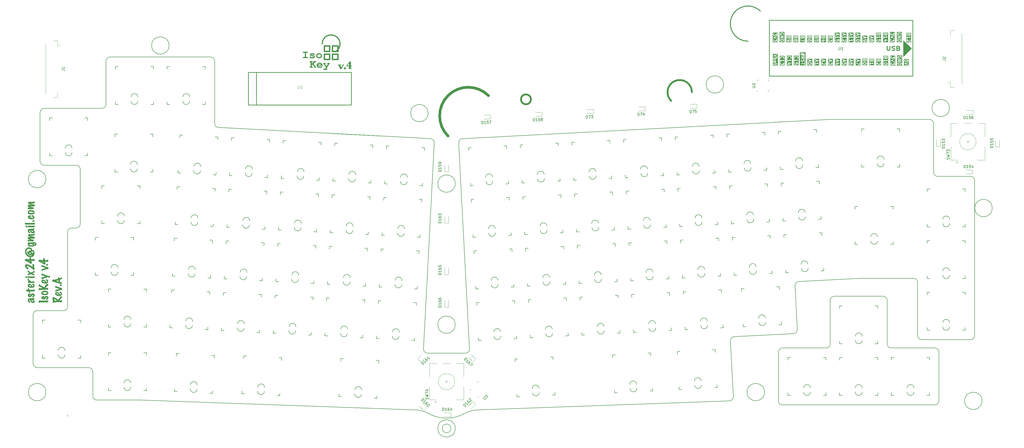
<source format=gbr>
%TF.GenerationSoftware,KiCad,Pcbnew,7.0.7*%
%TF.CreationDate,2023-12-22T23:49:32+01:00*%
%TF.ProjectId,isokey,69736f6b-6579-42e6-9b69-6361645f7063,A*%
%TF.SameCoordinates,Original*%
%TF.FileFunction,Legend,Top*%
%TF.FilePolarity,Positive*%
%FSLAX46Y46*%
G04 Gerber Fmt 4.6, Leading zero omitted, Abs format (unit mm)*
G04 Created by KiCad (PCBNEW 7.0.7) date 2023-12-22 23:49:32*
%MOMM*%
%LPD*%
G01*
G04 APERTURE LIST*
%ADD10C,0.200000*%
%ADD11C,0.500000*%
%ADD12C,0.300000*%
%ADD13C,0.650000*%
%ADD14C,1.000000*%
%ADD15C,0.450000*%
%ADD16C,0.150000*%
%ADD17C,0.250000*%
%ADD18C,0.100000*%
%ADD19C,0.120000*%
G04 APERTURE END LIST*
D10*
X332800791Y-167302591D02*
G75*
G03*
X331300791Y-168802574I9J-1500009D01*
G01*
X363500000Y-181809477D02*
X363500000Y-162154736D01*
X352300791Y-168802574D02*
X352300791Y-184852574D01*
X193200000Y-216000000D02*
G75*
G03*
X193200000Y-216000000I-3200000J0D01*
G01*
X37745566Y-192109641D02*
X37745566Y-174110641D01*
X183570997Y-210608166D02*
G75*
G03*
X196429003Y-210608166I6429003J11848187D01*
G01*
X106050295Y-105079146D02*
X176938303Y-108794229D01*
X104628799Y-80572887D02*
X104628799Y-103581201D01*
X383000000Y-183309500D02*
G75*
G03*
X384500000Y-181809477I0J1500000D01*
G01*
X310064852Y-103186431D02*
X331282051Y-102074485D01*
X294163185Y-205893160D02*
X201727906Y-209162980D01*
X198481750Y-186681973D02*
X194502056Y-110744879D01*
X332800791Y-167302574D02*
X350800791Y-167302574D01*
X369850791Y-207351591D02*
G75*
G03*
X371350791Y-205851574I9J1499991D01*
G01*
X48974266Y-172610666D02*
G75*
G03*
X50474266Y-171110641I34J1499966D01*
G01*
X390950000Y-134759979D02*
G75*
G03*
X390950000Y-134759979I-3200000J0D01*
G01*
X370851556Y-123080667D02*
X383000234Y-123082565D01*
X371350826Y-187852574D02*
G75*
G03*
X369850791Y-186352574I-1500026J-26D01*
G01*
X183016194Y-188260477D02*
X196983806Y-188260477D01*
X375200000Y-97866120D02*
G75*
G03*
X375200000Y-97866120I-3200000J0D01*
G01*
X331282051Y-102074485D02*
X367852025Y-102080198D01*
X387200000Y-205851574D02*
G75*
G03*
X387200000Y-205851574I-3200000J0D01*
G01*
X195921497Y-109168458D02*
G75*
G03*
X194502056Y-110744879I78503J-1497942D01*
G01*
X353800791Y-186352574D02*
X369850791Y-186352574D01*
X196983806Y-188260506D02*
G75*
G03*
X198481749Y-186681973I-6J1500006D01*
G01*
X195921496Y-109168431D02*
X313759781Y-102992788D01*
X64578799Y-96483441D02*
X64578799Y-80572887D01*
X50474266Y-171110641D02*
X50474266Y-143583441D01*
X342727925Y-160654736D02*
X319729836Y-161860015D01*
D11*
X148000000Y-78000000D02*
X150000000Y-78000000D01*
X150000000Y-80000000D01*
X148000000Y-80000000D01*
X148000000Y-78000000D01*
D12*
X305596193Y-62153805D02*
G75*
G03*
X301000000Y-73250000I-4596193J-4596195D01*
G01*
D10*
X294163184Y-205893120D02*
G75*
G03*
X295608100Y-204315593I-52984J1499020D01*
G01*
X352300826Y-168802574D02*
G75*
G03*
X350800791Y-167302574I-1500026J-26D01*
G01*
X50474266Y-211007942D02*
X50474266Y-211582441D01*
X66078799Y-79072899D02*
G75*
G03*
X64578799Y-80572887I1J-1500001D01*
G01*
X106050295Y-105079146D02*
X176938303Y-108794229D01*
X104628799Y-103581201D02*
G75*
G03*
X106050295Y-105079145I1500001J1D01*
G01*
X363500064Y-162154736D02*
G75*
G03*
X362000000Y-160654736I-1500064J-64D01*
G01*
D11*
X145000000Y-75000000D02*
X147000000Y-75000000D01*
X147000000Y-77000000D01*
X145000000Y-77000000D01*
X145000000Y-75000000D01*
D10*
X181518280Y-186681975D02*
G75*
G03*
X183016194Y-188260477I1497920J-78525D01*
G01*
X369351802Y-103580198D02*
G75*
G03*
X367852025Y-102080198I-1500002J-2D01*
G01*
X39245566Y-172610641D02*
X48974266Y-172610641D01*
X312250791Y-205851574D02*
X312250791Y-187852574D01*
X307085170Y-202625924D02*
G75*
G03*
X307085170Y-202625924I-3200000J0D01*
G01*
X40318059Y-117482441D02*
G75*
G03*
X41818066Y-118982441I1500041J41D01*
G01*
X312250826Y-205851574D02*
G75*
G03*
X313750791Y-207351574I1499974J-26D01*
G01*
D13*
X280359227Y-92027796D02*
G75*
G03*
X272691563Y-95203883I-4491627J-4D01*
G01*
D10*
X198481750Y-186681973D02*
X194502056Y-110744879D01*
X183200000Y-99759977D02*
G75*
G03*
X183200000Y-99759977I-3200000J0D01*
G01*
X317730940Y-181040775D02*
G75*
G03*
X319150381Y-179464367I-78540J1497975D01*
G01*
X362000000Y-160654736D02*
X342727925Y-160654736D01*
D14*
X205447744Y-93302254D02*
G75*
G03*
X190552256Y-108197742I-7447744J-7447744D01*
G01*
D10*
X183570987Y-210608184D02*
G75*
G03*
X178272094Y-209162980I-5723087J-10547016D01*
G01*
X53605566Y-118982441D02*
X41818066Y-118982441D01*
X51974266Y-142083441D02*
X53605566Y-142083441D01*
X42445566Y-124080117D02*
G75*
G03*
X42445566Y-124080117I-3200000J0D01*
G01*
X59736766Y-204079231D02*
X59736766Y-195109641D01*
X292020275Y-89191583D02*
G75*
G03*
X292020275Y-89191583I-3200000J0D01*
G01*
D11*
X145000000Y-78000000D02*
X147000000Y-78000000D01*
X147000000Y-80000000D01*
X145000000Y-80000000D01*
X145000000Y-78000000D01*
D10*
X37745559Y-192109641D02*
G75*
G03*
X39245566Y-193609641I1500041J41D01*
G01*
X41818066Y-97983366D02*
G75*
G03*
X40318066Y-99483441I34J-1500034D01*
G01*
X383000000Y-183309477D02*
X365000000Y-183309477D01*
X42445566Y-202625924D02*
G75*
G03*
X42445566Y-202625924I-3200000J0D01*
G01*
X317730942Y-181040816D02*
X295950203Y-182182296D01*
X331300791Y-184852574D02*
X331300791Y-168802574D01*
X352300826Y-184852574D02*
G75*
G03*
X353800791Y-186352574I1499974J-26D01*
G01*
X295950201Y-182182260D02*
G75*
G03*
X294530763Y-183758744I78499J-1497940D01*
G01*
X58236766Y-193609641D02*
X39245566Y-193609641D01*
X185497944Y-110744879D02*
X181518250Y-186681973D01*
X178272094Y-209162980D02*
X76962291Y-205579231D01*
X53605566Y-142083466D02*
G75*
G03*
X55105566Y-140583441I34J1499966D01*
G01*
X55105566Y-140583441D02*
X55105566Y-120482441D01*
X193200000Y-125759979D02*
G75*
G03*
X193200000Y-125759979I-3200000J0D01*
G01*
X66078799Y-79072887D02*
X103128799Y-79072887D01*
X51974266Y-142083466D02*
G75*
G03*
X50474266Y-143583441I34J-1500034D01*
G01*
X369850791Y-207351574D02*
X313750791Y-207351574D01*
X371350791Y-187852574D02*
X371350791Y-205851574D01*
X39245566Y-172610636D02*
G75*
G03*
X37745566Y-174110641I-6J-1499994D01*
G01*
X384500035Y-124582565D02*
G75*
G03*
X383000234Y-123082565I-1500035J-35D01*
G01*
X185497970Y-110744880D02*
G75*
G03*
X184078504Y-109168432I-1497970J78480D01*
G01*
X176938303Y-108794229D02*
X184078504Y-109168431D01*
X369351733Y-121580667D02*
G75*
G03*
X370851556Y-123080667I1500067J67D01*
G01*
X191600000Y-216000000D02*
G75*
G03*
X191600000Y-216000000I-1600000J0D01*
G01*
X201727906Y-209162976D02*
G75*
G03*
X196429003Y-210608166I424294J-11992724D01*
G01*
X41818066Y-97983441D02*
X63078799Y-97983441D01*
X313750791Y-186352591D02*
G75*
G03*
X312250791Y-187852574I9J-1500009D01*
G01*
X318310395Y-163436463D02*
X319150382Y-179464367D01*
X87803799Y-74822887D02*
G75*
G03*
X87803799Y-74822887I-3200000J0D01*
G01*
X193200000Y-177759977D02*
G75*
G03*
X193200000Y-177759977I-3200000J0D01*
G01*
X55105659Y-120482441D02*
G75*
G03*
X53605566Y-118982441I-1499959J41D01*
G01*
D15*
X148970543Y-77152851D02*
G75*
G03*
X144211764Y-74211764I-1470544J2941087D01*
G01*
D10*
X147079280Y-107229384D02*
X165054611Y-108171431D01*
X59736859Y-195109641D02*
G75*
G03*
X58236766Y-193609641I-1499959J41D01*
G01*
X313750791Y-186352574D02*
X329800791Y-186352574D01*
X294530762Y-183758744D02*
X295608101Y-204315593D01*
X291040959Y-104183431D02*
X309016291Y-103241384D01*
X319729840Y-161860095D02*
G75*
G03*
X318310396Y-163436463I78460J-1497905D01*
G01*
X40318066Y-117482441D02*
X40318066Y-99483441D01*
X76962291Y-205579231D02*
X61236766Y-205579231D01*
X104628813Y-80572887D02*
G75*
G03*
X103128799Y-79072887I-1500013J-13D01*
G01*
X369351791Y-103580198D02*
X369351791Y-121580667D01*
X59736769Y-204079231D02*
G75*
G03*
X61236766Y-205579231I1500131J131D01*
G01*
X384500000Y-124582565D02*
X384500000Y-181809477D01*
X363500023Y-181809477D02*
G75*
G03*
X365000000Y-183309477I1499977J-23D01*
G01*
X329800791Y-186352591D02*
G75*
G03*
X331300791Y-184852574I9J1499991D01*
G01*
D11*
X148000000Y-75000000D02*
X150000000Y-75000000D01*
X150000000Y-77000000D01*
X148000000Y-77000000D01*
X148000000Y-75000000D01*
D13*
X221075882Y-94678795D02*
G75*
G03*
X221075882Y-94678795I-1825080J0D01*
G01*
D10*
X63078799Y-97983399D02*
G75*
G03*
X64578799Y-96483441I101J1499899D01*
G01*
D12*
G36*
X138227913Y-77525425D02*
G01*
X138227913Y-79072948D01*
X138654361Y-79072948D01*
X138691089Y-79073864D01*
X138725069Y-79076612D01*
X138756302Y-79081191D01*
X138791479Y-79089491D01*
X138822362Y-79100654D01*
X138848952Y-79114679D01*
X138871249Y-79131566D01*
X138893411Y-79154561D01*
X138910988Y-79180132D01*
X138923979Y-79208279D01*
X138932386Y-79239002D01*
X138936207Y-79272302D01*
X138936461Y-79283974D01*
X138934169Y-79318157D01*
X138927291Y-79349816D01*
X138915828Y-79378951D01*
X138899779Y-79405561D01*
X138879145Y-79429646D01*
X138871249Y-79437114D01*
X138843977Y-79456786D01*
X138816529Y-79470070D01*
X138784787Y-79480528D01*
X138748751Y-79488160D01*
X138716832Y-79492230D01*
X138682165Y-79494491D01*
X138654361Y-79495000D01*
X137378681Y-79495000D01*
X137341941Y-79494095D01*
X137307926Y-79491382D01*
X137276637Y-79486859D01*
X137241356Y-79478663D01*
X137210333Y-79467640D01*
X137183568Y-79453790D01*
X137161060Y-79437114D01*
X137139147Y-79413870D01*
X137121768Y-79388101D01*
X137108922Y-79359808D01*
X137100610Y-79328991D01*
X137096832Y-79295649D01*
X137096580Y-79283974D01*
X137098847Y-79249816D01*
X137105648Y-79218234D01*
X137116982Y-79189228D01*
X137132850Y-79162799D01*
X137153252Y-79138945D01*
X137161060Y-79131566D01*
X137188580Y-79111645D01*
X137216197Y-79098193D01*
X137248072Y-79087602D01*
X137284204Y-79079874D01*
X137316175Y-79075753D01*
X137350871Y-79073463D01*
X137378681Y-79072948D01*
X137805129Y-79072948D01*
X137805129Y-77525425D01*
X137378681Y-77525425D01*
X137341941Y-77524521D01*
X137307926Y-77521807D01*
X137276637Y-77517285D01*
X137241356Y-77509088D01*
X137210333Y-77498065D01*
X137183568Y-77484216D01*
X137161060Y-77467540D01*
X137139147Y-77444296D01*
X137121768Y-77418527D01*
X137108922Y-77390234D01*
X137100610Y-77359416D01*
X137096832Y-77326074D01*
X137096580Y-77314399D01*
X137098847Y-77280242D01*
X137105648Y-77248660D01*
X137116982Y-77219654D01*
X137132850Y-77193224D01*
X137153252Y-77169371D01*
X137161060Y-77161992D01*
X137188580Y-77142071D01*
X137216197Y-77128618D01*
X137248072Y-77118028D01*
X137284204Y-77110300D01*
X137316175Y-77106179D01*
X137350871Y-77103889D01*
X137378681Y-77103374D01*
X138654361Y-77103374D01*
X138691089Y-77104289D01*
X138725069Y-77107037D01*
X138756302Y-77111617D01*
X138791479Y-77119917D01*
X138822362Y-77131080D01*
X138848952Y-77145105D01*
X138871249Y-77161992D01*
X138893411Y-77184987D01*
X138910988Y-77210558D01*
X138923979Y-77238705D01*
X138932386Y-77269428D01*
X138936207Y-77302727D01*
X138936461Y-77314399D01*
X138934169Y-77348583D01*
X138927291Y-77380242D01*
X138915828Y-77409376D01*
X138899779Y-77435987D01*
X138879145Y-77460072D01*
X138871249Y-77467540D01*
X138843977Y-77487212D01*
X138816529Y-77500496D01*
X138784787Y-77510954D01*
X138748751Y-77518585D01*
X138716832Y-77522655D01*
X138682165Y-77524916D01*
X138654361Y-77525425D01*
X138227913Y-77525425D01*
G37*
G36*
X140993230Y-78207595D02*
G01*
X140967242Y-78193216D01*
X140940932Y-78179752D01*
X140914302Y-78167204D01*
X140887351Y-78155572D01*
X140853212Y-78142320D01*
X140818572Y-78130499D01*
X140790499Y-78122072D01*
X140776343Y-78118203D01*
X140740830Y-78109548D01*
X140712059Y-78103680D01*
X140682967Y-78098752D01*
X140653555Y-78094762D01*
X140623822Y-78091711D01*
X140593769Y-78089598D01*
X140563395Y-78088425D01*
X140540404Y-78088161D01*
X140510116Y-78088441D01*
X140480618Y-78089283D01*
X140437852Y-78091597D01*
X140396864Y-78095173D01*
X140357653Y-78100012D01*
X140320219Y-78106113D01*
X140284563Y-78113476D01*
X140250685Y-78122101D01*
X140218583Y-78131988D01*
X140188259Y-78143138D01*
X140159713Y-78155550D01*
X140150593Y-78159968D01*
X140122703Y-78176088D01*
X140099047Y-78197269D01*
X140087094Y-78224196D01*
X140086845Y-78228845D01*
X140097062Y-78257889D01*
X140120619Y-78281395D01*
X140148399Y-78299517D01*
X140173307Y-78312376D01*
X140203756Y-78323315D01*
X140237866Y-78332353D01*
X140270873Y-78339531D01*
X140308964Y-78346664D01*
X140340867Y-78351983D01*
X140375630Y-78357277D01*
X140413253Y-78362545D01*
X140453735Y-78367787D01*
X140467864Y-78369528D01*
X140519438Y-78375948D01*
X140569015Y-78382386D01*
X140616594Y-78388840D01*
X140662175Y-78395311D01*
X140705758Y-78401800D01*
X140747343Y-78408306D01*
X140786930Y-78414829D01*
X140824520Y-78421369D01*
X140860111Y-78427926D01*
X140893705Y-78434501D01*
X140925301Y-78441093D01*
X140954900Y-78447701D01*
X140995551Y-78457647D01*
X141031707Y-78467631D01*
X141053314Y-78474309D01*
X141092974Y-78488378D01*
X141130895Y-78503658D01*
X141167077Y-78520149D01*
X141201520Y-78537850D01*
X141234224Y-78556762D01*
X141265190Y-78576885D01*
X141294417Y-78598218D01*
X141321905Y-78620763D01*
X141347654Y-78644518D01*
X141371665Y-78669483D01*
X141386706Y-78686800D01*
X141407788Y-78713176D01*
X141426797Y-78739823D01*
X141443732Y-78766740D01*
X141458593Y-78793927D01*
X141471381Y-78821385D01*
X141482095Y-78849114D01*
X141493155Y-78886506D01*
X141500528Y-78924379D01*
X141504214Y-78962732D01*
X141504675Y-78982090D01*
X141502917Y-79021182D01*
X141497643Y-79059052D01*
X141488852Y-79095698D01*
X141476545Y-79131120D01*
X141460722Y-79165318D01*
X141441383Y-79198293D01*
X141418527Y-79230044D01*
X141392155Y-79260572D01*
X141362267Y-79289876D01*
X141328863Y-79317957D01*
X141304640Y-79335997D01*
X141268158Y-79360930D01*
X141230337Y-79384254D01*
X141191176Y-79405970D01*
X141150676Y-79426077D01*
X141108836Y-79444576D01*
X141065656Y-79461466D01*
X141021137Y-79476747D01*
X140975279Y-79490420D01*
X140928081Y-79502484D01*
X140879543Y-79512940D01*
X140829666Y-79521787D01*
X140778449Y-79529026D01*
X140725893Y-79534656D01*
X140671998Y-79538677D01*
X140616763Y-79541090D01*
X140560188Y-79541894D01*
X140526080Y-79541682D01*
X140492448Y-79541044D01*
X140459292Y-79539981D01*
X140426614Y-79538494D01*
X140394412Y-79536581D01*
X140362686Y-79534243D01*
X140331437Y-79531481D01*
X140300665Y-79528293D01*
X140270369Y-79524680D01*
X140240549Y-79520642D01*
X140220935Y-79517714D01*
X140182501Y-79511497D01*
X140144868Y-79504571D01*
X140108037Y-79496934D01*
X140072008Y-79488588D01*
X140036779Y-79479532D01*
X140002353Y-79469766D01*
X139968727Y-79459290D01*
X139935903Y-79448105D01*
X139910173Y-79464867D01*
X139882992Y-79478244D01*
X139869958Y-79483276D01*
X139841139Y-79490866D01*
X139811837Y-79494587D01*
X139798150Y-79495000D01*
X139768222Y-79493533D01*
X139734906Y-79487900D01*
X139704423Y-79478042D01*
X139676774Y-79463960D01*
X139651959Y-79445653D01*
X139640614Y-79434916D01*
X139620693Y-79409276D01*
X139604893Y-79377969D01*
X139594875Y-79347551D01*
X139587720Y-79313197D01*
X139584056Y-79282880D01*
X139582224Y-79250045D01*
X139581995Y-79232683D01*
X139581995Y-79100792D01*
X139582911Y-79066708D01*
X139585659Y-79035167D01*
X139590239Y-79006167D01*
X139598539Y-78973491D01*
X139609702Y-78944786D01*
X139626875Y-78915583D01*
X139640614Y-78899291D01*
X139663858Y-78878623D01*
X139689626Y-78862231D01*
X139717919Y-78850115D01*
X139748737Y-78842276D01*
X139782079Y-78838712D01*
X139793754Y-78838475D01*
X139825901Y-78840088D01*
X139855664Y-78844926D01*
X139886759Y-78854406D01*
X139914740Y-78868099D01*
X139921249Y-78872180D01*
X139945795Y-78891735D01*
X139967411Y-78917426D01*
X139983920Y-78944940D01*
X139996285Y-78972263D01*
X140001849Y-78987219D01*
X140026647Y-79003030D01*
X140052682Y-79017856D01*
X140079953Y-79031698D01*
X140108461Y-79044555D01*
X140138205Y-79056427D01*
X140169186Y-79067315D01*
X140201403Y-79077218D01*
X140234856Y-79086137D01*
X140269569Y-79094037D01*
X140305565Y-79100883D01*
X140342842Y-79106676D01*
X140381402Y-79111416D01*
X140411164Y-79114280D01*
X140441646Y-79116551D01*
X140472850Y-79118230D01*
X140504775Y-79119316D01*
X140537422Y-79119810D01*
X140548464Y-79119842D01*
X140584231Y-79119525D01*
X140618989Y-79118572D01*
X140652741Y-79116983D01*
X140685484Y-79114759D01*
X140717221Y-79111900D01*
X140747950Y-79108405D01*
X140777671Y-79104275D01*
X140820364Y-79096888D01*
X140860790Y-79088072D01*
X140898949Y-79077826D01*
X140934841Y-79066150D01*
X140968467Y-79053045D01*
X140999825Y-79038510D01*
X141025722Y-79023243D01*
X141049164Y-79005040D01*
X141068587Y-78981019D01*
X141076029Y-78953513D01*
X141070805Y-78922398D01*
X141055132Y-78893807D01*
X141033382Y-78871310D01*
X141009393Y-78853979D01*
X140980073Y-78837937D01*
X140966852Y-78831880D01*
X140935917Y-78820031D01*
X140897701Y-78808662D01*
X140864260Y-78800451D01*
X140826724Y-78792510D01*
X140785091Y-78784840D01*
X140755061Y-78779877D01*
X140723210Y-78775034D01*
X140689539Y-78770312D01*
X140654047Y-78765709D01*
X140616735Y-78761227D01*
X140577603Y-78756865D01*
X140536650Y-78752623D01*
X140515491Y-78750547D01*
X140483993Y-78747432D01*
X140453155Y-78744133D01*
X140422977Y-78740649D01*
X140393458Y-78736980D01*
X140336399Y-78729089D01*
X140281980Y-78720460D01*
X140230200Y-78711092D01*
X140181058Y-78700985D01*
X140134556Y-78690140D01*
X140090692Y-78678557D01*
X140049468Y-78666235D01*
X140010882Y-78653175D01*
X139974935Y-78639376D01*
X139941628Y-78624839D01*
X139910959Y-78609563D01*
X139882929Y-78593549D01*
X139857538Y-78576796D01*
X139834787Y-78559305D01*
X139804276Y-78532347D01*
X139776767Y-78504230D01*
X139752258Y-78474954D01*
X139730751Y-78444519D01*
X139712244Y-78412924D01*
X139696739Y-78380170D01*
X139684235Y-78346257D01*
X139674731Y-78311185D01*
X139668229Y-78274954D01*
X139664728Y-78237563D01*
X139664061Y-78211992D01*
X139665748Y-78172905D01*
X139670810Y-78135055D01*
X139679246Y-78098442D01*
X139691057Y-78063065D01*
X139706243Y-78028924D01*
X139724803Y-77996020D01*
X139746738Y-77964352D01*
X139772047Y-77933921D01*
X139800731Y-77904727D01*
X139832789Y-77876769D01*
X139856036Y-77858817D01*
X139889089Y-77835481D01*
X139923401Y-77813651D01*
X139958973Y-77793326D01*
X139995804Y-77774507D01*
X140033894Y-77757194D01*
X140073244Y-77741385D01*
X140113853Y-77727083D01*
X140155722Y-77714286D01*
X140198850Y-77702995D01*
X140243237Y-77693209D01*
X140288884Y-77684928D01*
X140335790Y-77678153D01*
X140383955Y-77672884D01*
X140433380Y-77669120D01*
X140484064Y-77666862D01*
X140536008Y-77666109D01*
X140572289Y-77666521D01*
X140608227Y-77667758D01*
X140643822Y-77669818D01*
X140679073Y-77672704D01*
X140713981Y-77676413D01*
X140748545Y-77680947D01*
X140782766Y-77686305D01*
X140816643Y-77692487D01*
X140850348Y-77699345D01*
X140883688Y-77707096D01*
X140916660Y-77715740D01*
X140949267Y-77725277D01*
X140981507Y-77735707D01*
X141013381Y-77747030D01*
X141044888Y-77759246D01*
X141076029Y-77772355D01*
X141102122Y-77753936D01*
X141129204Y-77737793D01*
X141148569Y-77728391D01*
X141177580Y-77717872D01*
X141207989Y-77713064D01*
X141211584Y-77713004D01*
X141243002Y-77715245D01*
X141272412Y-77721968D01*
X141299812Y-77733174D01*
X141325202Y-77748862D01*
X141348584Y-77769032D01*
X141355931Y-77776751D01*
X141375603Y-77803696D01*
X141388887Y-77830794D01*
X141399345Y-77862114D01*
X141406977Y-77897656D01*
X141411047Y-77929129D01*
X141413308Y-77963303D01*
X141413817Y-77990708D01*
X141413817Y-78091824D01*
X141413301Y-78124362D01*
X141411756Y-78154198D01*
X141408375Y-78187693D01*
X141403384Y-78216966D01*
X141395269Y-78246522D01*
X141382872Y-78273319D01*
X141380844Y-78276472D01*
X141359073Y-78303280D01*
X141334977Y-78325545D01*
X141308555Y-78343265D01*
X141279807Y-78356442D01*
X141248735Y-78365076D01*
X141215336Y-78369165D01*
X141201325Y-78369528D01*
X141168863Y-78367425D01*
X141138153Y-78361114D01*
X141109197Y-78350595D01*
X141081994Y-78335869D01*
X141067236Y-78325565D01*
X141044160Y-78304643D01*
X141024941Y-78280986D01*
X141009579Y-78254594D01*
X140998073Y-78225467D01*
X140993230Y-78207595D01*
G37*
G36*
X143096903Y-77666636D02*
G01*
X143132649Y-77668216D01*
X143168229Y-77670849D01*
X143203644Y-77674535D01*
X143238892Y-77679275D01*
X143273974Y-77685068D01*
X143308890Y-77691915D01*
X143343640Y-77699815D01*
X143378225Y-77708768D01*
X143412643Y-77718774D01*
X143446895Y-77729834D01*
X143480981Y-77741946D01*
X143514901Y-77755113D01*
X143548656Y-77769332D01*
X143582244Y-77784605D01*
X143615666Y-77800931D01*
X143648581Y-77818147D01*
X143680467Y-77836091D01*
X143711321Y-77854761D01*
X143741146Y-77874158D01*
X143769940Y-77894282D01*
X143797703Y-77915134D01*
X143824436Y-77936712D01*
X143850139Y-77959017D01*
X143874811Y-77982050D01*
X143898453Y-78005809D01*
X143921065Y-78030295D01*
X143942646Y-78055508D01*
X143963197Y-78081449D01*
X143982717Y-78108116D01*
X144001207Y-78135510D01*
X144018667Y-78163632D01*
X144035170Y-78192076D01*
X144050609Y-78220624D01*
X144064983Y-78249275D01*
X144078292Y-78278029D01*
X144090537Y-78306886D01*
X144101717Y-78335846D01*
X144111832Y-78364909D01*
X144120882Y-78394075D01*
X144128868Y-78423344D01*
X144135789Y-78452716D01*
X144141645Y-78482191D01*
X144146436Y-78511769D01*
X144150163Y-78541451D01*
X144152825Y-78571235D01*
X144154422Y-78601122D01*
X144154954Y-78631113D01*
X144153769Y-78673855D01*
X144150214Y-78716352D01*
X144144290Y-78758605D01*
X144135995Y-78800613D01*
X144125330Y-78842377D01*
X144112296Y-78883895D01*
X144096891Y-78925169D01*
X144085305Y-78952549D01*
X144072665Y-78979820D01*
X144058972Y-79006983D01*
X144044226Y-79034037D01*
X144028427Y-79060982D01*
X144020132Y-79074413D01*
X144002761Y-79100817D01*
X143984354Y-79126540D01*
X143964911Y-79151582D01*
X143944432Y-79175942D01*
X143922917Y-79199621D01*
X143900365Y-79222619D01*
X143876778Y-79244936D01*
X143852154Y-79266571D01*
X143826494Y-79287526D01*
X143799798Y-79307799D01*
X143772066Y-79327391D01*
X143743298Y-79346301D01*
X143713494Y-79364531D01*
X143682653Y-79382079D01*
X143650777Y-79398946D01*
X143617864Y-79415132D01*
X143584433Y-79430482D01*
X143550819Y-79444842D01*
X143517022Y-79458211D01*
X143483042Y-79470590D01*
X143448879Y-79481979D01*
X143414532Y-79492378D01*
X143380002Y-79501786D01*
X143345289Y-79510204D01*
X143310393Y-79517631D01*
X143275314Y-79524068D01*
X143240051Y-79529515D01*
X143204605Y-79533971D01*
X143168976Y-79537438D01*
X143133164Y-79539913D01*
X143097169Y-79541399D01*
X143060990Y-79541894D01*
X143025001Y-79541408D01*
X142989206Y-79539948D01*
X142953606Y-79537515D01*
X142918200Y-79534109D01*
X142882989Y-79529730D01*
X142847973Y-79524377D01*
X142813151Y-79518052D01*
X142778524Y-79510753D01*
X142744091Y-79502481D01*
X142709853Y-79493236D01*
X142675810Y-79483018D01*
X142641961Y-79471827D01*
X142608307Y-79459663D01*
X142574848Y-79446525D01*
X142541583Y-79432414D01*
X142508513Y-79417330D01*
X142476030Y-79401319D01*
X142444525Y-79384609D01*
X142414000Y-79367201D01*
X142384453Y-79349095D01*
X142355885Y-79330290D01*
X142328296Y-79310787D01*
X142301686Y-79290585D01*
X142276055Y-79269685D01*
X142251403Y-79248087D01*
X142227729Y-79225790D01*
X142205035Y-79202795D01*
X142183319Y-79179102D01*
X142162582Y-79154710D01*
X142142824Y-79129620D01*
X142124045Y-79103831D01*
X142106245Y-79077344D01*
X142089564Y-79050342D01*
X142073959Y-79023191D01*
X142059431Y-78995891D01*
X142045978Y-78968442D01*
X142033602Y-78940845D01*
X142022302Y-78913099D01*
X142012078Y-78885203D01*
X142002930Y-78857159D01*
X141994859Y-78828966D01*
X141984770Y-78786398D01*
X141977102Y-78743495D01*
X141971855Y-78700257D01*
X141969030Y-78656684D01*
X141968600Y-78633311D01*
X142390544Y-78633311D01*
X142392244Y-78666490D01*
X142397344Y-78699256D01*
X142405845Y-78731611D01*
X142417746Y-78763553D01*
X142433048Y-78795083D01*
X142451750Y-78826202D01*
X142473852Y-78856907D01*
X142499354Y-78887201D01*
X142528257Y-78917083D01*
X142560560Y-78946552D01*
X142583984Y-78965969D01*
X142608599Y-78984603D01*
X142633901Y-79002033D01*
X142659890Y-79018262D01*
X142686566Y-79033289D01*
X142713929Y-79047113D01*
X142741979Y-79059736D01*
X142770715Y-79071156D01*
X142800139Y-79081374D01*
X142830250Y-79090390D01*
X142861047Y-79098204D01*
X142892532Y-79104816D01*
X142924703Y-79110225D01*
X142957561Y-79114433D01*
X142991106Y-79117438D01*
X143025339Y-79119241D01*
X143060258Y-79119842D01*
X143095440Y-79119241D01*
X143129913Y-79117438D01*
X143163675Y-79114433D01*
X143196728Y-79110225D01*
X143229071Y-79104816D01*
X143260705Y-79098204D01*
X143291628Y-79090390D01*
X143321842Y-79081374D01*
X143351346Y-79071156D01*
X143380140Y-79059736D01*
X143408224Y-79047113D01*
X143435598Y-79033289D01*
X143462262Y-79018262D01*
X143488217Y-79002033D01*
X143513462Y-78984603D01*
X143537997Y-78965969D01*
X143561510Y-78946546D01*
X143583506Y-78926929D01*
X143613656Y-78897137D01*
X143640393Y-78866908D01*
X143663716Y-78836241D01*
X143683627Y-78805136D01*
X143700124Y-78773592D01*
X143713208Y-78741611D01*
X143722878Y-78709193D01*
X143729136Y-78676336D01*
X143731980Y-78643041D01*
X143732170Y-78631845D01*
X143730882Y-78597763D01*
X143727018Y-78564208D01*
X143720578Y-78531182D01*
X143711562Y-78498683D01*
X143699970Y-78466713D01*
X143685802Y-78435271D01*
X143669058Y-78404357D01*
X143649738Y-78373971D01*
X143627842Y-78344113D01*
X143603370Y-78314783D01*
X143585624Y-78295523D01*
X143560130Y-78270413D01*
X143533658Y-78246922D01*
X143506206Y-78225052D01*
X143477776Y-78204802D01*
X143448366Y-78186172D01*
X143417978Y-78169162D01*
X143386611Y-78153771D01*
X143354265Y-78140001D01*
X143320940Y-78127851D01*
X143286636Y-78117321D01*
X143251354Y-78108411D01*
X143215092Y-78101121D01*
X143177852Y-78095451D01*
X143139633Y-78091401D01*
X143100435Y-78088971D01*
X143060258Y-78088161D01*
X143024815Y-78088805D01*
X142990110Y-78090737D01*
X142956144Y-78093957D01*
X142922917Y-78098465D01*
X142890428Y-78104261D01*
X142858677Y-78111345D01*
X142827665Y-78119717D01*
X142797391Y-78129377D01*
X142767856Y-78140325D01*
X142739059Y-78152561D01*
X142711001Y-78166085D01*
X142683681Y-78180897D01*
X142657100Y-78196997D01*
X142631257Y-78214385D01*
X142606152Y-78233061D01*
X142581786Y-78253025D01*
X142558628Y-78273744D01*
X142536964Y-78294870D01*
X142516794Y-78316403D01*
X142489340Y-78349464D01*
X142465248Y-78383439D01*
X142444517Y-78418329D01*
X142427149Y-78454133D01*
X142413142Y-78490852D01*
X142402496Y-78528485D01*
X142395213Y-78567032D01*
X142391291Y-78606495D01*
X142390544Y-78633311D01*
X141968600Y-78633311D01*
X141968492Y-78627449D01*
X141969039Y-78597627D01*
X141970679Y-78567880D01*
X141973412Y-78538208D01*
X141977239Y-78508609D01*
X141982159Y-78479086D01*
X141988173Y-78449636D01*
X141995280Y-78420261D01*
X142003480Y-78390961D01*
X142012774Y-78361735D01*
X142023161Y-78332583D01*
X142034641Y-78303506D01*
X142047215Y-78274503D01*
X142060882Y-78245574D01*
X142075642Y-78216720D01*
X142091496Y-78187941D01*
X142108443Y-78159235D01*
X142126418Y-78130948D01*
X142145355Y-78103422D01*
X142165253Y-78076657D01*
X142186113Y-78050654D01*
X142207934Y-78025412D01*
X142230717Y-78000932D01*
X142254462Y-77977212D01*
X142279169Y-77954255D01*
X142304837Y-77932058D01*
X142331468Y-77910623D01*
X142359059Y-77889949D01*
X142387613Y-77870037D01*
X142417128Y-77850885D01*
X142447605Y-77832496D01*
X142479044Y-77814867D01*
X142511444Y-77798000D01*
X142544417Y-77782029D01*
X142577573Y-77767088D01*
X142610912Y-77753178D01*
X142644434Y-77740298D01*
X142678140Y-77728448D01*
X142712028Y-77717629D01*
X142746100Y-77707840D01*
X142780355Y-77699082D01*
X142814794Y-77691354D01*
X142849415Y-77684656D01*
X142884220Y-77678989D01*
X142919207Y-77674352D01*
X142954378Y-77670746D01*
X142989733Y-77668170D01*
X143025270Y-77666624D01*
X143060990Y-77666109D01*
X143096903Y-77666636D01*
G37*
G36*
X150893196Y-83513447D02*
G01*
X150317271Y-82360865D01*
X150303315Y-82333694D01*
X150283282Y-82295459D01*
X150264331Y-82260252D01*
X150246462Y-82228071D01*
X150229676Y-82198917D01*
X150213971Y-82172790D01*
X150194714Y-82142663D01*
X150177380Y-82117916D01*
X150158418Y-82094549D01*
X150151674Y-82087557D01*
X150126635Y-82067572D01*
X150097037Y-82052495D01*
X150068040Y-82043479D01*
X150035694Y-82038069D01*
X150006181Y-82036316D01*
X150000000Y-82036266D01*
X150000000Y-81810586D01*
X151078576Y-81810586D01*
X151078576Y-82036266D01*
X151045054Y-82036981D01*
X151014829Y-82039125D01*
X150979658Y-82044209D01*
X150950348Y-82051834D01*
X150921955Y-82064939D01*
X150899973Y-82085908D01*
X150890997Y-82117599D01*
X150899583Y-82146966D01*
X150913402Y-82177660D01*
X150928034Y-82206993D01*
X150943021Y-82235568D01*
X151308653Y-82948513D01*
X151694068Y-82206992D01*
X151706891Y-82179377D01*
X151717767Y-82150655D01*
X151723377Y-82121263D01*
X151717195Y-82092377D01*
X151698647Y-82069468D01*
X151667735Y-82052535D01*
X151632530Y-82042989D01*
X151598183Y-82038341D01*
X151568817Y-82036598D01*
X151547522Y-82036266D01*
X151547522Y-81810586D01*
X152204047Y-81810586D01*
X152204047Y-82036266D01*
X152173944Y-82037608D01*
X152140559Y-82042760D01*
X152110162Y-82051776D01*
X152082753Y-82064656D01*
X152058333Y-82081400D01*
X152047243Y-82091221D01*
X152027501Y-82113743D01*
X152008667Y-82139463D01*
X151987132Y-82172029D01*
X151969207Y-82200947D01*
X151949763Y-82233716D01*
X151928799Y-82270336D01*
X151913978Y-82296888D01*
X151898482Y-82325153D01*
X151882310Y-82355129D01*
X151865463Y-82386817D01*
X151847941Y-82420216D01*
X151274214Y-83513447D01*
X150893196Y-83513447D01*
G37*
G36*
X152218702Y-83208632D02*
G01*
X152220419Y-83170839D01*
X152225571Y-83134397D01*
X152234158Y-83099306D01*
X152246179Y-83065566D01*
X152261635Y-83033178D01*
X152280525Y-83002140D01*
X152302851Y-82972453D01*
X152328611Y-82944117D01*
X152356809Y-82918185D01*
X152386451Y-82895711D01*
X152417534Y-82876694D01*
X152450061Y-82861135D01*
X152484029Y-82849034D01*
X152519441Y-82840390D01*
X152556295Y-82835204D01*
X152594591Y-82833475D01*
X152632705Y-82835204D01*
X152669375Y-82840390D01*
X152704604Y-82849034D01*
X152738389Y-82861135D01*
X152770732Y-82876694D01*
X152801633Y-82895711D01*
X152831091Y-82918185D01*
X152859106Y-82944117D01*
X152884866Y-82972453D01*
X152907192Y-83002140D01*
X152926082Y-83033178D01*
X152941538Y-83065566D01*
X152953560Y-83099306D01*
X152962146Y-83134397D01*
X152967298Y-83170839D01*
X152969016Y-83208632D01*
X152967287Y-83246757D01*
X152962100Y-83283462D01*
X152953457Y-83318747D01*
X152941355Y-83352613D01*
X152925796Y-83385059D01*
X152906779Y-83416086D01*
X152884305Y-83445692D01*
X152858374Y-83473879D01*
X152830049Y-83499639D01*
X152800396Y-83521965D01*
X152769416Y-83540855D01*
X152737107Y-83556311D01*
X152703470Y-83568333D01*
X152668505Y-83576919D01*
X152632212Y-83582071D01*
X152594591Y-83583789D01*
X152556627Y-83582071D01*
X152520036Y-83576919D01*
X152484819Y-83568333D01*
X152450976Y-83556311D01*
X152418507Y-83540855D01*
X152387412Y-83521965D01*
X152357691Y-83499639D01*
X152329344Y-83473879D01*
X152303412Y-83445692D01*
X152280938Y-83416086D01*
X152261921Y-83385059D01*
X152246362Y-83352613D01*
X152234261Y-83318747D01*
X152225617Y-83283462D01*
X152220430Y-83246757D01*
X152218702Y-83208632D01*
G37*
G36*
X154774459Y-82223845D02*
G01*
X155149616Y-82223845D01*
X155149616Y-82505212D01*
X154774459Y-82505212D01*
X154774459Y-82933859D01*
X154774688Y-82969980D01*
X154775375Y-83002872D01*
X154776519Y-83032536D01*
X154778595Y-83065076D01*
X154782029Y-83097465D01*
X154788212Y-83129350D01*
X154789113Y-83132428D01*
X154803739Y-83161265D01*
X154825468Y-83185627D01*
X154851594Y-83206018D01*
X154871179Y-83218157D01*
X154897669Y-83230857D01*
X154926580Y-83240929D01*
X154957913Y-83248374D01*
X154991667Y-83253191D01*
X155021645Y-83255198D01*
X155040439Y-83255526D01*
X155149616Y-83255526D01*
X155149616Y-83481207D01*
X153742777Y-83481207D01*
X153742777Y-83255526D01*
X153848290Y-83255526D01*
X153879385Y-83254977D01*
X153915034Y-83252744D01*
X153947105Y-83248794D01*
X153980868Y-83241788D01*
X154009479Y-83232308D01*
X154032937Y-83220355D01*
X154058491Y-83202266D01*
X154080890Y-83180711D01*
X154097891Y-83155266D01*
X154103279Y-83141953D01*
X154110363Y-83109225D01*
X154113798Y-83078519D01*
X154115873Y-83047500D01*
X154117233Y-83011544D01*
X154117805Y-82979223D01*
X154117934Y-82952909D01*
X154117934Y-82505212D01*
X153180041Y-82505212D01*
X153180041Y-82223845D01*
X153440160Y-82223845D01*
X154117934Y-82223845D01*
X154117934Y-81412714D01*
X153440160Y-82223845D01*
X153180041Y-82223845D01*
X153180041Y-82199665D01*
X154424214Y-80676322D01*
X154774459Y-80676322D01*
X154774459Y-82223845D01*
G37*
G36*
X140326517Y-82029392D02*
G01*
X140326517Y-82567948D01*
X140478925Y-82567948D01*
X140515653Y-82568864D01*
X140549633Y-82571612D01*
X140580866Y-82576191D01*
X140616042Y-82584491D01*
X140646926Y-82595654D01*
X140673516Y-82609679D01*
X140695812Y-82626566D01*
X140717975Y-82649561D01*
X140735552Y-82675132D01*
X140748543Y-82703279D01*
X140756950Y-82734002D01*
X140760771Y-82767302D01*
X140761025Y-82778974D01*
X140758733Y-82813157D01*
X140751855Y-82844816D01*
X140740392Y-82873951D01*
X140724343Y-82900561D01*
X140703709Y-82924646D01*
X140695812Y-82932114D01*
X140668541Y-82951786D01*
X140641093Y-82965070D01*
X140609351Y-82975528D01*
X140573315Y-82983160D01*
X140541396Y-82987230D01*
X140506728Y-82989491D01*
X140478925Y-82990000D01*
X139837787Y-82990000D01*
X139801048Y-82989095D01*
X139767033Y-82986382D01*
X139735743Y-82981859D01*
X139700463Y-82973663D01*
X139669440Y-82962640D01*
X139642675Y-82948790D01*
X139620167Y-82932114D01*
X139598254Y-82908870D01*
X139580874Y-82883101D01*
X139568029Y-82854808D01*
X139559717Y-82823991D01*
X139555939Y-82790649D01*
X139555687Y-82778974D01*
X139558005Y-82744816D01*
X139564960Y-82713234D01*
X139576552Y-82684228D01*
X139592781Y-82657799D01*
X139613647Y-82633945D01*
X139621632Y-82626566D01*
X139649324Y-82606645D01*
X139676927Y-82593193D01*
X139708644Y-82582602D01*
X139744475Y-82574874D01*
X139776103Y-82570753D01*
X139810364Y-82568463D01*
X139837787Y-82567948D01*
X139903733Y-82567948D01*
X139903733Y-81020425D01*
X139837787Y-81020425D01*
X139801048Y-81019521D01*
X139767033Y-81016807D01*
X139735743Y-81012285D01*
X139700463Y-81004088D01*
X139669440Y-80993065D01*
X139642675Y-80979216D01*
X139620167Y-80962540D01*
X139598254Y-80939296D01*
X139580874Y-80913527D01*
X139568029Y-80885234D01*
X139559717Y-80854416D01*
X139555939Y-80821074D01*
X139555687Y-80809399D01*
X139557954Y-80775242D01*
X139564754Y-80743660D01*
X139576089Y-80714654D01*
X139591957Y-80688224D01*
X139612359Y-80664371D01*
X139620167Y-80656992D01*
X139647687Y-80637071D01*
X139675304Y-80623618D01*
X139707178Y-80613028D01*
X139743310Y-80605300D01*
X139775281Y-80601179D01*
X139809977Y-80598889D01*
X139837787Y-80598374D01*
X140478925Y-80598374D01*
X140515653Y-80599289D01*
X140549633Y-80602037D01*
X140580866Y-80606617D01*
X140616042Y-80614917D01*
X140646926Y-80626080D01*
X140673516Y-80640105D01*
X140695812Y-80656992D01*
X140717975Y-80679987D01*
X140735552Y-80705558D01*
X140748543Y-80733705D01*
X140756950Y-80764428D01*
X140760771Y-80797727D01*
X140761025Y-80809399D01*
X140758733Y-80843583D01*
X140751855Y-80875242D01*
X140740392Y-80904376D01*
X140724343Y-80930987D01*
X140703709Y-80955072D01*
X140695812Y-80962540D01*
X140668541Y-80982212D01*
X140641093Y-80995496D01*
X140609351Y-81005954D01*
X140573315Y-81013585D01*
X140541396Y-81017655D01*
X140506728Y-81019916D01*
X140478925Y-81020425D01*
X140326517Y-81020425D01*
X140326517Y-81536266D01*
X141076831Y-81020425D01*
X141046423Y-81017540D01*
X141018345Y-81007397D01*
X140994760Y-80987562D01*
X140985973Y-80974263D01*
X140973930Y-80944118D01*
X140967288Y-80915462D01*
X140963031Y-80882248D01*
X140961279Y-80850151D01*
X140961060Y-80832847D01*
X140963327Y-80798277D01*
X140970128Y-80765459D01*
X140981462Y-80734392D01*
X140997330Y-80705077D01*
X141017732Y-80677514D01*
X141025540Y-80668715D01*
X141048048Y-80648451D01*
X141074813Y-80631621D01*
X141105836Y-80618226D01*
X141141117Y-80608265D01*
X141172407Y-80602770D01*
X141206421Y-80599473D01*
X141243161Y-80598374D01*
X141674005Y-80598374D01*
X141710745Y-80599289D01*
X141744759Y-80602037D01*
X141776049Y-80606617D01*
X141811329Y-80614917D01*
X141842352Y-80626080D01*
X141869118Y-80640105D01*
X141891625Y-80656992D01*
X141913788Y-80679987D01*
X141931365Y-80705558D01*
X141944356Y-80733705D01*
X141952762Y-80764428D01*
X141956584Y-80797727D01*
X141956838Y-80809399D01*
X141954546Y-80843583D01*
X141947668Y-80875242D01*
X141936205Y-80904376D01*
X141920156Y-80930987D01*
X141899522Y-80955072D01*
X141891625Y-80962540D01*
X141864620Y-80982212D01*
X141838220Y-80995496D01*
X141808278Y-81005954D01*
X141774793Y-81013585D01*
X141745455Y-81017655D01*
X141713851Y-81019916D01*
X141688660Y-81020425D01*
X140930286Y-81567041D01*
X140956744Y-81582935D01*
X140982996Y-81599842D01*
X141009042Y-81617762D01*
X141034883Y-81636696D01*
X141060517Y-81656642D01*
X141085945Y-81677603D01*
X141111167Y-81699576D01*
X141136182Y-81722562D01*
X141160992Y-81746562D01*
X141185596Y-81771575D01*
X141209993Y-81797601D01*
X141234185Y-81824641D01*
X141258170Y-81852693D01*
X141281950Y-81881759D01*
X141305523Y-81911838D01*
X141328890Y-81942930D01*
X141352080Y-81974910D01*
X141374937Y-82007834D01*
X141397463Y-82041703D01*
X141419657Y-82076516D01*
X141441518Y-82112274D01*
X141463048Y-82148976D01*
X141484246Y-82186623D01*
X141505111Y-82225214D01*
X141525645Y-82264750D01*
X141545846Y-82305230D01*
X141565716Y-82346655D01*
X141585253Y-82389025D01*
X141604459Y-82432339D01*
X141623332Y-82476597D01*
X141641874Y-82521800D01*
X141660083Y-82567948D01*
X141772923Y-82567948D01*
X141809308Y-82568864D01*
X141842991Y-82571612D01*
X141873971Y-82576191D01*
X141908898Y-82584491D01*
X141939602Y-82595654D01*
X141966085Y-82609679D01*
X141988346Y-82626566D01*
X142010508Y-82649561D01*
X142028085Y-82675132D01*
X142041076Y-82703279D01*
X142049483Y-82734002D01*
X142053304Y-82767302D01*
X142053558Y-82778974D01*
X142051292Y-82813157D01*
X142044491Y-82844816D01*
X142033157Y-82873951D01*
X142017288Y-82900561D01*
X141996886Y-82924646D01*
X141989078Y-82932114D01*
X141962056Y-82951786D01*
X141934776Y-82965070D01*
X141903166Y-82975528D01*
X141867227Y-82983160D01*
X141835359Y-82987230D01*
X141800721Y-82989491D01*
X141772923Y-82990000D01*
X141389706Y-82990000D01*
X141373123Y-82949081D01*
X141356344Y-82908392D01*
X141339371Y-82867932D01*
X141322204Y-82827700D01*
X141304842Y-82787698D01*
X141287285Y-82747924D01*
X141269533Y-82708380D01*
X141251587Y-82669064D01*
X141233446Y-82629978D01*
X141215111Y-82591120D01*
X141196581Y-82552492D01*
X141177856Y-82514092D01*
X141158937Y-82475922D01*
X141139823Y-82437980D01*
X141120515Y-82400268D01*
X141101011Y-82362784D01*
X141085126Y-82332982D01*
X141069344Y-82304211D01*
X141053665Y-82276471D01*
X141038088Y-82249760D01*
X141022615Y-82224081D01*
X140999599Y-82187493D01*
X140976814Y-82153224D01*
X140954261Y-82121273D01*
X140931940Y-82091640D01*
X140909851Y-82064326D01*
X140887993Y-82039330D01*
X140866368Y-82016653D01*
X140859211Y-82009609D01*
X140837386Y-81989250D01*
X140814775Y-81969664D01*
X140791378Y-81950850D01*
X140767196Y-81932810D01*
X140742228Y-81915542D01*
X140716475Y-81899047D01*
X140689936Y-81883325D01*
X140662611Y-81868375D01*
X140634500Y-81854199D01*
X140605604Y-81840795D01*
X140585903Y-81832288D01*
X140326517Y-82029392D01*
G37*
G36*
X143274762Y-81161441D02*
G01*
X143306421Y-81162437D01*
X143337754Y-81164097D01*
X143368760Y-81166421D01*
X143399441Y-81169410D01*
X143429794Y-81173062D01*
X143459822Y-81177378D01*
X143489523Y-81182358D01*
X143518898Y-81188002D01*
X143547947Y-81194311D01*
X143576669Y-81201283D01*
X143605065Y-81208920D01*
X143647048Y-81221619D01*
X143688296Y-81235813D01*
X143715387Y-81246106D01*
X143754806Y-81262027D01*
X143792280Y-81278194D01*
X143827810Y-81294605D01*
X143861394Y-81311261D01*
X143893034Y-81328162D01*
X143922729Y-81345307D01*
X143950479Y-81362697D01*
X143976284Y-81380332D01*
X144000144Y-81398212D01*
X144028932Y-81422432D01*
X144035589Y-81428555D01*
X144063021Y-81455800D01*
X144089539Y-81484231D01*
X144115142Y-81513846D01*
X144139831Y-81544647D01*
X144163606Y-81576632D01*
X144186465Y-81609802D01*
X144208411Y-81644157D01*
X144229442Y-81679698D01*
X144249558Y-81716423D01*
X144268760Y-81754333D01*
X144281053Y-81780265D01*
X144292838Y-81808148D01*
X144303464Y-81836842D01*
X144312931Y-81866348D01*
X144321239Y-81896665D01*
X144328387Y-81927794D01*
X144334376Y-81959735D01*
X144339206Y-81992486D01*
X144342877Y-82026049D01*
X144345389Y-82060424D01*
X144346741Y-82095610D01*
X144346999Y-82119518D01*
X144346999Y-82286580D01*
X142614096Y-82286580D01*
X142627356Y-82313699D01*
X142642406Y-82339826D01*
X142659247Y-82364961D01*
X142677878Y-82389105D01*
X142698299Y-82412257D01*
X142720510Y-82434417D01*
X142744512Y-82455585D01*
X142770304Y-82475761D01*
X142797887Y-82494946D01*
X142827260Y-82513139D01*
X142847836Y-82524717D01*
X142880341Y-82540823D01*
X142914932Y-82555346D01*
X142951610Y-82568283D01*
X142990375Y-82579637D01*
X143031226Y-82589407D01*
X143074163Y-82597592D01*
X143103948Y-82602169D01*
X143134659Y-82606041D01*
X143166298Y-82609210D01*
X143198865Y-82611674D01*
X143232358Y-82613434D01*
X143266779Y-82614490D01*
X143302128Y-82614842D01*
X143332133Y-82614453D01*
X143363345Y-82613285D01*
X143395765Y-82611339D01*
X143429394Y-82608614D01*
X143464230Y-82605111D01*
X143500274Y-82600829D01*
X143537526Y-82595769D01*
X143575985Y-82589930D01*
X143615653Y-82583312D01*
X143656528Y-82575916D01*
X143698611Y-82567742D01*
X143741902Y-82558789D01*
X143786401Y-82549057D01*
X143832108Y-82538547D01*
X143879023Y-82527259D01*
X143927145Y-82515191D01*
X143956364Y-82507858D01*
X143992617Y-82499203D01*
X144025778Y-82491830D01*
X144055849Y-82485739D01*
X144089090Y-82479929D01*
X144122604Y-82475601D01*
X144149162Y-82474159D01*
X144180057Y-82476271D01*
X144208994Y-82482608D01*
X144240279Y-82495340D01*
X144268900Y-82513823D01*
X144291311Y-82534242D01*
X144310983Y-82557581D01*
X144326585Y-82583083D01*
X144338117Y-82610750D01*
X144345579Y-82640580D01*
X144348971Y-82672573D01*
X144349197Y-82683719D01*
X144347033Y-82713618D01*
X144339039Y-82746286D01*
X144325154Y-82776569D01*
X144305379Y-82804469D01*
X144287648Y-82822937D01*
X144263250Y-82841874D01*
X144231457Y-82860581D01*
X144202758Y-82874462D01*
X144169899Y-82888213D01*
X144132880Y-82901836D01*
X144091700Y-82915330D01*
X144061936Y-82924254D01*
X144030323Y-82933121D01*
X143996860Y-82941931D01*
X143961549Y-82950684D01*
X143924389Y-82959379D01*
X143885380Y-82968018D01*
X143845543Y-82976358D01*
X143805902Y-82984161D01*
X143766455Y-82991425D01*
X143727202Y-82998151D01*
X143688144Y-83004339D01*
X143649281Y-83009989D01*
X143610612Y-83015101D01*
X143572138Y-83019675D01*
X143533859Y-83023711D01*
X143495774Y-83027208D01*
X143457884Y-83030168D01*
X143420189Y-83032589D01*
X143382688Y-83034473D01*
X143345382Y-83035818D01*
X143308270Y-83036625D01*
X143271353Y-83036894D01*
X143239906Y-83036632D01*
X143208854Y-83035844D01*
X143178197Y-83034531D01*
X143147934Y-83032692D01*
X143118067Y-83030329D01*
X143088595Y-83027440D01*
X143030835Y-83020087D01*
X142974655Y-83010633D01*
X142920056Y-82999078D01*
X142867036Y-82985423D01*
X142815596Y-82969666D01*
X142765736Y-82951809D01*
X142717456Y-82931851D01*
X142670756Y-82909791D01*
X142625636Y-82885631D01*
X142582096Y-82859371D01*
X142540136Y-82831009D01*
X142499756Y-82800546D01*
X142460956Y-82767983D01*
X142424133Y-82733794D01*
X142389686Y-82698637D01*
X142357615Y-82662513D01*
X142327920Y-82625421D01*
X142300600Y-82587362D01*
X142275655Y-82548336D01*
X142253087Y-82508342D01*
X142232894Y-82467381D01*
X142215076Y-82425452D01*
X142199635Y-82382556D01*
X142186569Y-82338693D01*
X142175878Y-82293862D01*
X142167564Y-82248063D01*
X142161624Y-82201297D01*
X142158061Y-82153564D01*
X142156873Y-82104863D01*
X142158155Y-82053175D01*
X142162002Y-82002705D01*
X142168414Y-81953455D01*
X142176269Y-81911423D01*
X142626552Y-81911423D01*
X143879518Y-81911423D01*
X143860855Y-81881245D01*
X143841136Y-81852536D01*
X143820360Y-81825295D01*
X143798529Y-81799522D01*
X143775641Y-81775217D01*
X143751697Y-81752381D01*
X143726697Y-81731013D01*
X143700641Y-81711113D01*
X143673528Y-81692682D01*
X143645360Y-81675719D01*
X143625994Y-81665226D01*
X143596072Y-81650560D01*
X143565106Y-81637337D01*
X143533097Y-81625556D01*
X143500045Y-81615218D01*
X143465949Y-81606322D01*
X143430810Y-81598869D01*
X143394628Y-81592858D01*
X143357403Y-81588290D01*
X143319135Y-81585164D01*
X143279823Y-81583481D01*
X143253035Y-81583161D01*
X143213421Y-81583882D01*
X143174811Y-81586046D01*
X143137205Y-81589652D01*
X143100605Y-81594701D01*
X143065009Y-81601193D01*
X143030417Y-81609127D01*
X142996831Y-81618503D01*
X142964248Y-81629323D01*
X142932671Y-81641584D01*
X142902098Y-81655289D01*
X142882274Y-81665226D01*
X142853382Y-81681210D01*
X142825508Y-81698663D01*
X142798651Y-81717583D01*
X142772812Y-81737973D01*
X142747990Y-81759830D01*
X142724185Y-81783156D01*
X142701399Y-81807950D01*
X142679629Y-81834212D01*
X142658877Y-81861942D01*
X142639143Y-81891141D01*
X142626552Y-81911423D01*
X142176269Y-81911423D01*
X142177390Y-81905424D01*
X142188930Y-81858612D01*
X142203035Y-81813020D01*
X142219705Y-81768647D01*
X142238939Y-81725493D01*
X142260737Y-81683559D01*
X142285101Y-81642844D01*
X142312028Y-81603348D01*
X142341521Y-81565071D01*
X142373578Y-81528014D01*
X142408199Y-81492176D01*
X142445385Y-81457558D01*
X142485136Y-81424159D01*
X142526649Y-81392305D01*
X142568941Y-81362506D01*
X142612012Y-81334763D01*
X142655861Y-81309074D01*
X142700489Y-81285441D01*
X142745895Y-81263863D01*
X142792080Y-81244340D01*
X142839043Y-81226871D01*
X142886785Y-81211458D01*
X142935306Y-81198100D01*
X142984605Y-81186797D01*
X143034682Y-81177550D01*
X143085538Y-81170357D01*
X143137172Y-81165219D01*
X143189585Y-81162137D01*
X143242777Y-81161109D01*
X143274762Y-81161441D01*
G37*
G36*
X145571388Y-82943105D02*
G01*
X144840125Y-81630055D01*
X144809056Y-81628642D01*
X144774984Y-81623215D01*
X144744415Y-81613718D01*
X144717350Y-81600152D01*
X144693788Y-81582515D01*
X144683321Y-81572170D01*
X144665143Y-81548926D01*
X144650726Y-81523157D01*
X144640070Y-81494864D01*
X144633175Y-81464047D01*
X144630041Y-81430705D01*
X144629832Y-81419030D01*
X144632099Y-81384872D01*
X144638900Y-81353290D01*
X144650234Y-81324284D01*
X144666102Y-81297855D01*
X144686504Y-81274001D01*
X144694312Y-81266622D01*
X144721832Y-81246701D01*
X144749449Y-81233248D01*
X144781324Y-81222658D01*
X144817456Y-81214930D01*
X144849427Y-81210809D01*
X144884122Y-81208519D01*
X144911933Y-81208004D01*
X145297348Y-81208004D01*
X145334087Y-81208920D01*
X145368102Y-81211667D01*
X145399392Y-81216247D01*
X145434672Y-81224547D01*
X145465695Y-81235710D01*
X145492460Y-81249735D01*
X145514968Y-81266622D01*
X145537130Y-81289617D01*
X145554707Y-81315188D01*
X145567699Y-81343335D01*
X145576105Y-81374058D01*
X145579926Y-81407357D01*
X145580181Y-81419030D01*
X145577888Y-81453213D01*
X145571010Y-81484872D01*
X145559547Y-81514007D01*
X145543499Y-81540617D01*
X145522865Y-81564702D01*
X145514968Y-81572170D01*
X145487886Y-81591842D01*
X145461303Y-81605126D01*
X145431071Y-81615584D01*
X145397189Y-81623215D01*
X145367456Y-81627285D01*
X145335388Y-81629547D01*
X145309804Y-81630055D01*
X145808792Y-82513726D01*
X146303384Y-81630055D01*
X146270423Y-81629151D01*
X146239682Y-81626437D01*
X146204381Y-81620502D01*
X146172549Y-81611740D01*
X146144188Y-81600152D01*
X146114736Y-81582515D01*
X146101884Y-81572170D01*
X146079970Y-81548926D01*
X146062591Y-81523157D01*
X146049745Y-81494864D01*
X146041434Y-81464047D01*
X146037655Y-81430705D01*
X146037404Y-81419030D01*
X146039670Y-81384872D01*
X146046471Y-81353290D01*
X146057805Y-81324284D01*
X146073674Y-81297855D01*
X146094076Y-81274001D01*
X146101884Y-81266622D01*
X146129404Y-81246701D01*
X146157021Y-81233248D01*
X146188895Y-81222658D01*
X146225027Y-81214930D01*
X146256998Y-81210809D01*
X146291694Y-81208519D01*
X146319504Y-81208004D01*
X146717376Y-81208004D01*
X146753600Y-81208920D01*
X146787168Y-81211667D01*
X146818080Y-81216247D01*
X146852985Y-81224547D01*
X146883739Y-81235710D01*
X146910344Y-81249735D01*
X146932798Y-81266622D01*
X146954960Y-81289617D01*
X146972537Y-81315188D01*
X146985529Y-81343335D01*
X146993935Y-81374058D01*
X146997756Y-81407357D01*
X146998011Y-81419030D01*
X146996053Y-81453213D01*
X146990180Y-81484872D01*
X146980391Y-81514007D01*
X146966687Y-81540617D01*
X146949067Y-81564702D01*
X146942323Y-81572170D01*
X146919560Y-81591842D01*
X146893036Y-81607444D01*
X146862751Y-81618976D01*
X146828705Y-81626437D01*
X146797460Y-81629547D01*
X146777459Y-81630055D01*
X145808792Y-83365157D01*
X145846665Y-83365157D01*
X145881149Y-83365157D01*
X145912244Y-83365157D01*
X145946348Y-83365157D01*
X145980282Y-83365157D01*
X146010235Y-83365157D01*
X146016887Y-83365157D01*
X146040071Y-83393939D01*
X146060164Y-83422035D01*
X146077166Y-83449443D01*
X146091076Y-83476165D01*
X146104117Y-83508601D01*
X146112328Y-83539964D01*
X146115709Y-83570253D01*
X146115806Y-83576182D01*
X146113513Y-83610340D01*
X146106635Y-83641922D01*
X146095172Y-83670928D01*
X146079123Y-83697357D01*
X146058490Y-83721211D01*
X146050593Y-83728590D01*
X146023296Y-83748511D01*
X145995786Y-83761963D01*
X145963948Y-83772554D01*
X145927780Y-83780282D01*
X145895729Y-83784403D01*
X145860907Y-83786693D01*
X145832972Y-83787208D01*
X144911933Y-83787208D01*
X144875193Y-83786292D01*
X144841178Y-83783545D01*
X144809889Y-83778965D01*
X144774608Y-83770665D01*
X144743585Y-83759502D01*
X144716820Y-83745477D01*
X144694312Y-83728590D01*
X144672399Y-83705595D01*
X144655020Y-83680024D01*
X144642174Y-83651877D01*
X144633862Y-83621154D01*
X144630084Y-83587854D01*
X144629832Y-83576182D01*
X144632099Y-83541999D01*
X144638900Y-83510340D01*
X144650234Y-83481205D01*
X144666102Y-83454595D01*
X144686504Y-83430510D01*
X144694312Y-83423042D01*
X144721832Y-83403370D01*
X144749449Y-83390086D01*
X144781324Y-83379628D01*
X144817456Y-83371997D01*
X144849427Y-83367926D01*
X144884122Y-83365665D01*
X144911933Y-83365157D01*
X145332519Y-83365157D01*
X145571388Y-82943105D01*
G37*
G36*
X37971968Y-167823551D02*
G01*
X38002397Y-167829830D01*
X38006430Y-167830983D01*
X38046238Y-167845493D01*
X38082130Y-167863467D01*
X38114107Y-167884906D01*
X38142168Y-167909809D01*
X38166314Y-167938177D01*
X38186544Y-167970010D01*
X38202859Y-168005308D01*
X38215258Y-168044070D01*
X38223741Y-168086297D01*
X38227222Y-168116373D01*
X38228962Y-168147989D01*
X38229180Y-168164375D01*
X38228020Y-168196987D01*
X38224543Y-168227229D01*
X38217555Y-168259517D01*
X38207412Y-168288578D01*
X38196207Y-168310921D01*
X38173323Y-168337745D01*
X38149098Y-168357423D01*
X38120186Y-168374668D01*
X38086587Y-168389480D01*
X38056334Y-168399578D01*
X38023080Y-168408119D01*
X37996172Y-168413503D01*
X37967315Y-168419665D01*
X37927099Y-168428318D01*
X37890567Y-168436263D01*
X37857719Y-168443499D01*
X37828554Y-168450027D01*
X37795399Y-168457629D01*
X37763163Y-168465361D01*
X37732869Y-168473639D01*
X37730924Y-168474319D01*
X37764778Y-168479883D01*
X37802228Y-168492912D01*
X37832674Y-168507582D01*
X37865142Y-168526452D01*
X37899633Y-168549520D01*
X37923750Y-168567231D01*
X37948766Y-168586809D01*
X37974680Y-168608252D01*
X38001493Y-168631562D01*
X38029205Y-168656738D01*
X38057816Y-168683781D01*
X38087326Y-168712689D01*
X38102418Y-168727843D01*
X38131875Y-168758558D01*
X38159433Y-168789335D01*
X38185090Y-168820176D01*
X38208846Y-168851079D01*
X38230702Y-168882045D01*
X38250658Y-168913075D01*
X38268713Y-168944167D01*
X38284867Y-168975322D01*
X38299121Y-169006540D01*
X38311474Y-169037822D01*
X38321927Y-169069166D01*
X38330479Y-169100573D01*
X38337131Y-169132043D01*
X38341882Y-169163576D01*
X38344733Y-169195172D01*
X38345683Y-169226831D01*
X38344029Y-169266530D01*
X38339066Y-169304661D01*
X38330794Y-169341223D01*
X38319214Y-169376216D01*
X38304324Y-169409641D01*
X38286126Y-169441498D01*
X38264620Y-169471786D01*
X38239804Y-169500505D01*
X38211680Y-169527656D01*
X38180247Y-169553239D01*
X38145505Y-169577253D01*
X38107455Y-169599699D01*
X38066096Y-169620576D01*
X38021428Y-169639884D01*
X37973452Y-169657624D01*
X37922166Y-169673796D01*
X37893332Y-169681391D01*
X37864807Y-169688238D01*
X37827255Y-169696207D01*
X37790252Y-169702847D01*
X37753799Y-169708160D01*
X37717895Y-169712144D01*
X37682541Y-169714800D01*
X37647737Y-169716128D01*
X37630540Y-169716294D01*
X37580721Y-169714694D01*
X37531828Y-169709894D01*
X37483863Y-169701894D01*
X37436825Y-169690694D01*
X37390715Y-169676294D01*
X37345532Y-169658695D01*
X37301276Y-169637895D01*
X37257948Y-169613895D01*
X37215547Y-169586695D01*
X37174073Y-169556296D01*
X37133527Y-169522696D01*
X37093908Y-169485897D01*
X37055217Y-169445897D01*
X37017453Y-169402698D01*
X36998918Y-169379898D01*
X36980616Y-169356298D01*
X36962545Y-169331898D01*
X36944706Y-169306699D01*
X36920564Y-169265686D01*
X36896495Y-169224713D01*
X36872501Y-169183781D01*
X36848582Y-169142888D01*
X36824736Y-169102036D01*
X36800966Y-169061223D01*
X36777269Y-169020451D01*
X36753647Y-168979719D01*
X36730100Y-168939026D01*
X36706627Y-168898374D01*
X36683228Y-168857762D01*
X36659904Y-168817190D01*
X36636654Y-168776658D01*
X36613479Y-168736167D01*
X36590378Y-168695715D01*
X36567351Y-168655303D01*
X36537676Y-168649212D01*
X36507267Y-168644862D01*
X36476127Y-168642251D01*
X36444253Y-168641381D01*
X36411262Y-168642884D01*
X36377671Y-168648654D01*
X36346751Y-168660856D01*
X36322319Y-168682013D01*
X36311629Y-168702930D01*
X36302974Y-168732743D01*
X36296192Y-168763984D01*
X36292328Y-168795840D01*
X36291845Y-168810642D01*
X36294405Y-168844036D01*
X36302083Y-168874976D01*
X36314881Y-168903461D01*
X36332798Y-168929492D01*
X36345334Y-168943265D01*
X36368631Y-168966311D01*
X36391717Y-168989287D01*
X36414592Y-169012193D01*
X36437258Y-169035028D01*
X36450115Y-169048046D01*
X36471593Y-169074012D01*
X36494734Y-169095830D01*
X36518623Y-169115547D01*
X36546697Y-169136660D01*
X36572171Y-169154555D01*
X36600324Y-169173342D01*
X36625042Y-169190836D01*
X36651786Y-169213476D01*
X36673915Y-169236975D01*
X36691428Y-169261333D01*
X36706351Y-169291695D01*
X36714629Y-169323294D01*
X36715362Y-169328681D01*
X36717137Y-169358516D01*
X36714557Y-169394716D01*
X36706647Y-169429700D01*
X36693406Y-169463467D01*
X36678974Y-169489605D01*
X36661131Y-169514964D01*
X36639876Y-169539545D01*
X36634030Y-169545568D01*
X36609552Y-169567894D01*
X36584112Y-169587242D01*
X36557711Y-169603614D01*
X36530348Y-169617009D01*
X36502024Y-169627428D01*
X36472738Y-169634870D01*
X36442490Y-169639335D01*
X36411280Y-169640823D01*
X36379569Y-169639035D01*
X36349190Y-169633670D01*
X36320143Y-169624729D01*
X36292429Y-169612212D01*
X36277191Y-169603454D01*
X36246803Y-169583913D01*
X36217187Y-169562659D01*
X36188345Y-169539691D01*
X36160275Y-169515011D01*
X36132978Y-169488618D01*
X36106454Y-169460512D01*
X36080702Y-169430692D01*
X36055724Y-169399160D01*
X36031518Y-169365915D01*
X36008085Y-169330956D01*
X35992892Y-169306699D01*
X35971153Y-169268574D01*
X35950817Y-169229304D01*
X35931884Y-169188890D01*
X35914353Y-169147330D01*
X35898224Y-169104626D01*
X35883498Y-169060777D01*
X35870174Y-169015783D01*
X35858253Y-168969644D01*
X35847735Y-168922360D01*
X35838618Y-168873931D01*
X35830905Y-168824357D01*
X35824593Y-168773639D01*
X35819685Y-168721775D01*
X35816179Y-168668767D01*
X35814261Y-168619399D01*
X37013583Y-168619399D01*
X37027543Y-168645184D01*
X37042863Y-168673080D01*
X37059543Y-168703087D01*
X37077582Y-168735205D01*
X37092992Y-168762419D01*
X37109273Y-168790984D01*
X37126423Y-168820900D01*
X37144696Y-168851171D01*
X37164342Y-168880800D01*
X37185362Y-168909789D01*
X37207756Y-168938136D01*
X37231524Y-168965843D01*
X37256666Y-168992908D01*
X37283181Y-169019332D01*
X37311071Y-169045115D01*
X37341663Y-169071173D01*
X37371340Y-169094668D01*
X37400104Y-169115600D01*
X37427952Y-169133969D01*
X37454887Y-169149775D01*
X37489376Y-169166863D01*
X37522240Y-169179394D01*
X37553479Y-169187368D01*
X37583091Y-169190785D01*
X37590240Y-169190928D01*
X37619571Y-169189192D01*
X37649402Y-169183987D01*
X37679735Y-169175311D01*
X37710568Y-169163164D01*
X37741902Y-169147547D01*
X37767330Y-169132555D01*
X37786612Y-169119853D01*
X37809989Y-169099779D01*
X37828171Y-169074458D01*
X37834972Y-169045847D01*
X37829211Y-169015383D01*
X37811931Y-168983523D01*
X37789811Y-168957030D01*
X37768383Y-168936574D01*
X37742808Y-168915616D01*
X37713085Y-168894156D01*
X37679215Y-168872194D01*
X37641198Y-168849729D01*
X37613549Y-168834473D01*
X37599033Y-168826762D01*
X37569097Y-168811440D01*
X37538274Y-168796433D01*
X37506563Y-168781742D01*
X37473965Y-168767365D01*
X37440480Y-168753303D01*
X37406108Y-168739555D01*
X37370848Y-168726123D01*
X37334701Y-168713005D01*
X37297667Y-168700203D01*
X37259745Y-168687715D01*
X37220936Y-168675542D01*
X37181240Y-168663684D01*
X37140657Y-168652140D01*
X37099186Y-168640912D01*
X37056828Y-168629998D01*
X37013583Y-168619399D01*
X35814261Y-168619399D01*
X35814075Y-168614614D01*
X35813374Y-168559316D01*
X35814481Y-168522771D01*
X35817804Y-168487691D01*
X35823343Y-168454077D01*
X35831096Y-168421929D01*
X35841066Y-168391246D01*
X35853250Y-168362028D01*
X35867650Y-168334276D01*
X35884265Y-168307990D01*
X35903096Y-168283169D01*
X35924141Y-168259813D01*
X35947403Y-168237923D01*
X35972879Y-168217498D01*
X36000571Y-168198538D01*
X36030479Y-168181045D01*
X36062601Y-168165016D01*
X36096939Y-168150453D01*
X36134055Y-168137854D01*
X36176710Y-168125887D01*
X36208223Y-168118259D01*
X36242197Y-168110912D01*
X36278633Y-168103845D01*
X36317531Y-168097058D01*
X36358890Y-168090553D01*
X36402711Y-168084327D01*
X36448993Y-168078382D01*
X36497736Y-168072718D01*
X36548941Y-168067334D01*
X36602608Y-168062231D01*
X36658736Y-168057408D01*
X36717326Y-168052866D01*
X36747544Y-168050700D01*
X36778377Y-168048604D01*
X36815431Y-168046206D01*
X36851856Y-168043775D01*
X36887651Y-168041312D01*
X36922816Y-168038815D01*
X36957352Y-168036286D01*
X36991258Y-168033723D01*
X37024534Y-168031128D01*
X37057180Y-168028500D01*
X37089197Y-168025838D01*
X37120584Y-168023144D01*
X37151342Y-168020417D01*
X37181469Y-168017657D01*
X37210967Y-168014865D01*
X37268074Y-168009180D01*
X37322663Y-168003364D01*
X37374732Y-167997417D01*
X37424283Y-167991337D01*
X37471315Y-167985126D01*
X37515828Y-167978784D01*
X37557823Y-167972309D01*
X37597298Y-167965703D01*
X37634255Y-167958966D01*
X37651789Y-167955547D01*
X37682244Y-167947317D01*
X37709858Y-167934665D01*
X37736262Y-167919466D01*
X37765191Y-167900249D01*
X37785879Y-167885205D01*
X37811889Y-167866841D01*
X37837256Y-167851589D01*
X37866845Y-167837395D01*
X37895508Y-167827683D01*
X37927775Y-167822018D01*
X37941217Y-167821458D01*
X37971968Y-167823551D01*
G37*
G36*
X37607826Y-166214584D02*
G01*
X37645670Y-166215432D01*
X37682816Y-166217973D01*
X37719263Y-166222209D01*
X37755013Y-166228140D01*
X37790063Y-166235765D01*
X37824416Y-166245084D01*
X37858070Y-166256098D01*
X37891025Y-166268806D01*
X37923283Y-166283209D01*
X37954841Y-166299306D01*
X37985702Y-166317098D01*
X38015864Y-166336584D01*
X38045328Y-166357764D01*
X38074093Y-166380639D01*
X38102160Y-166405208D01*
X38129528Y-166431472D01*
X38155703Y-166458889D01*
X38180190Y-166486919D01*
X38202987Y-166515561D01*
X38224096Y-166544816D01*
X38243516Y-166574683D01*
X38261248Y-166605163D01*
X38277291Y-166636255D01*
X38291645Y-166667960D01*
X38304310Y-166700277D01*
X38315287Y-166733207D01*
X38324575Y-166766750D01*
X38332174Y-166800905D01*
X38338084Y-166835672D01*
X38342306Y-166871052D01*
X38344839Y-166907044D01*
X38345683Y-166943649D01*
X38344106Y-166979322D01*
X38339372Y-167015176D01*
X38331483Y-167051210D01*
X38320439Y-167087424D01*
X38306238Y-167123819D01*
X38288883Y-167160394D01*
X38268371Y-167197149D01*
X38244704Y-167234084D01*
X38227173Y-167258808D01*
X38208240Y-167283612D01*
X38187903Y-167308496D01*
X38166165Y-167333461D01*
X38138952Y-167361917D01*
X38110618Y-167389858D01*
X38081163Y-167417284D01*
X38050588Y-167444194D01*
X38018893Y-167470590D01*
X37986077Y-167496470D01*
X37952140Y-167521835D01*
X37917083Y-167546685D01*
X37880905Y-167571019D01*
X37856164Y-167586956D01*
X37830925Y-167602664D01*
X37818119Y-167610432D01*
X37784474Y-167629939D01*
X37753058Y-167647243D01*
X37723869Y-167662345D01*
X37696910Y-167675244D01*
X37664429Y-167689017D01*
X37635910Y-167698875D01*
X37605831Y-167705690D01*
X37574120Y-167704954D01*
X37545784Y-167688536D01*
X37521226Y-167665662D01*
X37500447Y-167636330D01*
X37487341Y-167610093D01*
X37476361Y-167580224D01*
X37467506Y-167546723D01*
X37460776Y-167509590D01*
X37456172Y-167468825D01*
X37453692Y-167424428D01*
X37453220Y-167392812D01*
X37454007Y-167360823D01*
X37456368Y-167330802D01*
X37461280Y-167297374D01*
X37468458Y-167266780D01*
X37477904Y-167239019D01*
X37485460Y-167222086D01*
X37501225Y-167195925D01*
X37522509Y-167167443D01*
X37545547Y-167143647D01*
X37570337Y-167124538D01*
X37596881Y-167110116D01*
X37625177Y-167100381D01*
X37642997Y-167096789D01*
X37673874Y-167092178D01*
X37703908Y-167085562D01*
X37733042Y-167075097D01*
X37752906Y-167060886D01*
X37782788Y-167040381D01*
X37808685Y-167020631D01*
X37835454Y-166997007D01*
X37855997Y-166974564D01*
X37872432Y-166949190D01*
X37880401Y-166918004D01*
X37872608Y-166889203D01*
X37854641Y-166865511D01*
X37829911Y-166844353D01*
X37814455Y-166833740D01*
X37788721Y-166819048D01*
X37760977Y-166807396D01*
X37731225Y-166798784D01*
X37699463Y-166793211D01*
X37665691Y-166790678D01*
X37653988Y-166790509D01*
X37624450Y-166791700D01*
X37595186Y-166795272D01*
X37566198Y-166801225D01*
X37537484Y-166809560D01*
X37508863Y-166826485D01*
X37484384Y-166849093D01*
X37462379Y-166873490D01*
X37438222Y-166903498D01*
X37418692Y-166929685D01*
X37397951Y-166959028D01*
X37375999Y-166991526D01*
X37352836Y-167027180D01*
X37333199Y-167058032D01*
X37313853Y-167087756D01*
X37294799Y-167116353D01*
X37276037Y-167143821D01*
X37257567Y-167170162D01*
X37239389Y-167195376D01*
X37221503Y-167219461D01*
X37195222Y-167253475D01*
X37169597Y-167284952D01*
X37144629Y-167313891D01*
X37120318Y-167340293D01*
X37096664Y-167364157D01*
X37073667Y-167385484D01*
X37047200Y-167408022D01*
X37020189Y-167429105D01*
X36992634Y-167448734D01*
X36964536Y-167466909D01*
X36935894Y-167483630D01*
X36906708Y-167498897D01*
X36876978Y-167512710D01*
X36846704Y-167525069D01*
X36815886Y-167535974D01*
X36784525Y-167545425D01*
X36752620Y-167553422D01*
X36720171Y-167559965D01*
X36687178Y-167565055D01*
X36653641Y-167568690D01*
X36619561Y-167570871D01*
X36584937Y-167571598D01*
X36544579Y-167570853D01*
X36504840Y-167568621D01*
X36465719Y-167564900D01*
X36427217Y-167559691D01*
X36389333Y-167552993D01*
X36352066Y-167544807D01*
X36315419Y-167535133D01*
X36279389Y-167523970D01*
X36243977Y-167511319D01*
X36209184Y-167497180D01*
X36175009Y-167481552D01*
X36141453Y-167464436D01*
X36108514Y-167445832D01*
X36076194Y-167425739D01*
X36044492Y-167404158D01*
X36013408Y-167381088D01*
X35983507Y-167356857D01*
X35955534Y-167331789D01*
X35929491Y-167305886D01*
X35905377Y-167279147D01*
X35883192Y-167251573D01*
X35862936Y-167223162D01*
X35844609Y-167193916D01*
X35828211Y-167163834D01*
X35813743Y-167132916D01*
X35801203Y-167101163D01*
X35790593Y-167068574D01*
X35781912Y-167035149D01*
X35775160Y-167000888D01*
X35770337Y-166965791D01*
X35767443Y-166929859D01*
X35766479Y-166893091D01*
X35767395Y-166855370D01*
X35770143Y-166818776D01*
X35774722Y-166783310D01*
X35781133Y-166748972D01*
X35789377Y-166715762D01*
X35799452Y-166683679D01*
X35811359Y-166652724D01*
X35825097Y-166622897D01*
X35840668Y-166594198D01*
X35858070Y-166566626D01*
X35877304Y-166540182D01*
X35898370Y-166514866D01*
X35921268Y-166490677D01*
X35945997Y-166467616D01*
X35972559Y-166445683D01*
X36000952Y-166424877D01*
X36036353Y-166401618D01*
X36071663Y-166381025D01*
X36106884Y-166363098D01*
X36142014Y-166347838D01*
X36177054Y-166335243D01*
X36212004Y-166325315D01*
X36246863Y-166318053D01*
X36281633Y-166313457D01*
X36316312Y-166311527D01*
X36350901Y-166312263D01*
X36373911Y-166314235D01*
X36399426Y-166296534D01*
X36427213Y-166284822D01*
X36460460Y-166276304D01*
X36492338Y-166271646D01*
X36528009Y-166269205D01*
X36551231Y-166268806D01*
X36584834Y-166270363D01*
X36617131Y-166275034D01*
X36648123Y-166282820D01*
X36677810Y-166293719D01*
X36706192Y-166307732D01*
X36733268Y-166324860D01*
X36759040Y-166345102D01*
X36783506Y-166368457D01*
X36805831Y-166393462D01*
X36825180Y-166418649D01*
X36841552Y-166444020D01*
X36857831Y-166475991D01*
X36869459Y-166508248D01*
X36876435Y-166540792D01*
X36878761Y-166573621D01*
X36875601Y-166612124D01*
X36866121Y-166649230D01*
X36850322Y-166684939D01*
X36834325Y-166710804D01*
X36814773Y-166735883D01*
X36791666Y-166760177D01*
X36765005Y-166783685D01*
X36734788Y-166806408D01*
X36701017Y-166828345D01*
X36676528Y-166842533D01*
X36646486Y-166856638D01*
X36616593Y-166865674D01*
X36583334Y-166871624D01*
X36552147Y-166874269D01*
X36529982Y-166874773D01*
X36499647Y-166874080D01*
X36469417Y-166872483D01*
X36438460Y-166870285D01*
X36421538Y-166868911D01*
X36388978Y-166866026D01*
X36358587Y-166863765D01*
X36328345Y-166862374D01*
X36322620Y-166862316D01*
X36293236Y-166864274D01*
X36263515Y-166872975D01*
X36241562Y-166893640D01*
X36236158Y-166918004D01*
X36243809Y-166951620D01*
X36266761Y-166978282D01*
X36297576Y-166995187D01*
X36329879Y-167005233D01*
X36368983Y-167012189D01*
X36402774Y-167015376D01*
X36440390Y-167016825D01*
X36453778Y-167016922D01*
X36496924Y-167015583D01*
X36538434Y-167011564D01*
X36578309Y-167004866D01*
X36616547Y-166995490D01*
X36653150Y-166983434D01*
X36688117Y-166968699D01*
X36721448Y-166951286D01*
X36753144Y-166931193D01*
X36783203Y-166908421D01*
X36811627Y-166882970D01*
X36829668Y-166864515D01*
X36848781Y-166841932D01*
X36870397Y-166812193D01*
X36889494Y-166783250D01*
X36910194Y-166749728D01*
X36926770Y-166721581D01*
X36944248Y-166690858D01*
X36962628Y-166657559D01*
X36981910Y-166621684D01*
X36995265Y-166596336D01*
X37013176Y-166562648D01*
X37031191Y-166530828D01*
X37049309Y-166500876D01*
X37067530Y-166472791D01*
X37085854Y-166446574D01*
X37104281Y-166422224D01*
X37129011Y-166392663D01*
X37153923Y-166366422D01*
X37179019Y-166343502D01*
X37191636Y-166333286D01*
X37221565Y-166312073D01*
X37253374Y-166292946D01*
X37287064Y-166275906D01*
X37322634Y-166260952D01*
X37360085Y-166248085D01*
X37399416Y-166237305D01*
X37440628Y-166228611D01*
X37483720Y-166222003D01*
X37513493Y-166218757D01*
X37544101Y-166216439D01*
X37575546Y-166215048D01*
X37607826Y-166214584D01*
G37*
G36*
X36315293Y-164521249D02*
G01*
X36312089Y-164551426D01*
X36304702Y-164582042D01*
X36294536Y-164613733D01*
X36288182Y-164631158D01*
X36277332Y-164660465D01*
X36268196Y-164689579D01*
X36261670Y-164719404D01*
X36260338Y-164735938D01*
X36264345Y-164766163D01*
X36270596Y-164784298D01*
X36343869Y-164926448D01*
X37761699Y-164926448D01*
X37796030Y-164922310D01*
X37829586Y-164912178D01*
X37860463Y-164899090D01*
X37887070Y-164885581D01*
X37915371Y-164869369D01*
X37945367Y-164850456D01*
X37961001Y-164839986D01*
X37992050Y-164819847D01*
X38021817Y-164803029D01*
X38050302Y-164789530D01*
X38084105Y-164777327D01*
X38115904Y-164770311D01*
X38145700Y-164768482D01*
X38173492Y-164771842D01*
X38204265Y-164781087D01*
X38232926Y-164794625D01*
X38259477Y-164812457D01*
X38283917Y-164834582D01*
X38306246Y-164861000D01*
X38326464Y-164891712D01*
X38333960Y-164905198D01*
X38347698Y-164932893D01*
X38359605Y-164961023D01*
X38369680Y-164989588D01*
X38377923Y-165018588D01*
X38384335Y-165048023D01*
X38388914Y-165077893D01*
X38391662Y-165108199D01*
X38392578Y-165138939D01*
X38390723Y-165182158D01*
X38385159Y-165222788D01*
X38375886Y-165260829D01*
X38362903Y-165296281D01*
X38346210Y-165329144D01*
X38325808Y-165359419D01*
X38301697Y-165387104D01*
X38273876Y-165412201D01*
X38242346Y-165434709D01*
X38207106Y-165454627D01*
X38181552Y-165466468D01*
X38148957Y-165475836D01*
X38117267Y-165481195D01*
X38077608Y-165485843D01*
X38042634Y-165488863D01*
X38003179Y-165491484D01*
X37959241Y-165493706D01*
X37927459Y-165494965D01*
X37893684Y-165496047D01*
X37857918Y-165496952D01*
X37820160Y-165497679D01*
X37800533Y-165497976D01*
X37759043Y-165498691D01*
X37729092Y-165499046D01*
X37697310Y-165499303D01*
X37663696Y-165499463D01*
X37628251Y-165499526D01*
X37590973Y-165499492D01*
X37551864Y-165499360D01*
X37510922Y-165499131D01*
X37468149Y-165498805D01*
X37423545Y-165498381D01*
X37377108Y-165497861D01*
X37328839Y-165497242D01*
X37278739Y-165496527D01*
X37226807Y-165495714D01*
X37173043Y-165494804D01*
X37145474Y-165494312D01*
X37114490Y-165493768D01*
X37084277Y-165493233D01*
X37054835Y-165492709D01*
X36998266Y-165491690D01*
X36944783Y-165490711D01*
X36894385Y-165489772D01*
X36847072Y-165488873D01*
X36802845Y-165488015D01*
X36761704Y-165487196D01*
X36723648Y-165486417D01*
X36688677Y-165485679D01*
X36656792Y-165484981D01*
X36614750Y-165484008D01*
X36579649Y-165483126D01*
X36543648Y-165482090D01*
X36536577Y-165481856D01*
X36559973Y-165502878D01*
X36579677Y-165525993D01*
X36588600Y-165536810D01*
X36607729Y-165563413D01*
X36622160Y-165590646D01*
X36631892Y-165618510D01*
X36637262Y-165651128D01*
X36637693Y-165663572D01*
X36635607Y-165693628D01*
X36630249Y-165723750D01*
X36622855Y-165752736D01*
X36612938Y-165784177D01*
X36611315Y-165788869D01*
X36597974Y-165826401D01*
X36584513Y-165861512D01*
X36570932Y-165894202D01*
X36557230Y-165924470D01*
X36543409Y-165952316D01*
X36522451Y-165989546D01*
X36501222Y-166021327D01*
X36479724Y-166047660D01*
X36457954Y-166068545D01*
X36428508Y-166087917D01*
X36398580Y-166097602D01*
X36383436Y-166098813D01*
X36352479Y-166095150D01*
X36323888Y-166085933D01*
X36319689Y-166084159D01*
X36292435Y-166069183D01*
X36270024Y-166050087D01*
X36249998Y-166022598D01*
X36238080Y-165994571D01*
X36231004Y-165962423D01*
X36230296Y-165956664D01*
X36225384Y-165922124D01*
X36220722Y-165892235D01*
X36215458Y-165862508D01*
X36209001Y-165833291D01*
X36203185Y-165815980D01*
X36189110Y-165782406D01*
X36174398Y-165750395D01*
X36161351Y-165723381D01*
X36146578Y-165693792D01*
X36130078Y-165661626D01*
X36111853Y-165626884D01*
X36091902Y-165589567D01*
X36077642Y-165563257D01*
X36062616Y-165535803D01*
X36046822Y-165507204D01*
X36030261Y-165477459D01*
X35680017Y-165477459D01*
X35649768Y-165480230D01*
X35619739Y-165486618D01*
X35589056Y-165495411D01*
X35572306Y-165500907D01*
X35543680Y-165509757D01*
X35514657Y-165517211D01*
X35483917Y-165522534D01*
X35466060Y-165523621D01*
X35436355Y-165520677D01*
X35407688Y-165511846D01*
X35382529Y-165498709D01*
X35350578Y-165476156D01*
X35321770Y-165452186D01*
X35296104Y-165426799D01*
X35273582Y-165399996D01*
X35254201Y-165371776D01*
X35237964Y-165342139D01*
X35224869Y-165311086D01*
X35214918Y-165278615D01*
X35208108Y-165244728D01*
X35204442Y-165209424D01*
X35203743Y-165185101D01*
X35205328Y-165143539D01*
X35210080Y-165104309D01*
X35218002Y-165067410D01*
X35229091Y-165032842D01*
X35243349Y-165000606D01*
X35260776Y-164970700D01*
X35281371Y-164943126D01*
X35305135Y-164917884D01*
X35332067Y-164894972D01*
X35362167Y-164874392D01*
X35383995Y-164861967D01*
X35414253Y-164847692D01*
X35442198Y-164836923D01*
X35471301Y-164828909D01*
X35500429Y-164825367D01*
X35503429Y-164825331D01*
X35533151Y-164828491D01*
X35562231Y-164837971D01*
X35590670Y-164853770D01*
X35615028Y-164872779D01*
X35618468Y-164875889D01*
X35641348Y-164895589D01*
X35668293Y-164913808D01*
X35697448Y-164925213D01*
X35709326Y-164926448D01*
X35878586Y-164926448D01*
X35863884Y-164900250D01*
X35845797Y-164874424D01*
X35825661Y-164848492D01*
X35805615Y-164824206D01*
X35782599Y-164797487D01*
X35764234Y-164773259D01*
X35746305Y-164745506D01*
X35732859Y-164719197D01*
X35722836Y-164690326D01*
X35718852Y-164659734D01*
X35721951Y-164629471D01*
X35727644Y-164606978D01*
X35737997Y-164572906D01*
X35749821Y-164541032D01*
X35763116Y-164511357D01*
X35777882Y-164483879D01*
X35794119Y-164458600D01*
X35821234Y-164424803D01*
X35851659Y-164395952D01*
X35885393Y-164372047D01*
X35922438Y-164353087D01*
X35962794Y-164339074D01*
X35991536Y-164332479D01*
X36021750Y-164328083D01*
X36053434Y-164325885D01*
X36069829Y-164325610D01*
X36102020Y-164327516D01*
X36133748Y-164333235D01*
X36165012Y-164342766D01*
X36195812Y-164356110D01*
X36226149Y-164373266D01*
X36236158Y-164379832D01*
X36263051Y-164401101D01*
X36284381Y-164424792D01*
X36300146Y-164450904D01*
X36310347Y-164479437D01*
X36314983Y-164510392D01*
X36315293Y-164521249D01*
G37*
G36*
X37714859Y-162613302D02*
G01*
X37722131Y-162614689D01*
X37753604Y-162622569D01*
X37785372Y-162633296D01*
X37817437Y-162646870D01*
X37849798Y-162663289D01*
X37882455Y-162682556D01*
X37915409Y-162704669D01*
X37948658Y-162729628D01*
X37982204Y-162757434D01*
X38004733Y-162777552D01*
X38027393Y-162798936D01*
X38050185Y-162821585D01*
X38073108Y-162845498D01*
X38096310Y-162868053D01*
X38114599Y-162894511D01*
X38130261Y-162921885D01*
X38146839Y-162954778D01*
X38159874Y-162983069D01*
X38173423Y-163014464D01*
X38187488Y-163048963D01*
X38202069Y-163086566D01*
X38212845Y-163115812D01*
X38222825Y-163144566D01*
X38232010Y-163172828D01*
X38244296Y-163214297D01*
X38254791Y-163254659D01*
X38263495Y-163293913D01*
X38270410Y-163332059D01*
X38275534Y-163369097D01*
X38278868Y-163405028D01*
X38280411Y-163439851D01*
X38280164Y-163473567D01*
X38279005Y-163495429D01*
X38274969Y-163535906D01*
X38268358Y-163575273D01*
X38259170Y-163613530D01*
X38247406Y-163650676D01*
X38233066Y-163686711D01*
X38216151Y-163721636D01*
X38196659Y-163755450D01*
X38174591Y-163788154D01*
X38149948Y-163819747D01*
X38122728Y-163850230D01*
X38092932Y-163879602D01*
X38060560Y-163907863D01*
X38025613Y-163935014D01*
X37988089Y-163961055D01*
X37947989Y-163985985D01*
X37905314Y-164009804D01*
X37864727Y-164030034D01*
X37823019Y-164048959D01*
X37780189Y-164066579D01*
X37736236Y-164082894D01*
X37691162Y-164097903D01*
X37644966Y-164111608D01*
X37597648Y-164124007D01*
X37549207Y-164135101D01*
X37499645Y-164144889D01*
X37448961Y-164153373D01*
X37397155Y-164160552D01*
X37344227Y-164166425D01*
X37290176Y-164170993D01*
X37235004Y-164174256D01*
X37178710Y-164176214D01*
X37121294Y-164176866D01*
X37090134Y-164176684D01*
X37059212Y-164176136D01*
X37028528Y-164175224D01*
X36998081Y-164173947D01*
X36967872Y-164172305D01*
X36937900Y-164170297D01*
X36908166Y-164167925D01*
X36878669Y-164165188D01*
X36849410Y-164162086D01*
X36791605Y-164154788D01*
X36734750Y-164146029D01*
X36678845Y-164135811D01*
X36623890Y-164124133D01*
X36569886Y-164110996D01*
X36516832Y-164096398D01*
X36464728Y-164080341D01*
X36413574Y-164062825D01*
X36363371Y-164043848D01*
X36314118Y-164023412D01*
X36265815Y-164001516D01*
X36242020Y-163990020D01*
X36190617Y-163962978D01*
X36142105Y-163934791D01*
X36096484Y-163905459D01*
X36053754Y-163874982D01*
X36013915Y-163843360D01*
X35976967Y-163810594D01*
X35942909Y-163776682D01*
X35911742Y-163741625D01*
X35883466Y-163705424D01*
X35858081Y-163668078D01*
X35835587Y-163629587D01*
X35815984Y-163589951D01*
X35799271Y-163549170D01*
X35785450Y-163507244D01*
X35774519Y-163464173D01*
X35766479Y-163419958D01*
X35766479Y-163390105D01*
X35766479Y-163356674D01*
X35766479Y-163323976D01*
X35766479Y-163296127D01*
X36285251Y-163296127D01*
X36288777Y-163333564D01*
X36299356Y-163369308D01*
X36316987Y-163403357D01*
X36334839Y-163427782D01*
X36356657Y-163451253D01*
X36382443Y-163473772D01*
X36412196Y-163495337D01*
X36445916Y-163515949D01*
X36483603Y-163535609D01*
X36510931Y-163548185D01*
X36549983Y-163564514D01*
X36588738Y-163579612D01*
X36627195Y-163593480D01*
X36665354Y-163606116D01*
X36703215Y-163617522D01*
X36740779Y-163627698D01*
X36778045Y-163636642D01*
X36815013Y-163644356D01*
X36851684Y-163650839D01*
X36888057Y-163656091D01*
X36924133Y-163660112D01*
X36959911Y-163662903D01*
X36995391Y-163664463D01*
X37030573Y-163664792D01*
X37065458Y-163663890D01*
X37100045Y-163661758D01*
X37088908Y-163631383D01*
X37074731Y-163600982D01*
X37057515Y-163570555D01*
X37037259Y-163540102D01*
X37013964Y-163509624D01*
X36987628Y-163479120D01*
X36958253Y-163448590D01*
X36936981Y-163428222D01*
X36914358Y-163407843D01*
X36890384Y-163387453D01*
X36865059Y-163367051D01*
X36838383Y-163346638D01*
X36824539Y-163336427D01*
X36796621Y-163316640D01*
X36769103Y-163298130D01*
X36741987Y-163280897D01*
X36715271Y-163264940D01*
X36688956Y-163250259D01*
X36650234Y-163230632D01*
X36612414Y-163213878D01*
X36575496Y-163199995D01*
X36539479Y-163188985D01*
X36504364Y-163180847D01*
X36470150Y-163175581D01*
X36436838Y-163173188D01*
X36425935Y-163173028D01*
X36392962Y-163174952D01*
X36357928Y-163182765D01*
X36329764Y-163196590D01*
X36305034Y-163221113D01*
X36291983Y-163248161D01*
X36285800Y-163281220D01*
X36285251Y-163296127D01*
X35766479Y-163296127D01*
X35766479Y-163292011D01*
X35766479Y-163288066D01*
X35767091Y-163255963D01*
X35768926Y-163224774D01*
X35771985Y-163194500D01*
X35776268Y-163165140D01*
X35788504Y-163109163D01*
X35805634Y-163056845D01*
X35827659Y-163008184D01*
X35854578Y-162963182D01*
X35886392Y-162921837D01*
X35923100Y-162884150D01*
X35964702Y-162850121D01*
X36011199Y-162819750D01*
X36062590Y-162793037D01*
X36090121Y-162781052D01*
X36118876Y-162769982D01*
X36148854Y-162759826D01*
X36180056Y-162750584D01*
X36212481Y-162742257D01*
X36246130Y-162734845D01*
X36281002Y-162728347D01*
X36317099Y-162722764D01*
X36354418Y-162718095D01*
X36392962Y-162714340D01*
X36429421Y-162712222D01*
X36466258Y-162712279D01*
X36503472Y-162714512D01*
X36541065Y-162718920D01*
X36579035Y-162725503D01*
X36617383Y-162734261D01*
X36656109Y-162745195D01*
X36695212Y-162758304D01*
X36734694Y-162773588D01*
X36774553Y-162791048D01*
X36814790Y-162810682D01*
X36855405Y-162832493D01*
X36896398Y-162856478D01*
X36937768Y-162882639D01*
X36979517Y-162910975D01*
X37021643Y-162941486D01*
X37067184Y-162976167D01*
X37110933Y-163011885D01*
X37152890Y-163048639D01*
X37193056Y-163086429D01*
X37231429Y-163125255D01*
X37268011Y-163165117D01*
X37302802Y-163206015D01*
X37335800Y-163247950D01*
X37367007Y-163290920D01*
X37396422Y-163334927D01*
X37424045Y-163379970D01*
X37449877Y-163426048D01*
X37473917Y-163473163D01*
X37496165Y-163521315D01*
X37516621Y-163570502D01*
X37535286Y-163620725D01*
X37569873Y-163611074D01*
X37601460Y-163601903D01*
X37630048Y-163593214D01*
X37661565Y-163583028D01*
X37693198Y-163571796D01*
X37721573Y-163560060D01*
X37727993Y-163556978D01*
X37754590Y-163539880D01*
X37780556Y-163517142D01*
X37800031Y-163491983D01*
X37813014Y-163464403D01*
X37819506Y-163434401D01*
X37820317Y-163418492D01*
X37817818Y-163384480D01*
X37811919Y-163355390D01*
X37802548Y-163325619D01*
X37789708Y-163295168D01*
X37773397Y-163264038D01*
X37757849Y-163238645D01*
X37749242Y-163225785D01*
X37730466Y-163199613D01*
X37711690Y-163176053D01*
X37689159Y-163151229D01*
X37666627Y-163130166D01*
X37640341Y-163110346D01*
X37629075Y-163103419D01*
X37602697Y-163089314D01*
X37570471Y-163080575D01*
X37536751Y-163073377D01*
X37505873Y-163064816D01*
X37478087Y-163051773D01*
X37453392Y-163034248D01*
X37431788Y-163012240D01*
X37413275Y-162985750D01*
X37407791Y-162975924D01*
X37396771Y-162947313D01*
X37392064Y-162917732D01*
X37391671Y-162905582D01*
X37394283Y-162871221D01*
X37402118Y-162837290D01*
X37415177Y-162803787D01*
X37429385Y-162777295D01*
X37446936Y-162751077D01*
X37467830Y-162725133D01*
X37492068Y-162699465D01*
X37498649Y-162693091D01*
X37525543Y-162669426D01*
X37552734Y-162649723D01*
X37580222Y-162633980D01*
X37608009Y-162622199D01*
X37643161Y-162613044D01*
X37678777Y-162610078D01*
X37714859Y-162613302D01*
G37*
G36*
X36028796Y-160774075D02*
G01*
X36059260Y-160783409D01*
X36086541Y-160799506D01*
X36110637Y-160822364D01*
X36131549Y-160851985D01*
X36145987Y-160880549D01*
X36158386Y-160913442D01*
X36168747Y-160950662D01*
X36176380Y-160979707D01*
X36186799Y-161015187D01*
X36197492Y-161046958D01*
X36208460Y-161075019D01*
X36222557Y-161104879D01*
X36240039Y-161133060D01*
X36258140Y-161152896D01*
X37040694Y-161832135D01*
X37670840Y-161832135D01*
X37703547Y-161830306D01*
X37736820Y-161824819D01*
X37770660Y-161815674D01*
X37799293Y-161805259D01*
X37828320Y-161792304D01*
X37851824Y-161780111D01*
X37880414Y-161764913D01*
X37907108Y-161752290D01*
X37936638Y-161740544D01*
X37967638Y-161731528D01*
X37998515Y-161727406D01*
X38002034Y-161727355D01*
X38034285Y-161729847D01*
X38064510Y-161736247D01*
X38096201Y-161746585D01*
X38125132Y-161758862D01*
X38156166Y-161774666D01*
X38184148Y-161793226D01*
X38209077Y-161814542D01*
X38230954Y-161838615D01*
X38249778Y-161865444D01*
X38265550Y-161895029D01*
X38278269Y-161927371D01*
X38287935Y-161962469D01*
X38294549Y-162000323D01*
X38298110Y-162040934D01*
X38298789Y-162069539D01*
X38297874Y-162099191D01*
X38293810Y-162136944D01*
X38286494Y-162172658D01*
X38275927Y-162206335D01*
X38262108Y-162237974D01*
X38245038Y-162267575D01*
X38224716Y-162295138D01*
X38201143Y-162320664D01*
X38194741Y-162326727D01*
X38167350Y-162348640D01*
X38137382Y-162366019D01*
X38104839Y-162378865D01*
X38075752Y-162386106D01*
X38044875Y-162390199D01*
X38018886Y-162391207D01*
X37987288Y-162390073D01*
X37956015Y-162387736D01*
X37922767Y-162384587D01*
X37908977Y-162383147D01*
X37877146Y-162379721D01*
X37844459Y-162376836D01*
X37812394Y-162374904D01*
X37788077Y-162374354D01*
X36217107Y-162374354D01*
X36188233Y-162379917D01*
X36160756Y-162391766D01*
X36132110Y-162408060D01*
X36105549Y-162422806D01*
X36077857Y-162434359D01*
X36047160Y-162441238D01*
X36036856Y-162441765D01*
X36005869Y-162437418D01*
X35976669Y-162426618D01*
X35967247Y-162421981D01*
X35940628Y-162402873D01*
X35917558Y-162376323D01*
X35898038Y-162342331D01*
X35885727Y-162311954D01*
X35875412Y-162277391D01*
X35867094Y-162238641D01*
X35860772Y-162195706D01*
X35857666Y-162164756D01*
X35855448Y-162131947D01*
X35854117Y-162097277D01*
X35853674Y-162060746D01*
X35854743Y-162017624D01*
X35857950Y-161978108D01*
X35863295Y-161942199D01*
X35870778Y-161909896D01*
X35880400Y-161881199D01*
X35896554Y-161848547D01*
X35916509Y-161822306D01*
X35940266Y-161802477D01*
X35967823Y-161789058D01*
X35975307Y-161786706D01*
X36005067Y-161779197D01*
X36034176Y-161774560D01*
X36053709Y-161773517D01*
X36083719Y-161776183D01*
X36113472Y-161786683D01*
X36137240Y-161807222D01*
X36156654Y-161829762D01*
X36174609Y-161840195D01*
X36270596Y-161835066D01*
X35928412Y-161511933D01*
X35905901Y-161492008D01*
X35883246Y-161471618D01*
X35860448Y-161450763D01*
X35837508Y-161429443D01*
X35814424Y-161407658D01*
X35791197Y-161385408D01*
X35781866Y-161376378D01*
X35760120Y-161353011D01*
X35741595Y-161328249D01*
X35726289Y-161302092D01*
X35714203Y-161274540D01*
X35705338Y-161245592D01*
X35699692Y-161215249D01*
X35698335Y-161202721D01*
X35696503Y-161165306D01*
X35697602Y-161128166D01*
X35701632Y-161091301D01*
X35708593Y-161054710D01*
X35718485Y-161018394D01*
X35731308Y-160982353D01*
X35747062Y-160946587D01*
X35760800Y-160919942D01*
X35765746Y-160911095D01*
X35781342Y-160885822D01*
X35803638Y-160855992D01*
X35827652Y-160830582D01*
X35853384Y-160809590D01*
X35880833Y-160793018D01*
X35909999Y-160780865D01*
X35940882Y-160773131D01*
X35973483Y-160769817D01*
X35981901Y-160769678D01*
X36011210Y-160771396D01*
X36028796Y-160774075D01*
G37*
G36*
X35004441Y-159913119D02*
G01*
X35030838Y-159898254D01*
X35060651Y-159894086D01*
X35063060Y-159894068D01*
X35094000Y-159896572D01*
X35126378Y-159902182D01*
X35155109Y-159908493D01*
X35187652Y-159916608D01*
X35199347Y-159919713D01*
X35232856Y-159928565D01*
X35262860Y-159936343D01*
X35294235Y-159944260D01*
X35324459Y-159951543D01*
X35353220Y-159957815D01*
X35382767Y-159960082D01*
X35416967Y-159959281D01*
X35447407Y-159957334D01*
X35482856Y-159954243D01*
X35514821Y-159950946D01*
X35532006Y-159949023D01*
X35562767Y-159950525D01*
X35595053Y-159956295D01*
X35626339Y-159968497D01*
X35650752Y-159986589D01*
X35668293Y-160010572D01*
X35680570Y-160038371D01*
X35689832Y-160068555D01*
X35696078Y-160101122D01*
X35699031Y-160130935D01*
X35699801Y-160157117D01*
X35699056Y-160186667D01*
X35696824Y-160216331D01*
X35693103Y-160246110D01*
X35687894Y-160276003D01*
X35681196Y-160306010D01*
X35673010Y-160336132D01*
X35663336Y-160366369D01*
X35652173Y-160396720D01*
X35639534Y-160424873D01*
X35621399Y-160458104D01*
X35601798Y-160486411D01*
X35580732Y-160509795D01*
X35552339Y-160532103D01*
X35521656Y-160546718D01*
X35488683Y-160553641D01*
X35474853Y-160554256D01*
X35443849Y-160550024D01*
X35415885Y-160541008D01*
X35387658Y-160528611D01*
X35359309Y-160515924D01*
X35329383Y-160505141D01*
X35302662Y-160499302D01*
X35273238Y-160495838D01*
X35241061Y-160495287D01*
X35205890Y-160496043D01*
X35171229Y-160497539D01*
X35139996Y-160499302D01*
X35105113Y-160500561D01*
X35073736Y-160498386D01*
X35040711Y-160491242D01*
X35012736Y-160479152D01*
X34986479Y-160458796D01*
X34977330Y-160448011D01*
X34961499Y-160422501D01*
X34948350Y-160391768D01*
X34939764Y-160363421D01*
X34932894Y-160331730D01*
X34927742Y-160296696D01*
X34924308Y-160258320D01*
X34922859Y-160227343D01*
X34922376Y-160194487D01*
X34923097Y-160158272D01*
X34925261Y-160124093D01*
X34928867Y-160091949D01*
X34933916Y-160061840D01*
X34942892Y-160024860D01*
X34954433Y-159991498D01*
X34968538Y-159961754D01*
X34985207Y-159935627D01*
X35004441Y-159913119D01*
G37*
G36*
X36058838Y-159852302D02*
G01*
X36089888Y-159855423D01*
X36121023Y-159863065D01*
X36150157Y-159872936D01*
X36182189Y-159885991D01*
X36209901Y-159898728D01*
X36239467Y-159913503D01*
X36247149Y-159917515D01*
X36277328Y-159932799D01*
X36305950Y-159946046D01*
X36339538Y-159959738D01*
X36370694Y-159970246D01*
X36399416Y-159977570D01*
X36430672Y-159982155D01*
X36444986Y-159982728D01*
X37679633Y-159982728D01*
X37712408Y-159981105D01*
X37743617Y-159977273D01*
X37778368Y-159971188D01*
X37808719Y-159964696D01*
X37841337Y-159956762D01*
X37876222Y-159947385D01*
X37913374Y-159936566D01*
X37950239Y-159925747D01*
X37984265Y-159916370D01*
X38015452Y-159908436D01*
X38050442Y-159900547D01*
X38080997Y-159894912D01*
X38111806Y-159891126D01*
X38128796Y-159890404D01*
X38158051Y-159892318D01*
X38189994Y-159899669D01*
X38218484Y-159912531D01*
X38243523Y-159930907D01*
X38265110Y-159954795D01*
X38274609Y-159968806D01*
X38291267Y-159996741D01*
X38305704Y-160025226D01*
X38317920Y-160054261D01*
X38327915Y-160083845D01*
X38335689Y-160113978D01*
X38341241Y-160144661D01*
X38344573Y-160175894D01*
X38345683Y-160207676D01*
X38344627Y-160239230D01*
X38341459Y-160269045D01*
X38333948Y-160306093D01*
X38322683Y-160340051D01*
X38307662Y-160370917D01*
X38288885Y-160398692D01*
X38266354Y-160423376D01*
X38240067Y-160444968D01*
X38225516Y-160454605D01*
X38194698Y-160470974D01*
X38154453Y-160485732D01*
X38122384Y-160494676D01*
X38086126Y-160502905D01*
X38045677Y-160510419D01*
X38001038Y-160517216D01*
X37952208Y-160523299D01*
X37899188Y-160528665D01*
X37841978Y-160533316D01*
X37811802Y-160535374D01*
X37780578Y-160537252D01*
X37748306Y-160538951D01*
X37714987Y-160540472D01*
X37680621Y-160541814D01*
X37645206Y-160542976D01*
X37608745Y-160543960D01*
X37571235Y-160544765D01*
X37532678Y-160545391D01*
X37493074Y-160545839D01*
X37452421Y-160546107D01*
X37410722Y-160546196D01*
X37379207Y-160546145D01*
X37344562Y-160545990D01*
X37306787Y-160545733D01*
X37265882Y-160545372D01*
X37221847Y-160544908D01*
X37190752Y-160544542D01*
X37158266Y-160544130D01*
X37124389Y-160543672D01*
X37089120Y-160543168D01*
X37052461Y-160542619D01*
X37014411Y-160542023D01*
X36974969Y-160541382D01*
X36934137Y-160540695D01*
X36913199Y-160540334D01*
X36871688Y-160539536D01*
X36831603Y-160538789D01*
X36792943Y-160538093D01*
X36755708Y-160537449D01*
X36719899Y-160536857D01*
X36685515Y-160536316D01*
X36652557Y-160535826D01*
X36621024Y-160535389D01*
X36590916Y-160535002D01*
X36548427Y-160534519D01*
X36509145Y-160534152D01*
X36473070Y-160533901D01*
X36440203Y-160533766D01*
X36420073Y-160533740D01*
X36388840Y-160534518D01*
X36357755Y-160536477D01*
X36328320Y-160539104D01*
X36296309Y-160542608D01*
X36267665Y-160546196D01*
X36234023Y-160550430D01*
X36203987Y-160553787D01*
X36173502Y-160556597D01*
X36141521Y-160558458D01*
X36129912Y-160558653D01*
X36093528Y-160556970D01*
X36058380Y-160551921D01*
X36024468Y-160543506D01*
X35991793Y-160531725D01*
X35960354Y-160516578D01*
X35930152Y-160498065D01*
X35901186Y-160476186D01*
X35873457Y-160450942D01*
X35854614Y-160425922D01*
X35842146Y-160398840D01*
X35833079Y-160366554D01*
X35828120Y-160335674D01*
X35825522Y-160301181D01*
X35825097Y-160278750D01*
X35826010Y-160242289D01*
X35828053Y-160213043D01*
X35831265Y-160183728D01*
X35835644Y-160154345D01*
X35841191Y-160124892D01*
X35847906Y-160095371D01*
X35855788Y-160065782D01*
X35862466Y-160043545D01*
X35872049Y-160014991D01*
X35884704Y-159982970D01*
X35898110Y-159955027D01*
X35915188Y-159926880D01*
X35936481Y-159901465D01*
X35952592Y-159888206D01*
X35979016Y-159872498D01*
X36008852Y-159860191D01*
X36038805Y-159853565D01*
X36058838Y-159852302D01*
G37*
G36*
X35929877Y-157808722D02*
G01*
X35961734Y-157808920D01*
X35992457Y-157817206D01*
X36022047Y-157833581D01*
X36045839Y-157853405D01*
X36068844Y-157878847D01*
X36086681Y-157903244D01*
X36106328Y-157930035D01*
X36124600Y-157953986D01*
X36145509Y-157979932D01*
X36167765Y-158005211D01*
X36189824Y-158026629D01*
X36205383Y-158038066D01*
X37028970Y-158511409D01*
X37799801Y-158115003D01*
X37826861Y-158096603D01*
X37851178Y-158080117D01*
X37877149Y-158062521D01*
X37901661Y-158045920D01*
X37929494Y-158027076D01*
X37958233Y-158008649D01*
X37986200Y-157994034D01*
X38017851Y-157981802D01*
X38048450Y-157974760D01*
X38073841Y-157972854D01*
X38104678Y-157975151D01*
X38135273Y-157982044D01*
X38149312Y-157986775D01*
X38184406Y-158002367D01*
X38216048Y-158020289D01*
X38244238Y-158040543D01*
X38268976Y-158063128D01*
X38290262Y-158088044D01*
X38308097Y-158115292D01*
X38322479Y-158144871D01*
X38333410Y-158176781D01*
X38340889Y-158211023D01*
X38344916Y-158247595D01*
X38345683Y-158273272D01*
X38344421Y-158304966D01*
X38340634Y-158336298D01*
X38334323Y-158367271D01*
X38325488Y-158397882D01*
X38314127Y-158428133D01*
X38309780Y-158438136D01*
X38296499Y-158465625D01*
X38278610Y-158495381D01*
X38259290Y-158520022D01*
X38234217Y-158542836D01*
X38207083Y-158558284D01*
X38177889Y-158566364D01*
X38148101Y-158570606D01*
X38114457Y-158575164D01*
X38082004Y-158579301D01*
X38050744Y-158583018D01*
X38029145Y-158585415D01*
X37515502Y-158792044D01*
X37971259Y-159019923D01*
X38002789Y-159029703D01*
X38034732Y-159040359D01*
X38067086Y-159051891D01*
X38099853Y-159064299D01*
X38127473Y-159075307D01*
X38144183Y-159082205D01*
X38174563Y-159098597D01*
X38198657Y-159120295D01*
X38216466Y-159147300D01*
X38227989Y-159179612D01*
X38232790Y-159210592D01*
X38233576Y-159230949D01*
X38232179Y-159263212D01*
X38227989Y-159295154D01*
X38221005Y-159326776D01*
X38211228Y-159358077D01*
X38198657Y-159389058D01*
X38183292Y-159419718D01*
X38165134Y-159450057D01*
X38144183Y-159480076D01*
X38124429Y-159503617D01*
X38097330Y-159530876D01*
X38069360Y-159553419D01*
X38040521Y-159571245D01*
X38010811Y-159584354D01*
X37980231Y-159592746D01*
X37948781Y-159596421D01*
X37916460Y-159595379D01*
X37908244Y-159594382D01*
X37878157Y-159585894D01*
X37851412Y-159573094D01*
X37824668Y-159555348D01*
X37801266Y-159535764D01*
X37779302Y-159515788D01*
X37755287Y-159495464D01*
X37730661Y-159477741D01*
X37724330Y-159474214D01*
X37059745Y-159109316D01*
X36253011Y-159366503D01*
X36225296Y-159381073D01*
X36201334Y-159400479D01*
X36177737Y-159423545D01*
X36155558Y-159447836D01*
X36132400Y-159471827D01*
X36109087Y-159491594D01*
X36081693Y-159509315D01*
X36054089Y-159521287D01*
X36030261Y-159526971D01*
X35995925Y-159527493D01*
X35962985Y-159520359D01*
X35931439Y-159505569D01*
X35907208Y-159488224D01*
X35883869Y-159465978D01*
X35861424Y-159438833D01*
X35839871Y-159406788D01*
X35834623Y-159398011D01*
X35819167Y-159366801D01*
X35805771Y-159335088D01*
X35794437Y-159302870D01*
X35785163Y-159270150D01*
X35777951Y-159236925D01*
X35772799Y-159203196D01*
X35769707Y-159168964D01*
X35768677Y-159134228D01*
X35769707Y-159104639D01*
X35773514Y-159073113D01*
X35781299Y-159041033D01*
X35792748Y-159013166D01*
X35797986Y-159003803D01*
X35818677Y-158974347D01*
X35840905Y-158948719D01*
X35864672Y-158926920D01*
X35889978Y-158908949D01*
X35916822Y-158894806D01*
X35945205Y-158884491D01*
X35956988Y-158881437D01*
X35986365Y-158874693D01*
X36015421Y-158868199D01*
X36044154Y-158861956D01*
X36078208Y-158854795D01*
X36111799Y-158847994D01*
X36139438Y-158842602D01*
X36481622Y-158733426D01*
X36047847Y-158482833D01*
X36018463Y-158468261D01*
X35988564Y-158453123D01*
X35958150Y-158437418D01*
X35927221Y-158421146D01*
X35901053Y-158407153D01*
X35885181Y-158398569D01*
X35859768Y-158383356D01*
X35832909Y-158363023D01*
X35810017Y-158340423D01*
X35791092Y-158315556D01*
X35776134Y-158288422D01*
X35770143Y-158274005D01*
X35750443Y-158251295D01*
X35733853Y-158223108D01*
X35723584Y-158192539D01*
X35719634Y-158159589D01*
X35719584Y-158155303D01*
X35721194Y-158119250D01*
X35726024Y-158083447D01*
X35734074Y-158047895D01*
X35742833Y-158019633D01*
X35753652Y-157991532D01*
X35766532Y-157963591D01*
X35781473Y-157935810D01*
X35785530Y-157928890D01*
X35802211Y-157902809D01*
X35823610Y-157874652D01*
X35845616Y-157851433D01*
X35872828Y-157830086D01*
X35900915Y-157815849D01*
X35929877Y-157808722D01*
G37*
G36*
X37651057Y-155474249D02*
G01*
X37675729Y-155457419D01*
X37706408Y-155439538D01*
X37736909Y-155425162D01*
X37767231Y-155414293D01*
X37797373Y-155406930D01*
X37827337Y-155403073D01*
X37845230Y-155402442D01*
X37878225Y-155404480D01*
X37909801Y-155410594D01*
X37939958Y-155420783D01*
X37968695Y-155435048D01*
X37996012Y-155453389D01*
X38021909Y-155475806D01*
X38046387Y-155502299D01*
X38069445Y-155532868D01*
X38090396Y-155565348D01*
X38108554Y-155597943D01*
X38123919Y-155630653D01*
X38136489Y-155663476D01*
X38146267Y-155696415D01*
X38153251Y-155729468D01*
X38157441Y-155762635D01*
X38158838Y-155795917D01*
X38157610Y-155825364D01*
X38154605Y-155855126D01*
X38149797Y-155889060D01*
X38144412Y-155920527D01*
X38137775Y-155954891D01*
X38133192Y-155976901D01*
X38126122Y-156005852D01*
X38119528Y-156036627D01*
X38114439Y-156067061D01*
X38112017Y-156097535D01*
X38112676Y-156110258D01*
X38110359Y-156147747D01*
X38109730Y-156188225D01*
X38110789Y-156231690D01*
X38112432Y-156262327D01*
X38114825Y-156294293D01*
X38117967Y-156327586D01*
X38121860Y-156362208D01*
X38126502Y-156398157D01*
X38131895Y-156435435D01*
X38138037Y-156474040D01*
X38144929Y-156513974D01*
X38152571Y-156555236D01*
X38160964Y-156597826D01*
X38170105Y-156641743D01*
X38174958Y-156664200D01*
X38181183Y-156692995D01*
X38193067Y-156748047D01*
X38204195Y-156799716D01*
X38214568Y-156848002D01*
X38224185Y-156892904D01*
X38233046Y-156934423D01*
X38241152Y-156972560D01*
X38248502Y-157007313D01*
X38255097Y-157038683D01*
X38263572Y-157079394D01*
X38270347Y-157112494D01*
X38276735Y-157144785D01*
X38280471Y-157166120D01*
X38282486Y-157196688D01*
X38281936Y-157228676D01*
X38278822Y-157262084D01*
X38273143Y-157296912D01*
X38264900Y-157333159D01*
X38254092Y-157370826D01*
X38244304Y-157400007D01*
X38233072Y-157429988D01*
X38224783Y-157450418D01*
X38208258Y-157486735D01*
X38190832Y-157519575D01*
X38172503Y-157548937D01*
X38153273Y-157574822D01*
X38133142Y-157597229D01*
X38104898Y-157621695D01*
X38075050Y-157639979D01*
X38043600Y-157652080D01*
X38010547Y-157657999D01*
X38002034Y-157658513D01*
X37970871Y-157657111D01*
X37941498Y-157649697D01*
X37913913Y-157636274D01*
X37888117Y-157616839D01*
X37864110Y-157591394D01*
X37846193Y-157566710D01*
X37833506Y-157545673D01*
X37816814Y-157517154D01*
X37800808Y-157491680D01*
X37781767Y-157464120D01*
X37760335Y-157437330D01*
X37737284Y-157414735D01*
X37719200Y-157402791D01*
X37677595Y-157364414D01*
X37634112Y-157325305D01*
X37611667Y-157305475D01*
X37588752Y-157285463D01*
X37565368Y-157265267D01*
X37541514Y-157244888D01*
X37517191Y-157224326D01*
X37492398Y-157203580D01*
X37467136Y-157182652D01*
X37441405Y-157161540D01*
X37415204Y-157140245D01*
X37388534Y-157118767D01*
X37361394Y-157097106D01*
X37333785Y-157075261D01*
X37305707Y-157053234D01*
X37277159Y-157031023D01*
X37248142Y-157008629D01*
X37218655Y-156986051D01*
X37188699Y-156963291D01*
X37158274Y-156940348D01*
X37127379Y-156917221D01*
X37096015Y-156893911D01*
X37064181Y-156870418D01*
X37031878Y-156846741D01*
X36999106Y-156822882D01*
X36965864Y-156798839D01*
X36932153Y-156774614D01*
X36897972Y-156750204D01*
X36863322Y-156725612D01*
X36828203Y-156700837D01*
X36774708Y-156663646D01*
X36722117Y-156627636D01*
X36670431Y-156592806D01*
X36619650Y-156559157D01*
X36569773Y-156526689D01*
X36520800Y-156495401D01*
X36472732Y-156465294D01*
X36425568Y-156436368D01*
X36379309Y-156408622D01*
X36333954Y-156382057D01*
X36289504Y-156356673D01*
X36245958Y-156332469D01*
X36203317Y-156309446D01*
X36161580Y-156287604D01*
X36120747Y-156266942D01*
X36080819Y-156247461D01*
X36041796Y-156229161D01*
X36003677Y-156212041D01*
X35966462Y-156196102D01*
X35930152Y-156181344D01*
X35894746Y-156167766D01*
X35860245Y-156155369D01*
X35826649Y-156144153D01*
X35793956Y-156134117D01*
X35762168Y-156125262D01*
X35731285Y-156117588D01*
X35701306Y-156111094D01*
X35672232Y-156105781D01*
X35616796Y-156098697D01*
X35564979Y-156096336D01*
X35530827Y-156097561D01*
X35498712Y-156101236D01*
X35468636Y-156107361D01*
X35440598Y-156115936D01*
X35408416Y-156130101D01*
X35379418Y-156148093D01*
X35353604Y-156169914D01*
X35348824Y-156174738D01*
X35348824Y-156182065D01*
X35356187Y-156213351D01*
X35370462Y-156242996D01*
X35387292Y-156271092D01*
X35408930Y-156303080D01*
X35428315Y-156329625D01*
X35450404Y-156358361D01*
X35475198Y-156389286D01*
X35502697Y-156422400D01*
X35528452Y-156452460D01*
X35552688Y-156480266D01*
X35575404Y-156505817D01*
X35596600Y-156529115D01*
X35622498Y-156556673D01*
X35645693Y-156580223D01*
X35670888Y-156604026D01*
X35695549Y-156624325D01*
X35699068Y-156626831D01*
X35720180Y-156647394D01*
X35748044Y-156664258D01*
X35778905Y-156677877D01*
X35809541Y-156688635D01*
X35844650Y-156698857D01*
X35852208Y-156700837D01*
X35882136Y-156710145D01*
X35909636Y-156721949D01*
X35940598Y-156740213D01*
X35967767Y-156762378D01*
X35991145Y-156788442D01*
X36010729Y-156818405D01*
X36023667Y-156845184D01*
X36032680Y-156874272D01*
X36036922Y-156905202D01*
X36037588Y-156925052D01*
X36036009Y-156958517D01*
X36031269Y-156992234D01*
X36023369Y-157026203D01*
X36012309Y-157060423D01*
X35998090Y-157094896D01*
X35980710Y-157129620D01*
X35965602Y-157155829D01*
X35948717Y-157182179D01*
X35936472Y-157199825D01*
X35914645Y-157227616D01*
X35892302Y-157253011D01*
X35869444Y-157276010D01*
X35846072Y-157296614D01*
X35822183Y-157314822D01*
X35789531Y-157335373D01*
X35755963Y-157351664D01*
X35721479Y-157363697D01*
X35686079Y-157371471D01*
X35677086Y-157372749D01*
X35645521Y-157371341D01*
X35615912Y-157362139D01*
X35583297Y-157345638D01*
X35555041Y-157327182D01*
X35524862Y-157304056D01*
X35500965Y-157283645D01*
X35475986Y-157260607D01*
X35458733Y-157243789D01*
X35432911Y-157217374D01*
X35407926Y-157190612D01*
X35383778Y-157163501D01*
X35360467Y-157136043D01*
X35337994Y-157108238D01*
X35316357Y-157080084D01*
X35295558Y-157051583D01*
X35275597Y-157022734D01*
X35256472Y-156993537D01*
X35238184Y-156963992D01*
X35226458Y-156944103D01*
X35196484Y-156914241D01*
X35167470Y-156884649D01*
X35139417Y-156855325D01*
X35112324Y-156826271D01*
X35086191Y-156797486D01*
X35061019Y-156768969D01*
X35036807Y-156740722D01*
X35013555Y-156712744D01*
X34991263Y-156685035D01*
X34969931Y-156657594D01*
X34949560Y-156630423D01*
X34930149Y-156603521D01*
X34911699Y-156576888D01*
X34894209Y-156550525D01*
X34877678Y-156524430D01*
X34862109Y-156498604D01*
X34847499Y-156473047D01*
X34821161Y-156422741D01*
X34798664Y-156373510D01*
X34780008Y-156325356D01*
X34765193Y-156278279D01*
X34754219Y-156232277D01*
X34747087Y-156187352D01*
X34743795Y-156143502D01*
X34743590Y-156121981D01*
X34745035Y-156082627D01*
X34747720Y-156044521D01*
X34751646Y-156007665D01*
X34756813Y-155972058D01*
X34763221Y-155937701D01*
X34770870Y-155904593D01*
X34779759Y-155872734D01*
X34789889Y-155842125D01*
X34801260Y-155812765D01*
X34813872Y-155784654D01*
X34827724Y-155757793D01*
X34842817Y-155732181D01*
X34859151Y-155707819D01*
X34895542Y-155662842D01*
X34936895Y-155622862D01*
X34983211Y-155587880D01*
X35008231Y-155572263D01*
X35034491Y-155557896D01*
X35061992Y-155544777D01*
X35090734Y-155532908D01*
X35120716Y-155522289D01*
X35151939Y-155512919D01*
X35184403Y-155504798D01*
X35218108Y-155497926D01*
X35253054Y-155492304D01*
X35289240Y-155487931D01*
X35326667Y-155484808D01*
X35365335Y-155482934D01*
X35405244Y-155482309D01*
X35437035Y-155482677D01*
X35469212Y-155483781D01*
X35501773Y-155485619D01*
X35534719Y-155488194D01*
X35568050Y-155491504D01*
X35601767Y-155495550D01*
X35635868Y-155500331D01*
X35670354Y-155505848D01*
X35705225Y-155512101D01*
X35740481Y-155519089D01*
X35776122Y-155526813D01*
X35812149Y-155535272D01*
X35848560Y-155544467D01*
X35885356Y-155554397D01*
X35922536Y-155565063D01*
X35960102Y-155576465D01*
X35998053Y-155588602D01*
X36036389Y-155601475D01*
X36075110Y-155615083D01*
X36114216Y-155629427D01*
X36153707Y-155644507D01*
X36193582Y-155660322D01*
X36233843Y-155676873D01*
X36274489Y-155694159D01*
X36315519Y-155712181D01*
X36356935Y-155730939D01*
X36398736Y-155750432D01*
X36440921Y-155770661D01*
X36483492Y-155791625D01*
X36526447Y-155813325D01*
X36569788Y-155835761D01*
X36613513Y-155858932D01*
X36654870Y-155881080D01*
X36695593Y-155903285D01*
X36735682Y-155925547D01*
X36775137Y-155947867D01*
X36813958Y-155970244D01*
X36852145Y-155992678D01*
X36889698Y-156015169D01*
X36926617Y-156037718D01*
X36962902Y-156060323D01*
X36998553Y-156082986D01*
X37033570Y-156105707D01*
X37067954Y-156128484D01*
X37101703Y-156151319D01*
X37134818Y-156174211D01*
X37167299Y-156197160D01*
X37199146Y-156220167D01*
X37230360Y-156243231D01*
X37260939Y-156266352D01*
X37290884Y-156289530D01*
X37320195Y-156312766D01*
X37348873Y-156336058D01*
X37376916Y-156359408D01*
X37404325Y-156382816D01*
X37431101Y-156406280D01*
X37457242Y-156429802D01*
X37482750Y-156453381D01*
X37507623Y-156477017D01*
X37531862Y-156500710D01*
X37555468Y-156524461D01*
X37578439Y-156548269D01*
X37600777Y-156572134D01*
X37622480Y-156596057D01*
X37616367Y-156562294D01*
X37610373Y-156531425D01*
X37602422Y-156491231D01*
X37596033Y-156459254D01*
X37588775Y-156423133D01*
X37580646Y-156382867D01*
X37571647Y-156338457D01*
X37561778Y-156289902D01*
X37551039Y-156237203D01*
X37539430Y-156180359D01*
X37533299Y-156150383D01*
X37526951Y-156119371D01*
X37520385Y-156087323D01*
X37513601Y-156054238D01*
X37506600Y-156020118D01*
X37499382Y-155984961D01*
X37496632Y-155949683D01*
X37494153Y-155918037D01*
X37491268Y-155881492D01*
X37488863Y-155851404D01*
X37486158Y-155818380D01*
X37483995Y-155795917D01*
X37481479Y-155762461D01*
X37482724Y-155729688D01*
X37487730Y-155697598D01*
X37496497Y-155666190D01*
X37509025Y-155635465D01*
X37525314Y-155605422D01*
X37545363Y-155576062D01*
X37569174Y-155547385D01*
X37596746Y-155519390D01*
X37628079Y-155492078D01*
X37651057Y-155474249D01*
G37*
G36*
X36779247Y-152920736D02*
G01*
X36814792Y-152929255D01*
X36842069Y-152940011D01*
X36868316Y-152954271D01*
X36893532Y-152972034D01*
X36917718Y-152993300D01*
X36935181Y-153011549D01*
X36956648Y-153037332D01*
X36975252Y-153063756D01*
X36990994Y-153090821D01*
X37003874Y-153118527D01*
X37013892Y-153146875D01*
X37021048Y-153175863D01*
X37025341Y-153205493D01*
X37026772Y-153235764D01*
X37023991Y-153266675D01*
X37018066Y-153296871D01*
X37009919Y-153328820D01*
X37002821Y-153357442D01*
X36997683Y-153389227D01*
X36996825Y-153419067D01*
X36997463Y-153426273D01*
X37001825Y-153455390D01*
X37005569Y-153488887D01*
X37008216Y-153520146D01*
X37010434Y-153554446D01*
X37011900Y-153584076D01*
X37013091Y-153615652D01*
X37013583Y-153632170D01*
X37049557Y-153632178D01*
X37084480Y-153632204D01*
X37118353Y-153632247D01*
X37151176Y-153632307D01*
X37182948Y-153632384D01*
X37213669Y-153632479D01*
X37243341Y-153632591D01*
X37299532Y-153632865D01*
X37351521Y-153633209D01*
X37399309Y-153633621D01*
X37442895Y-153634102D01*
X37482279Y-153634651D01*
X37517461Y-153635270D01*
X37548442Y-153635956D01*
X37587035Y-153637116D01*
X37623785Y-153638902D01*
X37643729Y-153640963D01*
X37675268Y-153638979D01*
X37704817Y-153634296D01*
X37737336Y-153626857D01*
X37772823Y-153616664D01*
X37803352Y-153606526D01*
X37835781Y-153594625D01*
X37861350Y-153584542D01*
X37894975Y-153571147D01*
X37926242Y-153559538D01*
X37955151Y-153549715D01*
X37987969Y-153539948D01*
X38017103Y-153532971D01*
X38047200Y-153528283D01*
X38064316Y-153527390D01*
X38093682Y-153529656D01*
X38122430Y-153536457D01*
X38150560Y-153547792D01*
X38178072Y-153563660D01*
X38204965Y-153584062D01*
X38231240Y-153608997D01*
X38256897Y-153638467D01*
X38281936Y-153672470D01*
X38298285Y-153697657D01*
X38314359Y-153724860D01*
X38330159Y-153754077D01*
X38345683Y-153785310D01*
X38345683Y-153815245D01*
X38345683Y-153846381D01*
X38345683Y-153853454D01*
X38344183Y-153883748D01*
X38339681Y-153914453D01*
X38332179Y-153945572D01*
X38321675Y-153977102D01*
X38308170Y-154009044D01*
X38291665Y-154041399D01*
X38272158Y-154074165D01*
X38249650Y-154107344D01*
X38224141Y-154140935D01*
X38205468Y-154163558D01*
X38185461Y-154186364D01*
X38174958Y-154197836D01*
X38153525Y-154220021D01*
X38132093Y-154240598D01*
X38099945Y-154268446D01*
X38067796Y-154292676D01*
X38035648Y-154313286D01*
X38003499Y-154330277D01*
X37971351Y-154343648D01*
X37939202Y-154353401D01*
X37907054Y-154359534D01*
X37874905Y-154362048D01*
X37842757Y-154360942D01*
X37832041Y-154359769D01*
X37803232Y-154350023D01*
X37774313Y-154333468D01*
X37749197Y-154315943D01*
X37726023Y-154297993D01*
X37711140Y-154285764D01*
X37685352Y-154265921D01*
X37659277Y-154249442D01*
X37632916Y-154236326D01*
X37600905Y-154225026D01*
X37568482Y-154218569D01*
X37541147Y-154216887D01*
X37502178Y-154217863D01*
X37464955Y-154218776D01*
X37429478Y-154219626D01*
X37395747Y-154220413D01*
X37363761Y-154221138D01*
X37333522Y-154221799D01*
X37291437Y-154222672D01*
X37253280Y-154223404D01*
X37219051Y-154223995D01*
X37188751Y-154224443D01*
X37154461Y-154224821D01*
X37127156Y-154224947D01*
X37135949Y-154258867D01*
X37144741Y-154295504D01*
X37153534Y-154334859D01*
X37162327Y-154376931D01*
X37168189Y-154406489D01*
X37174050Y-154437255D01*
X37179912Y-154469229D01*
X37185774Y-154502411D01*
X37191636Y-154536800D01*
X37197498Y-154572398D01*
X37203360Y-154609203D01*
X37209221Y-154647216D01*
X37215083Y-154686437D01*
X37220945Y-154726866D01*
X37232279Y-154756507D01*
X37246934Y-154782336D01*
X37264415Y-154808918D01*
X37279563Y-154830181D01*
X37296883Y-154855108D01*
X37311554Y-154883994D01*
X37320264Y-154912670D01*
X37322920Y-154945185D01*
X37321329Y-154961339D01*
X37314837Y-154991885D01*
X37304522Y-155022339D01*
X37290383Y-155052701D01*
X37272419Y-155082972D01*
X37250632Y-155113152D01*
X37231782Y-155135726D01*
X37210781Y-155158249D01*
X37187630Y-155180720D01*
X37162327Y-155203140D01*
X37132370Y-155226556D01*
X37102400Y-155247344D01*
X37072418Y-155265505D01*
X37042423Y-155281038D01*
X37012414Y-155293944D01*
X36982393Y-155304222D01*
X36952359Y-155311873D01*
X36922312Y-155316896D01*
X36892253Y-155319292D01*
X36862180Y-155319060D01*
X36842124Y-155317445D01*
X36809509Y-155312272D01*
X36779900Y-155303163D01*
X36753295Y-155290118D01*
X36725337Y-155269270D01*
X36705345Y-155247567D01*
X36688357Y-155221929D01*
X36685321Y-155216329D01*
X36669865Y-155188669D01*
X36652829Y-155160436D01*
X36635037Y-155134335D01*
X36615459Y-155111595D01*
X36606186Y-155104221D01*
X35068921Y-154247662D01*
X35041094Y-154236855D01*
X35012318Y-154231175D01*
X34982685Y-154228204D01*
X34948468Y-154226985D01*
X34923108Y-154227145D01*
X34891212Y-154226723D01*
X34861928Y-154224083D01*
X34830235Y-154217986D01*
X34802303Y-154208695D01*
X34792953Y-154203698D01*
X36041252Y-154203698D01*
X36634762Y-154510711D01*
X36573213Y-154224214D01*
X36041252Y-154203698D01*
X34792953Y-154203698D01*
X34774468Y-154193819D01*
X34764106Y-154186113D01*
X34742153Y-154165859D01*
X34720721Y-154138862D01*
X34704646Y-154108929D01*
X34693930Y-154076059D01*
X34689093Y-154046425D01*
X34687903Y-154021249D01*
X34689474Y-153987913D01*
X34694188Y-153954127D01*
X34702045Y-153919890D01*
X34713044Y-153885202D01*
X34727186Y-153850063D01*
X34744471Y-153814473D01*
X34764899Y-153778433D01*
X34788469Y-153741942D01*
X34805929Y-153717364D01*
X34824785Y-153692586D01*
X34845038Y-153667607D01*
X34866688Y-153642428D01*
X34889002Y-153617850D01*
X34911247Y-153594858D01*
X34933424Y-153573451D01*
X34955532Y-153553630D01*
X34988564Y-153526872D01*
X35021443Y-153503682D01*
X35054167Y-153484059D01*
X35086736Y-153468004D01*
X35119150Y-153455517D01*
X35151411Y-153446598D01*
X35183516Y-153441246D01*
X35215467Y-153439462D01*
X35245084Y-153441931D01*
X35280354Y-153449337D01*
X35312639Y-153458817D01*
X35348543Y-153471456D01*
X35377845Y-153483009D01*
X35409182Y-153496340D01*
X35442554Y-153511448D01*
X35477961Y-153528334D01*
X35502697Y-153540579D01*
X35539795Y-153558518D01*
X35575529Y-153574694D01*
X35609897Y-153589104D01*
X35642900Y-153601750D01*
X35674537Y-153612632D01*
X35704810Y-153621748D01*
X35733717Y-153629101D01*
X35770135Y-153636159D01*
X35804127Y-153640080D01*
X35828028Y-153640963D01*
X36456709Y-153640963D01*
X36445640Y-153612544D01*
X36436011Y-153584168D01*
X36425696Y-153550778D01*
X36417508Y-153522444D01*
X36408934Y-153491289D01*
X36399974Y-153457314D01*
X36390628Y-153420518D01*
X36380895Y-153380901D01*
X36370775Y-153338464D01*
X36367316Y-153323691D01*
X36366904Y-153288394D01*
X36370064Y-153253578D01*
X36376796Y-153219243D01*
X36387100Y-153185389D01*
X36400976Y-153152015D01*
X36418424Y-153119122D01*
X36439444Y-153086711D01*
X36457554Y-153062717D01*
X36464036Y-153054780D01*
X36484082Y-153031918D01*
X36504926Y-153011142D01*
X36533961Y-152986687D01*
X36564415Y-152965942D01*
X36596288Y-152948906D01*
X36629582Y-152935580D01*
X36664295Y-152925963D01*
X36700427Y-152920055D01*
X36719026Y-152918492D01*
X36749652Y-152917862D01*
X36779247Y-152920736D01*
G37*
G36*
X38117072Y-150729832D02*
G01*
X38133398Y-150779326D01*
X38148671Y-150828705D01*
X38162891Y-150877969D01*
X38176057Y-150927119D01*
X38188170Y-150976155D01*
X38199229Y-151025076D01*
X38209236Y-151073882D01*
X38218189Y-151122575D01*
X38226088Y-151171152D01*
X38232935Y-151219615D01*
X38238728Y-151267964D01*
X38243468Y-151316198D01*
X38247154Y-151364318D01*
X38249788Y-151412323D01*
X38251367Y-151460214D01*
X38251894Y-151507990D01*
X38251577Y-151544798D01*
X38250626Y-151581125D01*
X38249041Y-151616972D01*
X38246822Y-151652337D01*
X38243969Y-151687222D01*
X38240482Y-151721626D01*
X38236362Y-151755549D01*
X38231607Y-151788991D01*
X38226218Y-151821952D01*
X38220195Y-151854433D01*
X38213538Y-151886433D01*
X38206247Y-151917951D01*
X38198323Y-151948989D01*
X38189764Y-151979546D01*
X38180571Y-152009623D01*
X38170744Y-152039218D01*
X38160284Y-152068332D01*
X38149189Y-152096966D01*
X38137460Y-152125119D01*
X38125098Y-152152791D01*
X38112101Y-152179982D01*
X38098471Y-152206692D01*
X38084206Y-152232922D01*
X38069307Y-152258670D01*
X38053775Y-152283938D01*
X38037608Y-152308725D01*
X38020808Y-152333031D01*
X38003373Y-152356856D01*
X37985305Y-152380200D01*
X37966602Y-152403063D01*
X37947266Y-152425446D01*
X37927295Y-152447348D01*
X37902394Y-152473133D01*
X37876691Y-152498101D01*
X37850187Y-152522249D01*
X37822882Y-152545579D01*
X37794775Y-152568091D01*
X37765866Y-152589783D01*
X37736156Y-152610657D01*
X37705645Y-152630713D01*
X37674332Y-152649950D01*
X37642218Y-152668368D01*
X37609303Y-152685968D01*
X37575586Y-152702749D01*
X37541067Y-152718712D01*
X37505747Y-152733856D01*
X37469626Y-152748181D01*
X37432704Y-152761688D01*
X37394980Y-152774376D01*
X37356454Y-152786246D01*
X37317127Y-152797297D01*
X37276999Y-152807530D01*
X37236069Y-152816943D01*
X37194338Y-152825539D01*
X37151805Y-152833315D01*
X37108471Y-152840273D01*
X37064336Y-152846413D01*
X37019399Y-152851734D01*
X36973661Y-152856236D01*
X36927121Y-152859920D01*
X36879780Y-152862785D01*
X36831637Y-152864831D01*
X36782693Y-152866059D01*
X36732948Y-152866468D01*
X36684053Y-152865870D01*
X36635555Y-152864073D01*
X36587453Y-152861078D01*
X36539748Y-152856886D01*
X36492439Y-152851495D01*
X36445527Y-152844907D01*
X36399010Y-152837121D01*
X36352891Y-152828138D01*
X36307167Y-152817956D01*
X36261841Y-152806576D01*
X36216910Y-152793999D01*
X36172376Y-152780224D01*
X36128239Y-152765251D01*
X36084497Y-152749080D01*
X36041153Y-152731712D01*
X35998204Y-152713145D01*
X35955652Y-152693381D01*
X35913497Y-152672418D01*
X35871738Y-152650258D01*
X35830375Y-152626901D01*
X35789409Y-152602345D01*
X35748839Y-152576591D01*
X35708666Y-152549640D01*
X35668889Y-152521491D01*
X35629508Y-152492144D01*
X35590524Y-152461599D01*
X35551936Y-152429856D01*
X35513745Y-152396915D01*
X35475950Y-152362777D01*
X35438551Y-152327441D01*
X35401549Y-152290907D01*
X35364944Y-152253175D01*
X35329060Y-152214617D01*
X35294316Y-152175697D01*
X35260710Y-152136415D01*
X35228244Y-152096771D01*
X35196917Y-152056765D01*
X35166729Y-152016397D01*
X35137680Y-151975667D01*
X35109771Y-151934575D01*
X35083001Y-151893121D01*
X35057369Y-151851305D01*
X35032877Y-151809126D01*
X35009525Y-151766586D01*
X34987311Y-151723683D01*
X34966236Y-151680419D01*
X34946301Y-151636792D01*
X34927505Y-151592803D01*
X34909848Y-151548452D01*
X34893330Y-151503739D01*
X34877951Y-151458664D01*
X34863712Y-151413227D01*
X34850611Y-151367428D01*
X34838650Y-151321267D01*
X34827828Y-151274744D01*
X34818145Y-151227858D01*
X34809601Y-151180611D01*
X34802197Y-151133002D01*
X34795931Y-151085030D01*
X34790805Y-151036696D01*
X34786818Y-150988001D01*
X34783970Y-150938943D01*
X34782261Y-150889523D01*
X34781692Y-150839741D01*
X34782136Y-150791437D01*
X34783469Y-150743794D01*
X34785691Y-150696812D01*
X34788802Y-150650491D01*
X34792801Y-150604832D01*
X34797689Y-150559833D01*
X34803465Y-150515496D01*
X34810131Y-150471820D01*
X34817685Y-150428805D01*
X34826128Y-150386451D01*
X34835459Y-150344759D01*
X34845680Y-150303727D01*
X34856789Y-150263357D01*
X34868786Y-150223648D01*
X34881673Y-150184600D01*
X34895448Y-150146214D01*
X34910112Y-150108488D01*
X34925664Y-150071424D01*
X34942106Y-150035021D01*
X34959436Y-149999279D01*
X34977654Y-149964198D01*
X34996762Y-149929778D01*
X35016758Y-149896020D01*
X35037643Y-149862923D01*
X35059417Y-149830486D01*
X35082079Y-149798712D01*
X35105630Y-149767598D01*
X35130070Y-149737145D01*
X35155398Y-149707354D01*
X35181616Y-149678223D01*
X35208722Y-149649754D01*
X35236716Y-149621946D01*
X35261044Y-149598820D01*
X35285760Y-149576429D01*
X35310864Y-149554771D01*
X35336356Y-149533847D01*
X35362235Y-149513658D01*
X35388503Y-149494203D01*
X35415158Y-149475482D01*
X35442201Y-149457495D01*
X35469632Y-149440242D01*
X35497450Y-149423723D01*
X35525657Y-149407939D01*
X35554251Y-149392889D01*
X35583233Y-149378573D01*
X35612603Y-149364991D01*
X35642361Y-149352143D01*
X35672506Y-149340029D01*
X35703040Y-149328650D01*
X35733961Y-149318004D01*
X35765270Y-149308093D01*
X35796967Y-149298916D01*
X35829052Y-149290473D01*
X35861525Y-149282765D01*
X35894385Y-149275790D01*
X35927633Y-149269550D01*
X35961270Y-149264044D01*
X35995293Y-149259272D01*
X36029705Y-149255234D01*
X36064505Y-149251930D01*
X36099692Y-149249360D01*
X36135267Y-149247525D01*
X36171231Y-149246424D01*
X36207581Y-149246057D01*
X36238854Y-149246332D01*
X36269841Y-149247159D01*
X36300541Y-149248536D01*
X36330955Y-149250465D01*
X36361082Y-149252944D01*
X36390924Y-149255974D01*
X36420479Y-149259556D01*
X36449748Y-149263688D01*
X36478731Y-149268371D01*
X36535838Y-149279391D01*
X36591800Y-149292614D01*
X36646618Y-149308042D01*
X36700290Y-149325673D01*
X36752817Y-149345508D01*
X36804200Y-149367547D01*
X36854438Y-149391790D01*
X36903530Y-149418237D01*
X36951478Y-149446888D01*
X36998281Y-149477743D01*
X37043940Y-149510801D01*
X37066339Y-149528157D01*
X37090232Y-149547099D01*
X37113366Y-149566371D01*
X37135741Y-149585973D01*
X37157358Y-149605907D01*
X37198316Y-149646765D01*
X37236241Y-149688945D01*
X37271131Y-149732448D01*
X37302988Y-149777273D01*
X37331810Y-149823421D01*
X37357599Y-149870891D01*
X37380354Y-149919683D01*
X37400074Y-149969798D01*
X37416761Y-150021235D01*
X37430414Y-150073994D01*
X37441033Y-150128076D01*
X37448618Y-150183480D01*
X37453168Y-150240206D01*
X37454685Y-150298255D01*
X37454234Y-150328199D01*
X37450622Y-150385856D01*
X37443398Y-150440536D01*
X37432561Y-150492239D01*
X37418113Y-150540966D01*
X37400052Y-150586715D01*
X37378379Y-150629488D01*
X37353095Y-150669285D01*
X37324198Y-150706104D01*
X37291688Y-150739947D01*
X37255567Y-150770813D01*
X37215834Y-150798703D01*
X37172488Y-150823616D01*
X37125531Y-150845552D01*
X37074961Y-150864511D01*
X37020779Y-150880494D01*
X36992334Y-150887369D01*
X37027863Y-150907779D01*
X37062092Y-150927795D01*
X37095022Y-150947415D01*
X37126652Y-150966641D01*
X37156983Y-150985471D01*
X37186015Y-151003907D01*
X37213747Y-151021947D01*
X37240179Y-151039593D01*
X37265312Y-151056844D01*
X37300576Y-151081979D01*
X37332915Y-151106226D01*
X37362331Y-151129583D01*
X37388823Y-151152053D01*
X37404860Y-151166538D01*
X37435826Y-151193248D01*
X37464795Y-151220256D01*
X37491766Y-151247562D01*
X37516738Y-151275165D01*
X37539713Y-151303066D01*
X37560691Y-151331265D01*
X37579670Y-151359761D01*
X37596652Y-151388555D01*
X37611635Y-151417647D01*
X37624621Y-151447036D01*
X37635609Y-151476723D01*
X37644600Y-151506707D01*
X37651592Y-151536990D01*
X37656587Y-151567570D01*
X37659583Y-151598447D01*
X37660582Y-151629623D01*
X37659982Y-151664379D01*
X37658181Y-151698033D01*
X37655179Y-151730583D01*
X37650977Y-151762029D01*
X37645573Y-151792372D01*
X37638970Y-151821612D01*
X37622160Y-151876781D01*
X37600547Y-151927537D01*
X37574132Y-151973879D01*
X37542913Y-152015808D01*
X37506892Y-152053323D01*
X37466069Y-152086425D01*
X37420442Y-152115113D01*
X37370012Y-152139387D01*
X37314780Y-152159248D01*
X37285363Y-152167523D01*
X37254745Y-152174695D01*
X37222926Y-152180764D01*
X37189907Y-152185729D01*
X37155687Y-152189591D01*
X37120266Y-152192350D01*
X37083645Y-152194005D01*
X37045823Y-152194556D01*
X36991919Y-152193452D01*
X36937734Y-152190137D01*
X36883269Y-152184613D01*
X36828523Y-152176879D01*
X36773497Y-152166936D01*
X36718190Y-152154783D01*
X36662603Y-152140420D01*
X36606735Y-152123848D01*
X36578696Y-152114733D01*
X36550587Y-152105066D01*
X36522408Y-152094847D01*
X36494158Y-152084075D01*
X36465839Y-152072750D01*
X36437449Y-152060873D01*
X36408990Y-152048444D01*
X36380460Y-152035463D01*
X36351860Y-152021929D01*
X36323189Y-152007842D01*
X36294449Y-151993203D01*
X36265639Y-151978012D01*
X36236758Y-151962269D01*
X36207808Y-151945972D01*
X36178787Y-151929124D01*
X36149696Y-151911723D01*
X36120895Y-151893900D01*
X36092743Y-151875877D01*
X36065242Y-151857653D01*
X36038390Y-151839229D01*
X36012188Y-151820604D01*
X35986635Y-151801780D01*
X35961732Y-151782754D01*
X35937479Y-151763529D01*
X35913876Y-151744103D01*
X35890923Y-151724477D01*
X35868619Y-151704650D01*
X35846965Y-151684623D01*
X35805605Y-151643968D01*
X35766845Y-151602512D01*
X35730684Y-151560254D01*
X35697122Y-151517195D01*
X35666158Y-151473334D01*
X35637793Y-151428672D01*
X35612028Y-151383208D01*
X35588861Y-151336943D01*
X35568293Y-151289877D01*
X35550324Y-151242009D01*
X35542982Y-151212757D01*
X35538360Y-151181788D01*
X35536525Y-151152448D01*
X35536402Y-151142358D01*
X35538012Y-151107661D01*
X35542842Y-151073178D01*
X35550892Y-151038910D01*
X35562162Y-151004857D01*
X35573497Y-150977769D01*
X35586892Y-150950818D01*
X35602348Y-150924005D01*
X35619189Y-150898760D01*
X35641239Y-150871938D01*
X35664398Y-150850374D01*
X35693653Y-150831441D01*
X35724504Y-150820081D01*
X35756953Y-150816294D01*
X35787728Y-150819958D01*
X35815248Y-150830047D01*
X35817037Y-150830949D01*
X35843937Y-150849219D01*
X35862496Y-150876066D01*
X35874602Y-150907748D01*
X35881909Y-150940987D01*
X35883715Y-150953314D01*
X35888431Y-150982591D01*
X35896262Y-151012198D01*
X35908394Y-151039121D01*
X35928731Y-151061680D01*
X35942334Y-151068353D01*
X35957237Y-151097307D01*
X35974471Y-151125918D01*
X35994034Y-151154185D01*
X36015927Y-151182109D01*
X36040150Y-151209689D01*
X36066703Y-151236926D01*
X36095586Y-151263819D01*
X36126798Y-151290369D01*
X36160341Y-151316576D01*
X36196213Y-151342439D01*
X36234415Y-151367958D01*
X36274947Y-151393135D01*
X36317808Y-151417967D01*
X36363000Y-151442456D01*
X36410522Y-151466602D01*
X36460373Y-151490404D01*
X36505937Y-151512586D01*
X36550304Y-151533338D01*
X36593475Y-151552658D01*
X36635449Y-151570546D01*
X36676227Y-151587004D01*
X36715809Y-151602031D01*
X36754194Y-151615626D01*
X36791383Y-151627791D01*
X36827375Y-151638524D01*
X36862171Y-151647826D01*
X36895771Y-151655698D01*
X36928174Y-151662137D01*
X36959381Y-151667146D01*
X36989391Y-151670724D01*
X37032164Y-151673407D01*
X37045823Y-151673586D01*
X37077514Y-151672289D01*
X37106823Y-151666809D01*
X37127156Y-151646475D01*
X37115796Y-151617845D01*
X37096495Y-151594255D01*
X37074992Y-151573102D01*
X37067805Y-151566608D01*
X37043535Y-151543194D01*
X37020733Y-151521313D01*
X36999399Y-151500965D01*
X36973238Y-151476218D01*
X36949688Y-151454196D01*
X36923921Y-151430501D01*
X36898384Y-151407686D01*
X36884623Y-151395882D01*
X36856187Y-151373789D01*
X36826749Y-151353307D01*
X36796309Y-151334434D01*
X36764867Y-151317171D01*
X36732424Y-151301518D01*
X36698979Y-151287476D01*
X36685321Y-151282309D01*
X36647144Y-151269030D01*
X36610926Y-151257219D01*
X36576665Y-151246876D01*
X36544362Y-151238002D01*
X36514017Y-151230596D01*
X36476602Y-151223006D01*
X36442667Y-151218025D01*
X36412213Y-151215655D01*
X36379040Y-151216364D01*
X36345966Y-151224819D01*
X36312427Y-151230726D01*
X36280817Y-151234705D01*
X36245880Y-151237825D01*
X36215535Y-151239702D01*
X36183060Y-151241030D01*
X36174609Y-151241277D01*
X36144622Y-151233057D01*
X36117585Y-151221038D01*
X36086123Y-151199102D01*
X36059905Y-151170411D01*
X36043683Y-151144460D01*
X36030410Y-151114709D01*
X36020087Y-151081159D01*
X36012713Y-151043809D01*
X36008289Y-151002660D01*
X36006978Y-150973116D01*
X36006814Y-150957711D01*
X36007464Y-150925446D01*
X36009416Y-150893774D01*
X36012668Y-150862695D01*
X36017221Y-150832208D01*
X36023075Y-150802313D01*
X36030230Y-150773011D01*
X36038685Y-150744302D01*
X36048442Y-150716185D01*
X36059499Y-150688660D01*
X36071858Y-150661728D01*
X36080819Y-150644103D01*
X36101402Y-150611757D01*
X36127703Y-150582038D01*
X36159722Y-150554947D01*
X36184246Y-150538347D01*
X36211311Y-150522913D01*
X36240918Y-150508648D01*
X36273066Y-150495551D01*
X36307756Y-150483621D01*
X36344988Y-150472859D01*
X36384762Y-150463265D01*
X36427077Y-150454838D01*
X36471933Y-150447580D01*
X36519332Y-150441489D01*
X36569272Y-150436566D01*
X36595195Y-150434542D01*
X36636809Y-150430318D01*
X36675738Y-150425521D01*
X36711982Y-150420151D01*
X36745542Y-150414209D01*
X36776416Y-150407695D01*
X36817695Y-150396850D01*
X36852932Y-150384717D01*
X36882129Y-150371296D01*
X36911661Y-150351398D01*
X36933475Y-150323305D01*
X36938845Y-150298255D01*
X36936719Y-150261691D01*
X36930344Y-150225912D01*
X36919718Y-150190919D01*
X36904841Y-150156712D01*
X36885715Y-150123291D01*
X36862337Y-150090655D01*
X36834710Y-150058805D01*
X36813930Y-150038008D01*
X36791261Y-150017560D01*
X36766703Y-149997462D01*
X36740257Y-149977713D01*
X36711921Y-149958313D01*
X36697044Y-149948743D01*
X36666524Y-149930288D01*
X36635415Y-149913023D01*
X36603716Y-149896949D01*
X36571427Y-149882065D01*
X36538549Y-149868372D01*
X36505081Y-149855870D01*
X36471023Y-149844559D01*
X36436376Y-149834438D01*
X36401139Y-149825508D01*
X36365313Y-149817768D01*
X36328897Y-149811219D01*
X36291891Y-149805861D01*
X36254296Y-149801694D01*
X36216111Y-149798717D01*
X36177336Y-149796931D01*
X36137972Y-149796336D01*
X36091696Y-149797246D01*
X36046473Y-149799977D01*
X36002303Y-149804528D01*
X35959187Y-149810899D01*
X35917123Y-149819091D01*
X35876113Y-149829103D01*
X35836157Y-149840935D01*
X35797254Y-149854588D01*
X35759404Y-149870061D01*
X35722607Y-149887354D01*
X35686863Y-149906468D01*
X35652173Y-149927403D01*
X35618536Y-149950157D01*
X35585953Y-149974732D01*
X35554423Y-150001128D01*
X35523946Y-150029344D01*
X35490850Y-150064672D01*
X35459889Y-150102147D01*
X35431064Y-150141769D01*
X35404374Y-150183537D01*
X35379819Y-150227452D01*
X35357399Y-150273514D01*
X35337114Y-150321722D01*
X35318965Y-150372077D01*
X35302951Y-150424579D01*
X35289072Y-150479227D01*
X35277328Y-150536022D01*
X35272257Y-150565225D01*
X35267720Y-150594964D01*
X35263716Y-150625240D01*
X35260246Y-150656053D01*
X35257311Y-150687402D01*
X35254908Y-150719288D01*
X35253040Y-150751710D01*
X35251706Y-150784669D01*
X35250905Y-150818165D01*
X35250638Y-150852198D01*
X35251195Y-150888673D01*
X35252865Y-150924918D01*
X35255648Y-150960933D01*
X35259545Y-150996717D01*
X35264556Y-151032271D01*
X35270679Y-151067594D01*
X35277916Y-151102687D01*
X35286267Y-151137550D01*
X35295731Y-151172182D01*
X35306308Y-151206584D01*
X35317999Y-151240755D01*
X35330803Y-151274696D01*
X35344721Y-151308406D01*
X35359752Y-151341886D01*
X35375896Y-151375136D01*
X35393154Y-151408155D01*
X35411525Y-151440944D01*
X35431009Y-151473503D01*
X35451607Y-151505831D01*
X35473319Y-151537929D01*
X35496144Y-151569796D01*
X35520082Y-151601433D01*
X35545133Y-151632839D01*
X35571298Y-151664015D01*
X35598577Y-151694961D01*
X35626969Y-151725676D01*
X35656474Y-151756161D01*
X35687092Y-151786415D01*
X35718824Y-151816439D01*
X35751670Y-151846233D01*
X35785629Y-151875796D01*
X35820701Y-151905129D01*
X35854178Y-151932447D01*
X35887748Y-151958898D01*
X35921412Y-151984482D01*
X35955168Y-152009199D01*
X35989017Y-152033048D01*
X36022960Y-152056031D01*
X36056995Y-152078146D01*
X36091123Y-152099393D01*
X36125345Y-152119774D01*
X36159659Y-152139287D01*
X36194067Y-152157933D01*
X36228567Y-152175712D01*
X36263161Y-152192623D01*
X36297847Y-152208667D01*
X36332627Y-152223844D01*
X36367500Y-152238154D01*
X36402465Y-152251596D01*
X36437524Y-152264171D01*
X36472675Y-152275879D01*
X36507920Y-152286720D01*
X36543258Y-152296693D01*
X36578688Y-152305799D01*
X36614212Y-152314038D01*
X36649829Y-152321410D01*
X36685539Y-152327914D01*
X36721342Y-152333552D01*
X36757237Y-152338321D01*
X36793226Y-152342224D01*
X36829308Y-152345259D01*
X36865483Y-152347428D01*
X36901751Y-152348728D01*
X36938112Y-152349162D01*
X36984763Y-152348321D01*
X37030195Y-152345796D01*
X37074408Y-152341589D01*
X37117401Y-152335698D01*
X37159175Y-152328125D01*
X37199730Y-152318868D01*
X37239066Y-152307929D01*
X37277182Y-152295307D01*
X37314079Y-152281001D01*
X37349756Y-152265013D01*
X37384215Y-152247341D01*
X37417454Y-152227987D01*
X37449473Y-152206950D01*
X37480274Y-152184229D01*
X37509855Y-152159826D01*
X37538217Y-152133740D01*
X37567852Y-152101191D01*
X37595575Y-152066924D01*
X37621387Y-152030940D01*
X37645286Y-151993239D01*
X37667274Y-151953821D01*
X37687350Y-151912685D01*
X37705513Y-151869832D01*
X37721765Y-151825261D01*
X37736105Y-151778973D01*
X37748533Y-151730968D01*
X37759048Y-151681246D01*
X37767652Y-151629806D01*
X37774344Y-151576649D01*
X37779124Y-151521774D01*
X37781992Y-151465182D01*
X37782948Y-151406873D01*
X37782344Y-151377395D01*
X37780532Y-151347396D01*
X37777513Y-151316876D01*
X37773285Y-151285836D01*
X37767850Y-151254274D01*
X37761206Y-151222191D01*
X37753355Y-151189588D01*
X37744296Y-151156463D01*
X37734030Y-151122818D01*
X37722555Y-151088651D01*
X37709872Y-151053964D01*
X37695982Y-151018756D01*
X37680884Y-150983027D01*
X37664578Y-150946777D01*
X37647064Y-150910006D01*
X37628342Y-150872714D01*
X37618592Y-150840900D01*
X37603796Y-150812630D01*
X37586090Y-150785943D01*
X37567793Y-150761972D01*
X37546277Y-150736427D01*
X37524745Y-150709776D01*
X37506864Y-150682946D01*
X37492631Y-150655937D01*
X37480370Y-150623291D01*
X37473363Y-150590387D01*
X37471538Y-150562770D01*
X37473739Y-150526205D01*
X37478667Y-150497056D01*
X37486412Y-150467999D01*
X37496974Y-150439033D01*
X37510352Y-150410159D01*
X37526547Y-150381377D01*
X37545557Y-150352686D01*
X37561664Y-150331228D01*
X37584539Y-150304266D01*
X37608101Y-150280898D01*
X37632349Y-150261126D01*
X37657285Y-150244949D01*
X37689420Y-150229783D01*
X37722629Y-150220234D01*
X37756912Y-150216302D01*
X37763897Y-150216189D01*
X37800911Y-150218196D01*
X37835933Y-150224215D01*
X37868963Y-150234247D01*
X37900001Y-150248292D01*
X37929047Y-150266350D01*
X37956101Y-150288420D01*
X37981162Y-150314504D01*
X38004232Y-150344600D01*
X38025309Y-150378709D01*
X38044395Y-150416831D01*
X38061488Y-150458966D01*
X38076589Y-150505113D01*
X38089698Y-150555274D01*
X38100815Y-150609447D01*
X38109939Y-150667633D01*
X38113755Y-150698231D01*
X38117072Y-150729832D01*
G37*
G36*
X38008836Y-147401136D02*
G01*
X38042797Y-147401407D01*
X38076075Y-147401858D01*
X38108669Y-147402489D01*
X38140578Y-147403300D01*
X38171803Y-147404292D01*
X38202345Y-147405464D01*
X38232202Y-147406816D01*
X38289864Y-147410062D01*
X38344790Y-147414029D01*
X38396980Y-147418718D01*
X38446434Y-147424127D01*
X38493151Y-147430258D01*
X38537132Y-147437110D01*
X38578376Y-147444684D01*
X38616885Y-147452978D01*
X38652657Y-147461994D01*
X38685692Y-147471732D01*
X38715992Y-147482190D01*
X38743555Y-147493370D01*
X38781336Y-147512218D01*
X38815820Y-147534414D01*
X38847007Y-147559960D01*
X38874897Y-147588854D01*
X38899489Y-147621097D01*
X38920784Y-147656688D01*
X38938781Y-147695629D01*
X38948948Y-147723450D01*
X38957649Y-147752759D01*
X38964885Y-147783556D01*
X38970655Y-147815842D01*
X38974960Y-147849616D01*
X38976563Y-147867062D01*
X38979385Y-147909958D01*
X38980341Y-147952184D01*
X38979431Y-147993741D01*
X38976654Y-148034627D01*
X38972012Y-148074845D01*
X38965503Y-148114392D01*
X38957128Y-148153269D01*
X38946887Y-148191477D01*
X38934780Y-148229015D01*
X38920807Y-148265883D01*
X38904967Y-148302082D01*
X38887261Y-148337611D01*
X38867689Y-148372470D01*
X38846251Y-148406659D01*
X38822947Y-148440178D01*
X38797777Y-148473028D01*
X38788503Y-148502784D01*
X38777620Y-148536082D01*
X38767523Y-148565051D01*
X38756446Y-148594100D01*
X38743440Y-148623134D01*
X38737693Y-148633496D01*
X38717618Y-148661462D01*
X38693111Y-148685462D01*
X38664174Y-148705495D01*
X38636675Y-148719158D01*
X38606100Y-148730067D01*
X38579424Y-148736810D01*
X38539092Y-148741220D01*
X38502728Y-148738236D01*
X38470330Y-148727859D01*
X38441900Y-148710089D01*
X38417436Y-148684925D01*
X38396940Y-148652369D01*
X38380411Y-148612420D01*
X38371595Y-148581679D01*
X38364543Y-148547653D01*
X38359253Y-148510341D01*
X38355727Y-148469744D01*
X38353964Y-148425860D01*
X38353743Y-148402686D01*
X38354516Y-148368923D01*
X38356835Y-148335779D01*
X38360699Y-148303253D01*
X38366108Y-148271345D01*
X38373063Y-148240055D01*
X38375725Y-148229762D01*
X38385217Y-148200415D01*
X38401511Y-148170717D01*
X38420891Y-148144983D01*
X38440859Y-148123341D01*
X38464297Y-148101520D01*
X38474644Y-148092742D01*
X38499430Y-148070978D01*
X38520210Y-148050109D01*
X38539856Y-148026247D01*
X38555484Y-148000035D01*
X38564036Y-147968911D01*
X38554763Y-147936041D01*
X38529089Y-147913845D01*
X38496803Y-147899488D01*
X38465736Y-147890704D01*
X38428797Y-147883620D01*
X38385983Y-147878236D01*
X38354178Y-147875591D01*
X38319763Y-147873702D01*
X38282737Y-147872569D01*
X38243101Y-147872191D01*
X38203786Y-147872443D01*
X38171985Y-147872962D01*
X38138201Y-147873765D01*
X38102433Y-147874851D01*
X38064682Y-147876221D01*
X38024947Y-147877874D01*
X37983229Y-147879810D01*
X37939527Y-147882030D01*
X37909291Y-147883667D01*
X37878173Y-147885430D01*
X37846173Y-147887319D01*
X37829842Y-147888311D01*
X37864833Y-147909088D01*
X37897815Y-147929106D01*
X37928787Y-147948364D01*
X37957749Y-147966862D01*
X37984703Y-147984599D01*
X38009647Y-148001577D01*
X38039781Y-148023033D01*
X38066342Y-148043137D01*
X38089331Y-148061890D01*
X38099487Y-148070760D01*
X38126331Y-148098407D01*
X38150534Y-148126943D01*
X38172098Y-148156367D01*
X38191020Y-148186680D01*
X38207303Y-148217882D01*
X38220945Y-148249972D01*
X38231947Y-148282952D01*
X38240308Y-148316820D01*
X38246029Y-148351576D01*
X38249109Y-148387222D01*
X38249696Y-148411479D01*
X38248230Y-148445488D01*
X38243834Y-148478638D01*
X38236507Y-148510930D01*
X38226249Y-148542363D01*
X38213060Y-148572937D01*
X38196939Y-148602652D01*
X38177889Y-148631509D01*
X38155907Y-148659508D01*
X38130994Y-148686647D01*
X38103150Y-148712928D01*
X38072376Y-148738350D01*
X38038670Y-148762914D01*
X38002034Y-148786619D01*
X37962466Y-148809465D01*
X37919968Y-148831453D01*
X37874539Y-148852581D01*
X37831940Y-148870682D01*
X37788226Y-148887615D01*
X37743395Y-148903380D01*
X37697448Y-148917978D01*
X37650384Y-148931407D01*
X37602204Y-148943669D01*
X37552908Y-148954763D01*
X37502496Y-148964689D01*
X37450967Y-148973447D01*
X37398323Y-148981038D01*
X37344562Y-148987461D01*
X37289684Y-148992716D01*
X37233691Y-148996803D01*
X37176581Y-148999723D01*
X37118354Y-149001474D01*
X37088823Y-149001912D01*
X37059012Y-149002058D01*
X37028386Y-149001904D01*
X36998055Y-149001443D01*
X36968021Y-149000674D01*
X36938284Y-148999597D01*
X36908842Y-148998212D01*
X36850848Y-148994520D01*
X36794038Y-148989597D01*
X36738414Y-148983443D01*
X36683975Y-148976058D01*
X36630720Y-148967443D01*
X36578651Y-148957597D01*
X36527766Y-148946520D01*
X36478066Y-148934213D01*
X36429552Y-148920674D01*
X36382222Y-148905905D01*
X36336077Y-148889906D01*
X36291118Y-148872675D01*
X36247343Y-148854214D01*
X36225900Y-148844521D01*
X36178484Y-148821157D01*
X36134057Y-148796677D01*
X36092618Y-148771080D01*
X36054166Y-148744367D01*
X36018704Y-148716537D01*
X35986229Y-148687592D01*
X35956742Y-148657530D01*
X35930244Y-148626352D01*
X35906733Y-148594057D01*
X35886211Y-148560646D01*
X35868677Y-148526119D01*
X35854132Y-148490476D01*
X35842574Y-148453717D01*
X35834004Y-148415841D01*
X35828423Y-148376849D01*
X35825830Y-148336741D01*
X35825701Y-148304186D01*
X35826963Y-148273294D01*
X35828121Y-148260537D01*
X36340205Y-148260537D01*
X36348191Y-148294669D01*
X36367046Y-148322364D01*
X36390115Y-148344031D01*
X36420283Y-148365263D01*
X36447567Y-148380902D01*
X36478844Y-148396296D01*
X36514114Y-148411445D01*
X36553376Y-148426349D01*
X36567351Y-148431263D01*
X36608086Y-148444690D01*
X36649234Y-148456945D01*
X36690793Y-148468029D01*
X36732765Y-148477940D01*
X36775148Y-148486679D01*
X36817944Y-148494246D01*
X36861152Y-148500641D01*
X36904773Y-148505864D01*
X36934082Y-148508694D01*
X36963574Y-148511004D01*
X36993250Y-148512793D01*
X37023108Y-148514061D01*
X37054599Y-148514859D01*
X37085688Y-148515240D01*
X37116377Y-148515203D01*
X37146665Y-148514748D01*
X37176552Y-148513875D01*
X37206039Y-148512584D01*
X37249517Y-148509864D01*
X37292094Y-148506204D01*
X37333770Y-148501604D01*
X37374543Y-148496063D01*
X37414415Y-148489582D01*
X37453386Y-148482161D01*
X37478866Y-148476692D01*
X37519197Y-148466242D01*
X37555562Y-148455225D01*
X37587959Y-148443642D01*
X37616390Y-148431492D01*
X37648126Y-148414410D01*
X37672810Y-148396321D01*
X37693747Y-148372292D01*
X37704326Y-148341380D01*
X37704546Y-148336008D01*
X37696509Y-148305465D01*
X37677532Y-148277848D01*
X37654314Y-148254338D01*
X37623951Y-148229568D01*
X37596491Y-148210165D01*
X37565013Y-148190052D01*
X37529515Y-148169232D01*
X37503618Y-148154958D01*
X37475935Y-148140369D01*
X37447281Y-148126021D01*
X37418656Y-148112468D01*
X37390059Y-148099712D01*
X37361492Y-148087750D01*
X37332952Y-148076585D01*
X37304442Y-148066215D01*
X37275960Y-148056641D01*
X37247506Y-148047862D01*
X37219082Y-148039880D01*
X37176498Y-148029397D01*
X37133979Y-148020706D01*
X37091525Y-148013804D01*
X37049135Y-148008693D01*
X37020910Y-148006280D01*
X36991146Y-148004528D01*
X36961571Y-148003487D01*
X36932184Y-148003154D01*
X36888459Y-148003987D01*
X36845158Y-148006417D01*
X36802283Y-148010445D01*
X36759833Y-148016069D01*
X36717807Y-148023290D01*
X36676207Y-148032109D01*
X36635032Y-148042524D01*
X36594282Y-148054537D01*
X36567351Y-148063433D01*
X36526758Y-148078612D01*
X36490157Y-148094474D01*
X36457549Y-148111018D01*
X36428934Y-148128245D01*
X36404312Y-148146155D01*
X36377693Y-148171096D01*
X36358173Y-148197251D01*
X36345751Y-148224620D01*
X36340205Y-148260537D01*
X35828121Y-148260537D01*
X35829617Y-148244063D01*
X35835318Y-148207672D01*
X35843493Y-148174236D01*
X35854140Y-148143753D01*
X35867261Y-148116224D01*
X35887139Y-148085967D01*
X35896172Y-148075157D01*
X35917721Y-148051057D01*
X35938810Y-148027426D01*
X35958834Y-148004895D01*
X35971643Y-147990160D01*
X35941845Y-147995234D01*
X35910154Y-147989298D01*
X35881483Y-147975448D01*
X35856528Y-147957727D01*
X35830607Y-147934390D01*
X35819968Y-147923482D01*
X35799126Y-147898052D01*
X35783403Y-147867923D01*
X35774001Y-147838359D01*
X35768359Y-147805344D01*
X35766531Y-147775194D01*
X35766479Y-147768876D01*
X35767695Y-147739338D01*
X35771345Y-147709800D01*
X35777427Y-147680262D01*
X35785942Y-147650724D01*
X35796890Y-147621185D01*
X35810271Y-147591647D01*
X35816304Y-147579832D01*
X35832590Y-147551886D01*
X35850308Y-147527124D01*
X35873457Y-147501613D01*
X35898668Y-147480688D01*
X35925939Y-147464347D01*
X35945265Y-147456001D01*
X35992683Y-147454822D01*
X36043714Y-147453482D01*
X36098356Y-147451982D01*
X36156611Y-147450322D01*
X36187093Y-147449432D01*
X36218478Y-147448502D01*
X36250766Y-147447532D01*
X36283957Y-147446521D01*
X36318051Y-147445471D01*
X36353048Y-147444380D01*
X36388948Y-147443250D01*
X36425751Y-147442079D01*
X36463458Y-147440868D01*
X36502067Y-147439618D01*
X36541579Y-147438327D01*
X36581994Y-147436996D01*
X36623313Y-147435625D01*
X36665534Y-147434214D01*
X36708658Y-147432763D01*
X36752686Y-147431271D01*
X36797616Y-147429740D01*
X36843450Y-147428169D01*
X36890186Y-147426557D01*
X36937826Y-147424906D01*
X36986368Y-147423214D01*
X37035814Y-147421483D01*
X37086162Y-147419711D01*
X37137414Y-147417899D01*
X37173634Y-147416862D01*
X37209204Y-147415858D01*
X37244125Y-147414887D01*
X37278396Y-147413949D01*
X37312017Y-147413044D01*
X37344988Y-147412172D01*
X37377310Y-147411332D01*
X37408982Y-147410526D01*
X37440004Y-147409752D01*
X37470376Y-147409012D01*
X37500099Y-147408304D01*
X37557595Y-147406988D01*
X37612493Y-147405803D01*
X37664791Y-147404749D01*
X37714491Y-147403828D01*
X37761591Y-147403038D01*
X37806093Y-147402379D01*
X37847996Y-147401853D01*
X37887300Y-147401458D01*
X37924005Y-147401194D01*
X37958111Y-147401063D01*
X37974190Y-147401046D01*
X38008836Y-147401136D01*
G37*
G36*
X38210129Y-144241521D02*
G01*
X38241163Y-144254107D01*
X38269145Y-144269333D01*
X38294074Y-144287200D01*
X38315951Y-144307707D01*
X38334775Y-144330854D01*
X38350546Y-144356642D01*
X38363265Y-144385070D01*
X38372932Y-144416139D01*
X38379546Y-144449848D01*
X38383107Y-144486198D01*
X38383785Y-144511898D01*
X38383075Y-144543351D01*
X38380946Y-144573779D01*
X38377397Y-144603182D01*
X38369411Y-144645367D01*
X38358231Y-144685245D01*
X38343857Y-144722818D01*
X38326289Y-144758086D01*
X38305526Y-144791048D01*
X38281570Y-144821704D01*
X38254419Y-144850055D01*
X38224073Y-144876101D01*
X38202069Y-144892184D01*
X38169783Y-144907811D01*
X38136132Y-144918165D01*
X38094392Y-144927346D01*
X38062072Y-144932816D01*
X38026156Y-144937765D01*
X37986646Y-144942192D01*
X37943541Y-144946099D01*
X37896841Y-144949485D01*
X37846546Y-144952350D01*
X37792657Y-144954695D01*
X37735172Y-144956518D01*
X37705081Y-144957234D01*
X37674092Y-144957820D01*
X37642204Y-144958276D01*
X37609417Y-144958602D01*
X37575732Y-144958797D01*
X37541147Y-144958862D01*
X37508381Y-144958862D01*
X37477612Y-144958862D01*
X37443695Y-144958862D01*
X37414294Y-144958862D01*
X37382878Y-144958862D01*
X37349447Y-144958862D01*
X37314002Y-144958862D01*
X37278224Y-144958003D01*
X37245262Y-144957259D01*
X37215118Y-144956629D01*
X37181397Y-144956003D01*
X37152077Y-144955556D01*
X37122702Y-144955256D01*
X37106639Y-144955198D01*
X37073086Y-144955250D01*
X37041667Y-144955404D01*
X36998543Y-144955830D01*
X36960223Y-144956486D01*
X36926707Y-144957375D01*
X36889492Y-144958921D01*
X36854984Y-144961432D01*
X36826004Y-144968387D01*
X36850605Y-144988727D01*
X36893599Y-145008367D01*
X36934025Y-145024559D01*
X36983862Y-145043229D01*
X37012309Y-145053493D01*
X37043110Y-145064378D01*
X37076263Y-145075882D01*
X37111769Y-145088005D01*
X37149627Y-145100749D01*
X37189838Y-145114112D01*
X37232403Y-145128094D01*
X37277319Y-145142697D01*
X37324589Y-145157919D01*
X37374211Y-145173760D01*
X37426186Y-145190222D01*
X37480514Y-145207303D01*
X37537195Y-145225003D01*
X37596228Y-145243324D01*
X37657614Y-145262264D01*
X37721353Y-145281824D01*
X37787444Y-145302003D01*
X37855889Y-145322802D01*
X37926686Y-145344221D01*
X37999836Y-145366259D01*
X38029168Y-145368629D01*
X38065008Y-145371591D01*
X38096745Y-145374225D01*
X38134755Y-145377385D01*
X38167380Y-145380100D01*
X38203534Y-145383112D01*
X38236301Y-145386604D01*
X38266457Y-145392683D01*
X38300482Y-145403921D01*
X38330428Y-145419202D01*
X38356295Y-145438525D01*
X38378084Y-145461892D01*
X38392578Y-145483496D01*
X38392578Y-145514637D01*
X38392578Y-145546510D01*
X38392578Y-145579117D01*
X38392578Y-145612456D01*
X38391261Y-145644559D01*
X38387312Y-145676386D01*
X38380728Y-145707940D01*
X38371512Y-145739218D01*
X38359662Y-145770221D01*
X38345180Y-145800950D01*
X38328064Y-145831404D01*
X38308314Y-145861584D01*
X38286905Y-145890068D01*
X38264442Y-145915806D01*
X38240926Y-145938795D01*
X38216357Y-145959036D01*
X38190734Y-145976530D01*
X38164058Y-145991277D01*
X38136329Y-146003275D01*
X38107547Y-146012526D01*
X38075362Y-146020088D01*
X38037883Y-146026840D01*
X37995111Y-146032779D01*
X37963655Y-146036289D01*
X37929846Y-146039437D01*
X37893685Y-146042225D01*
X37855171Y-146044652D01*
X37814304Y-146046718D01*
X37771085Y-146048424D01*
X37725512Y-146049770D01*
X37677587Y-146050754D01*
X37627310Y-146051378D01*
X37574679Y-146051641D01*
X37519696Y-146051544D01*
X37491322Y-146051360D01*
X37450459Y-146049377D01*
X37410942Y-146047456D01*
X37372772Y-146045599D01*
X37335949Y-146043804D01*
X37300473Y-146042072D01*
X37266343Y-146040404D01*
X37233560Y-146038798D01*
X37202123Y-146037255D01*
X37172033Y-146035775D01*
X37115894Y-146033005D01*
X37065141Y-146030486D01*
X37019775Y-146028219D01*
X36979795Y-146026204D01*
X36945202Y-146024441D01*
X36903413Y-146022269D01*
X36873744Y-146020663D01*
X36851650Y-146019120D01*
X36815116Y-146025268D01*
X36783552Y-146030157D01*
X36751084Y-146034497D01*
X36718671Y-146037267D01*
X36698510Y-146033042D01*
X36725594Y-146049374D01*
X36752717Y-146065397D01*
X36779879Y-146081110D01*
X36807079Y-146096515D01*
X36834318Y-146111610D01*
X36861596Y-146126396D01*
X36888912Y-146140873D01*
X36916267Y-146155041D01*
X36943661Y-146168900D01*
X36971093Y-146182450D01*
X36989403Y-146191311D01*
X37032554Y-146212085D01*
X37074812Y-146231726D01*
X37116176Y-146250233D01*
X37156648Y-146267607D01*
X37196227Y-146283847D01*
X37234913Y-146298954D01*
X37272705Y-146312927D01*
X37309605Y-146325767D01*
X37345612Y-146337474D01*
X37380726Y-146348047D01*
X37414946Y-146357486D01*
X37448274Y-146365792D01*
X37480709Y-146372965D01*
X37512250Y-146379004D01*
X37542899Y-146383910D01*
X37572655Y-146387683D01*
X37602330Y-146395010D01*
X37632281Y-146397620D01*
X37662277Y-146397907D01*
X37696852Y-146396475D01*
X37727810Y-146394094D01*
X37761699Y-146390614D01*
X37794992Y-146387305D01*
X37825629Y-146386538D01*
X37860191Y-146389153D01*
X37890602Y-146395740D01*
X37921617Y-146408886D01*
X37946655Y-146427751D01*
X37953674Y-146435310D01*
X37971603Y-146460031D01*
X37985822Y-146487483D01*
X37996332Y-146517665D01*
X38003133Y-146550577D01*
X38005966Y-146580090D01*
X38006430Y-146598709D01*
X38004981Y-146632175D01*
X38000634Y-146665713D01*
X37993389Y-146699323D01*
X37983246Y-146733004D01*
X37970205Y-146766757D01*
X37957686Y-146793810D01*
X37947079Y-146814131D01*
X37931806Y-146840154D01*
X37912007Y-146870139D01*
X37891420Y-146897298D01*
X37870047Y-146921631D01*
X37847886Y-146943137D01*
X37824938Y-146961816D01*
X37810792Y-146971667D01*
X37776811Y-146988451D01*
X37743031Y-146999747D01*
X37702142Y-147009935D01*
X37670932Y-147016112D01*
X37636562Y-147021796D01*
X37599033Y-147026988D01*
X37558344Y-147031688D01*
X37514494Y-147035896D01*
X37467485Y-147039611D01*
X37417316Y-147042834D01*
X37363987Y-147045564D01*
X37307499Y-147047802D01*
X37278069Y-147048737D01*
X37247850Y-147049548D01*
X37216841Y-147050237D01*
X37185041Y-147050802D01*
X37154031Y-147050802D01*
X37123006Y-147050802D01*
X37091966Y-147050802D01*
X37060913Y-147050802D01*
X37029845Y-147050802D01*
X36998762Y-147050802D01*
X36967666Y-147050802D01*
X36936555Y-147050802D01*
X36905430Y-147050802D01*
X36874290Y-147050802D01*
X36843136Y-147050802D01*
X36811968Y-147050802D01*
X36780786Y-147050802D01*
X36749589Y-147050802D01*
X36718378Y-147050802D01*
X36687152Y-147050802D01*
X36655913Y-147050802D01*
X36624659Y-147050802D01*
X36593390Y-147050802D01*
X36562108Y-147050802D01*
X36530811Y-147050802D01*
X36499499Y-147050802D01*
X36468174Y-147050802D01*
X36436834Y-147050802D01*
X36405480Y-147050802D01*
X36374111Y-147050802D01*
X36342728Y-147050802D01*
X36311331Y-147050802D01*
X36279920Y-147050802D01*
X36248494Y-147050802D01*
X36217054Y-147050802D01*
X36185600Y-147050802D01*
X36153981Y-147056438D01*
X36125439Y-147064452D01*
X36096633Y-147074169D01*
X36069096Y-147084508D01*
X36041181Y-147094468D01*
X36011673Y-147103484D01*
X35981986Y-147110353D01*
X35950931Y-147113788D01*
X35948196Y-147113817D01*
X35917986Y-147110873D01*
X35888816Y-147102041D01*
X35863199Y-147088904D01*
X35835335Y-147065623D01*
X35816445Y-147040842D01*
X35800577Y-147010589D01*
X35787731Y-146974862D01*
X35780080Y-146944476D01*
X35774130Y-146911012D01*
X35769879Y-146874469D01*
X35767329Y-146834848D01*
X35766479Y-146792149D01*
X35767071Y-146756866D01*
X35768849Y-146723375D01*
X35771811Y-146691676D01*
X35775959Y-146661769D01*
X35784401Y-146620267D01*
X35795510Y-146582797D01*
X35809286Y-146549359D01*
X35825727Y-146519952D01*
X35844834Y-146494576D01*
X35866608Y-146473232D01*
X35891048Y-146455919D01*
X35918154Y-146442637D01*
X35948147Y-146433120D01*
X35977860Y-146428933D01*
X35986297Y-146428715D01*
X36016952Y-146432579D01*
X36045391Y-146441235D01*
X36073130Y-146452865D01*
X36103534Y-146468283D01*
X36129655Y-146481730D01*
X36157394Y-146493901D01*
X36185489Y-146503175D01*
X36215199Y-146507812D01*
X36217840Y-146507850D01*
X36601789Y-146507850D01*
X36567842Y-146491505D01*
X36529747Y-146472971D01*
X36502047Y-146459398D01*
X36472503Y-146444853D01*
X36441116Y-146429334D01*
X36407885Y-146412842D01*
X36372812Y-146395376D01*
X36335895Y-146376938D01*
X36297135Y-146357526D01*
X36256531Y-146337142D01*
X36214084Y-146315784D01*
X36169794Y-146293453D01*
X36123661Y-146270148D01*
X36075685Y-146245871D01*
X36025865Y-146220621D01*
X35998937Y-146208256D01*
X35971643Y-146196074D01*
X35943982Y-146184076D01*
X35915956Y-146172260D01*
X35888387Y-146158476D01*
X35862100Y-146141303D01*
X35837096Y-146120741D01*
X35816269Y-146099969D01*
X35813374Y-146096789D01*
X35795101Y-146070873D01*
X35783011Y-146043637D01*
X35774218Y-146011763D01*
X35769410Y-145981659D01*
X35766891Y-145948336D01*
X35766479Y-145926796D01*
X35767174Y-145894322D01*
X35769261Y-145861744D01*
X35772739Y-145829063D01*
X35777607Y-145796279D01*
X35783867Y-145763392D01*
X35791518Y-145730402D01*
X35800559Y-145697309D01*
X35810992Y-145664113D01*
X35822816Y-145630814D01*
X35836031Y-145597412D01*
X35845614Y-145575087D01*
X35860806Y-145543091D01*
X35876706Y-145514147D01*
X35893315Y-145488256D01*
X35916562Y-145458483D01*
X35941068Y-145434137D01*
X35966834Y-145415218D01*
X35993859Y-145401726D01*
X36022143Y-145393660D01*
X36044183Y-145391172D01*
X36078913Y-145390782D01*
X36110744Y-145392360D01*
X36145116Y-145396851D01*
X36175316Y-145404175D01*
X36205274Y-145416301D01*
X36216374Y-145422679D01*
X36243027Y-145438066D01*
X36271964Y-145451118D01*
X36302308Y-145457816D01*
X36304302Y-145457850D01*
X37094916Y-145465910D01*
X37059221Y-145452506D01*
X37027792Y-145441728D01*
X36987308Y-145428232D01*
X36955288Y-145417725D01*
X36919244Y-145406010D01*
X36879176Y-145393087D01*
X36835083Y-145378956D01*
X36786967Y-145363617D01*
X36734825Y-145347071D01*
X36678660Y-145329316D01*
X36649068Y-145319986D01*
X36618470Y-145310354D01*
X36586867Y-145300420D01*
X36554257Y-145290184D01*
X36520640Y-145279646D01*
X36486018Y-145268806D01*
X36433010Y-145251467D01*
X36382978Y-145234620D01*
X36335923Y-145218265D01*
X36291845Y-145202403D01*
X36250744Y-145187033D01*
X36212619Y-145172155D01*
X36177471Y-145157769D01*
X36145300Y-145143876D01*
X36116105Y-145130475D01*
X36077894Y-145111297D01*
X36046381Y-145093226D01*
X36021566Y-145076263D01*
X35998897Y-145055369D01*
X35995090Y-145050453D01*
X35978432Y-145024338D01*
X35963995Y-144995453D01*
X35951779Y-144963796D01*
X35941784Y-144929370D01*
X35934010Y-144892172D01*
X35929638Y-144862456D01*
X35926514Y-144831181D01*
X35924640Y-144798348D01*
X35924016Y-144763956D01*
X35924857Y-144720513D01*
X35927382Y-144679761D01*
X35931589Y-144641699D01*
X35937479Y-144606328D01*
X35945053Y-144573647D01*
X35954309Y-144543657D01*
X35965249Y-144516357D01*
X35984813Y-144480452D01*
X36008165Y-144450600D01*
X36035303Y-144426802D01*
X36066228Y-144409058D01*
X36100939Y-144397367D01*
X36139438Y-144391730D01*
X36172224Y-144391952D01*
X36206379Y-144392159D01*
X36241902Y-144392353D01*
X36278794Y-144392532D01*
X36317053Y-144392696D01*
X36356680Y-144392846D01*
X36397676Y-144392982D01*
X36440040Y-144393104D01*
X36483771Y-144393211D01*
X36528872Y-144393304D01*
X36575340Y-144393383D01*
X36623176Y-144393447D01*
X36672380Y-144393498D01*
X36722953Y-144393533D01*
X36774894Y-144393555D01*
X36828203Y-144393562D01*
X36882880Y-144393555D01*
X36938925Y-144393533D01*
X36996338Y-144393498D01*
X37055119Y-144393447D01*
X37115269Y-144393383D01*
X37176787Y-144393304D01*
X37239673Y-144393211D01*
X37303927Y-144393104D01*
X37369549Y-144392982D01*
X37436539Y-144392846D01*
X37504897Y-144392696D01*
X37574624Y-144392532D01*
X37645719Y-144392353D01*
X37718182Y-144392159D01*
X37792013Y-144391952D01*
X37867212Y-144391730D01*
X37895532Y-144381773D01*
X37920697Y-144362024D01*
X37942094Y-144340300D01*
X37961579Y-144317670D01*
X37969794Y-144307466D01*
X37990867Y-144283191D01*
X38012870Y-144263030D01*
X38040502Y-144244269D01*
X38069473Y-144231431D01*
X38099784Y-144224519D01*
X38120736Y-144223203D01*
X38150823Y-144225779D01*
X38182024Y-144232666D01*
X38210129Y-144241521D01*
G37*
G36*
X37971968Y-142198568D02*
G01*
X38002397Y-142204847D01*
X38006430Y-142206001D01*
X38046238Y-142220510D01*
X38082130Y-142238484D01*
X38114107Y-142259923D01*
X38142168Y-142284826D01*
X38166314Y-142313195D01*
X38186544Y-142345028D01*
X38202859Y-142380325D01*
X38215258Y-142419088D01*
X38223741Y-142461315D01*
X38227222Y-142491391D01*
X38228962Y-142523007D01*
X38229180Y-142539392D01*
X38228020Y-142572005D01*
X38224543Y-142602247D01*
X38217555Y-142634534D01*
X38207412Y-142663596D01*
X38196207Y-142685938D01*
X38173323Y-142712763D01*
X38149098Y-142732441D01*
X38120186Y-142749685D01*
X38086587Y-142764497D01*
X38056334Y-142774595D01*
X38023080Y-142783136D01*
X37996172Y-142788520D01*
X37967315Y-142794682D01*
X37927099Y-142803336D01*
X37890567Y-142811280D01*
X37857719Y-142818517D01*
X37828554Y-142825045D01*
X37795399Y-142832647D01*
X37763163Y-142840379D01*
X37732869Y-142848656D01*
X37730924Y-142849337D01*
X37764778Y-142854901D01*
X37802228Y-142867930D01*
X37832674Y-142882600D01*
X37865142Y-142901469D01*
X37899633Y-142924537D01*
X37923750Y-142942249D01*
X37948766Y-142961826D01*
X37974680Y-142983270D01*
X38001493Y-143006580D01*
X38029205Y-143031756D01*
X38057816Y-143058798D01*
X38087326Y-143087707D01*
X38102418Y-143102861D01*
X38131875Y-143133575D01*
X38159433Y-143164353D01*
X38185090Y-143195193D01*
X38208846Y-143226096D01*
X38230702Y-143257063D01*
X38250658Y-143288092D01*
X38268713Y-143319184D01*
X38284867Y-143350340D01*
X38299121Y-143381558D01*
X38311474Y-143412839D01*
X38321927Y-143444183D01*
X38330479Y-143475590D01*
X38337131Y-143507061D01*
X38341882Y-143538594D01*
X38344733Y-143570190D01*
X38345683Y-143601849D01*
X38344029Y-143641548D01*
X38339066Y-143679678D01*
X38330794Y-143716240D01*
X38319214Y-143751234D01*
X38304324Y-143784659D01*
X38286126Y-143816515D01*
X38264620Y-143846803D01*
X38239804Y-143875523D01*
X38211680Y-143902674D01*
X38180247Y-143928256D01*
X38145505Y-143952270D01*
X38107455Y-143974716D01*
X38066096Y-143995593D01*
X38021428Y-144014902D01*
X37973452Y-144032642D01*
X37922166Y-144048813D01*
X37893332Y-144056408D01*
X37864807Y-144063256D01*
X37827255Y-144071224D01*
X37790252Y-144077865D01*
X37753799Y-144083177D01*
X37717895Y-144087161D01*
X37682541Y-144089817D01*
X37647737Y-144091145D01*
X37630540Y-144091311D01*
X37580721Y-144089711D01*
X37531828Y-144084912D01*
X37483863Y-144076912D01*
X37436825Y-144065712D01*
X37390715Y-144051312D01*
X37345532Y-144033712D01*
X37301276Y-144012912D01*
X37257948Y-143988913D01*
X37215547Y-143961713D01*
X37174073Y-143931313D01*
X37133527Y-143897714D01*
X37093908Y-143860914D01*
X37055217Y-143820915D01*
X37017453Y-143777715D01*
X36998918Y-143754915D01*
X36980616Y-143731316D01*
X36962545Y-143706916D01*
X36944706Y-143681716D01*
X36920564Y-143640703D01*
X36896495Y-143599731D01*
X36872501Y-143558798D01*
X36848582Y-143517906D01*
X36824736Y-143477053D01*
X36800966Y-143436241D01*
X36777269Y-143395468D01*
X36753647Y-143354736D01*
X36730100Y-143314044D01*
X36706627Y-143273392D01*
X36683228Y-143232780D01*
X36659904Y-143192208D01*
X36636654Y-143151676D01*
X36613479Y-143111184D01*
X36590378Y-143070732D01*
X36567351Y-143030321D01*
X36537676Y-143024230D01*
X36507267Y-143019879D01*
X36476127Y-143017269D01*
X36444253Y-143016399D01*
X36411262Y-143017901D01*
X36377671Y-143023672D01*
X36346751Y-143035873D01*
X36322319Y-143057031D01*
X36311629Y-143077948D01*
X36302974Y-143107761D01*
X36296192Y-143139001D01*
X36292328Y-143170858D01*
X36291845Y-143185659D01*
X36294405Y-143219053D01*
X36302083Y-143249993D01*
X36314881Y-143278479D01*
X36332798Y-143304510D01*
X36345334Y-143318283D01*
X36368631Y-143341329D01*
X36391717Y-143364304D01*
X36414592Y-143387210D01*
X36437258Y-143410046D01*
X36450115Y-143423063D01*
X36471593Y-143449029D01*
X36494734Y-143470848D01*
X36518623Y-143490565D01*
X36546697Y-143511677D01*
X36572171Y-143529572D01*
X36600324Y-143548360D01*
X36625042Y-143565853D01*
X36651786Y-143588494D01*
X36673915Y-143611992D01*
X36691428Y-143636350D01*
X36706351Y-143666712D01*
X36714629Y-143698311D01*
X36715362Y-143703698D01*
X36717137Y-143733534D01*
X36714557Y-143769734D01*
X36706647Y-143804717D01*
X36693406Y-143838484D01*
X36678974Y-143864622D01*
X36661131Y-143889981D01*
X36639876Y-143914562D01*
X36634030Y-143920586D01*
X36609552Y-143942911D01*
X36584112Y-143962260D01*
X36557711Y-143978632D01*
X36530348Y-143992027D01*
X36502024Y-144002445D01*
X36472738Y-144009887D01*
X36442490Y-144014352D01*
X36411280Y-144015840D01*
X36379569Y-144014052D01*
X36349190Y-144008688D01*
X36320143Y-143999747D01*
X36292429Y-143987230D01*
X36277191Y-143978471D01*
X36246803Y-143958930D01*
X36217187Y-143937676D01*
X36188345Y-143914709D01*
X36160275Y-143890029D01*
X36132978Y-143863635D01*
X36106454Y-143835529D01*
X36080702Y-143805710D01*
X36055724Y-143774177D01*
X36031518Y-143740932D01*
X36008085Y-143705974D01*
X35992892Y-143681716D01*
X35971153Y-143643591D01*
X35950817Y-143604322D01*
X35931884Y-143563907D01*
X35914353Y-143522348D01*
X35898224Y-143479643D01*
X35883498Y-143435794D01*
X35870174Y-143390800D01*
X35858253Y-143344661D01*
X35847735Y-143297377D01*
X35838618Y-143248948D01*
X35830905Y-143199375D01*
X35824593Y-143148656D01*
X35819685Y-143096793D01*
X35816179Y-143043784D01*
X35814261Y-142994417D01*
X37013583Y-142994417D01*
X37027543Y-143020202D01*
X37042863Y-143048098D01*
X37059543Y-143078105D01*
X37077582Y-143110222D01*
X37092992Y-143137436D01*
X37109273Y-143166001D01*
X37126423Y-143195917D01*
X37144696Y-143226188D01*
X37164342Y-143255818D01*
X37185362Y-143284806D01*
X37207756Y-143313154D01*
X37231524Y-143340860D01*
X37256666Y-143367925D01*
X37283181Y-143394349D01*
X37311071Y-143420132D01*
X37341663Y-143446190D01*
X37371340Y-143469686D01*
X37400104Y-143490618D01*
X37427952Y-143508987D01*
X37454887Y-143524793D01*
X37489376Y-143541880D01*
X37522240Y-143554411D01*
X37553479Y-143562385D01*
X37583091Y-143565803D01*
X37590240Y-143565945D01*
X37619571Y-143564210D01*
X37649402Y-143559004D01*
X37679735Y-143550328D01*
X37710568Y-143538182D01*
X37741902Y-143522565D01*
X37767330Y-143507572D01*
X37786612Y-143494870D01*
X37809989Y-143474797D01*
X37828171Y-143449476D01*
X37834972Y-143420865D01*
X37829211Y-143390400D01*
X37811931Y-143358540D01*
X37789811Y-143332047D01*
X37768383Y-143311592D01*
X37742808Y-143290634D01*
X37713085Y-143269174D01*
X37679215Y-143247211D01*
X37641198Y-143224746D01*
X37613549Y-143209491D01*
X37599033Y-143201779D01*
X37569097Y-143186458D01*
X37538274Y-143171451D01*
X37506563Y-143156759D01*
X37473965Y-143142382D01*
X37440480Y-143128320D01*
X37406108Y-143114573D01*
X37370848Y-143101140D01*
X37334701Y-143088023D01*
X37297667Y-143075220D01*
X37259745Y-143062732D01*
X37220936Y-143050559D01*
X37181240Y-143038701D01*
X37140657Y-143027158D01*
X37099186Y-143015929D01*
X37056828Y-143005016D01*
X37013583Y-142994417D01*
X35814261Y-142994417D01*
X35814075Y-142989631D01*
X35813374Y-142934333D01*
X35814481Y-142897788D01*
X35817804Y-142862709D01*
X35823343Y-142829095D01*
X35831096Y-142796946D01*
X35841066Y-142766263D01*
X35853250Y-142737046D01*
X35867650Y-142709294D01*
X35884265Y-142683007D01*
X35903096Y-142658186D01*
X35924141Y-142634830D01*
X35947403Y-142612940D01*
X35972879Y-142592515D01*
X36000571Y-142573556D01*
X36030479Y-142556062D01*
X36062601Y-142540034D01*
X36096939Y-142525471D01*
X36134055Y-142512872D01*
X36176710Y-142500904D01*
X36208223Y-142493276D01*
X36242197Y-142485929D01*
X36278633Y-142478862D01*
X36317531Y-142472076D01*
X36358890Y-142465570D01*
X36402711Y-142459345D01*
X36448993Y-142453400D01*
X36497736Y-142447735D01*
X36548941Y-142442352D01*
X36602608Y-142437248D01*
X36658736Y-142432425D01*
X36717326Y-142427883D01*
X36747544Y-142425717D01*
X36778377Y-142423621D01*
X36815431Y-142421223D01*
X36851856Y-142418793D01*
X36887651Y-142416329D01*
X36922816Y-142413832D01*
X36957352Y-142411303D01*
X36991258Y-142408741D01*
X37024534Y-142406145D01*
X37057180Y-142403517D01*
X37089197Y-142400856D01*
X37120584Y-142398162D01*
X37151342Y-142395435D01*
X37181469Y-142392675D01*
X37210967Y-142389882D01*
X37268074Y-142384198D01*
X37322663Y-142378382D01*
X37374732Y-142372434D01*
X37424283Y-142366355D01*
X37471315Y-142360144D01*
X37515828Y-142353801D01*
X37557823Y-142347327D01*
X37597298Y-142340721D01*
X37634255Y-142333983D01*
X37651789Y-142330565D01*
X37682244Y-142322334D01*
X37709858Y-142309682D01*
X37736262Y-142294484D01*
X37765191Y-142275267D01*
X37785879Y-142260223D01*
X37811889Y-142241858D01*
X37837256Y-142226606D01*
X37866845Y-142212412D01*
X37895508Y-142202701D01*
X37927775Y-142197036D01*
X37941217Y-142196475D01*
X37971968Y-142198568D01*
G37*
G36*
X35004441Y-141234403D02*
G01*
X35030838Y-141219538D01*
X35060651Y-141215371D01*
X35063060Y-141215352D01*
X35094000Y-141217856D01*
X35126378Y-141223466D01*
X35155109Y-141229778D01*
X35187652Y-141237892D01*
X35199347Y-141240997D01*
X35232856Y-141249849D01*
X35262860Y-141257627D01*
X35294235Y-141265544D01*
X35324459Y-141272827D01*
X35353220Y-141279099D01*
X35382767Y-141281366D01*
X35416967Y-141280565D01*
X35447407Y-141278618D01*
X35482856Y-141275527D01*
X35514821Y-141272230D01*
X35532006Y-141270307D01*
X35562767Y-141271809D01*
X35595053Y-141277579D01*
X35626339Y-141289781D01*
X35650752Y-141307873D01*
X35668293Y-141331856D01*
X35680570Y-141359655D01*
X35689832Y-141389839D01*
X35696078Y-141422406D01*
X35699031Y-141452219D01*
X35699801Y-141478401D01*
X35699056Y-141507951D01*
X35696824Y-141537615D01*
X35693103Y-141567394D01*
X35687894Y-141597287D01*
X35681196Y-141627294D01*
X35673010Y-141657416D01*
X35663336Y-141687653D01*
X35652173Y-141718004D01*
X35639534Y-141746157D01*
X35621399Y-141779388D01*
X35601798Y-141807695D01*
X35580732Y-141831079D01*
X35552339Y-141853387D01*
X35521656Y-141868002D01*
X35488683Y-141874925D01*
X35474853Y-141875540D01*
X35443849Y-141871308D01*
X35415885Y-141862292D01*
X35387658Y-141849895D01*
X35359309Y-141837208D01*
X35329383Y-141826425D01*
X35302662Y-141820586D01*
X35273238Y-141817122D01*
X35241061Y-141816571D01*
X35205890Y-141817327D01*
X35171229Y-141818823D01*
X35139996Y-141820586D01*
X35105113Y-141821845D01*
X35073736Y-141819670D01*
X35040711Y-141812526D01*
X35012736Y-141800436D01*
X34986479Y-141780080D01*
X34977330Y-141769295D01*
X34961499Y-141743785D01*
X34948350Y-141713052D01*
X34939764Y-141684705D01*
X34932894Y-141653014D01*
X34927742Y-141617981D01*
X34924308Y-141579604D01*
X34922859Y-141548627D01*
X34922376Y-141515771D01*
X34923097Y-141479556D01*
X34925261Y-141445377D01*
X34928867Y-141413233D01*
X34933916Y-141383124D01*
X34942892Y-141346144D01*
X34954433Y-141312782D01*
X34968538Y-141283038D01*
X34985207Y-141256911D01*
X35004441Y-141234403D01*
G37*
G36*
X36058838Y-141173586D02*
G01*
X36089888Y-141176707D01*
X36121023Y-141184349D01*
X36150157Y-141194220D01*
X36182189Y-141207275D01*
X36209901Y-141220012D01*
X36239467Y-141234787D01*
X36247149Y-141238799D01*
X36277328Y-141254083D01*
X36305950Y-141267330D01*
X36339538Y-141281022D01*
X36370694Y-141291530D01*
X36399416Y-141298854D01*
X36430672Y-141303439D01*
X36444986Y-141304012D01*
X37679633Y-141304012D01*
X37712408Y-141302389D01*
X37743617Y-141298557D01*
X37778368Y-141292472D01*
X37808719Y-141285980D01*
X37841337Y-141278046D01*
X37876222Y-141268669D01*
X37913374Y-141257850D01*
X37950239Y-141247031D01*
X37984265Y-141237654D01*
X38015452Y-141229720D01*
X38050442Y-141221831D01*
X38080997Y-141216196D01*
X38111806Y-141212410D01*
X38128796Y-141211688D01*
X38158051Y-141213602D01*
X38189994Y-141220953D01*
X38218484Y-141233815D01*
X38243523Y-141252191D01*
X38265110Y-141276079D01*
X38274609Y-141290090D01*
X38291267Y-141318025D01*
X38305704Y-141346510D01*
X38317920Y-141375545D01*
X38327915Y-141405129D01*
X38335689Y-141435262D01*
X38341241Y-141465945D01*
X38344573Y-141497178D01*
X38345683Y-141528960D01*
X38344627Y-141560514D01*
X38341459Y-141590329D01*
X38333948Y-141627377D01*
X38322683Y-141661335D01*
X38307662Y-141692201D01*
X38288885Y-141719976D01*
X38266354Y-141744660D01*
X38240067Y-141766252D01*
X38225516Y-141775889D01*
X38194698Y-141792258D01*
X38154453Y-141807016D01*
X38122384Y-141815960D01*
X38086126Y-141824189D01*
X38045677Y-141831703D01*
X38001038Y-141838500D01*
X37952208Y-141844583D01*
X37899188Y-141849949D01*
X37841978Y-141854600D01*
X37811802Y-141856658D01*
X37780578Y-141858536D01*
X37748306Y-141860235D01*
X37714987Y-141861756D01*
X37680621Y-141863098D01*
X37645206Y-141864260D01*
X37608745Y-141865244D01*
X37571235Y-141866049D01*
X37532678Y-141866675D01*
X37493074Y-141867123D01*
X37452421Y-141867391D01*
X37410722Y-141867480D01*
X37379207Y-141867429D01*
X37344562Y-141867274D01*
X37306787Y-141867017D01*
X37265882Y-141866656D01*
X37221847Y-141866192D01*
X37190752Y-141865826D01*
X37158266Y-141865414D01*
X37124389Y-141864956D01*
X37089120Y-141864452D01*
X37052461Y-141863903D01*
X37014411Y-141863307D01*
X36974969Y-141862666D01*
X36934137Y-141861979D01*
X36913199Y-141861618D01*
X36871688Y-141860820D01*
X36831603Y-141860073D01*
X36792943Y-141859377D01*
X36755708Y-141858733D01*
X36719899Y-141858141D01*
X36685515Y-141857600D01*
X36652557Y-141857110D01*
X36621024Y-141856673D01*
X36590916Y-141856286D01*
X36548427Y-141855803D01*
X36509145Y-141855436D01*
X36473070Y-141855185D01*
X36440203Y-141855050D01*
X36420073Y-141855024D01*
X36388840Y-141855802D01*
X36357755Y-141857761D01*
X36328320Y-141860388D01*
X36296309Y-141863892D01*
X36267665Y-141867480D01*
X36234023Y-141871714D01*
X36203987Y-141875071D01*
X36173502Y-141877881D01*
X36141521Y-141879742D01*
X36129912Y-141879937D01*
X36093528Y-141878254D01*
X36058380Y-141873205D01*
X36024468Y-141864790D01*
X35991793Y-141853009D01*
X35960354Y-141837862D01*
X35930152Y-141819349D01*
X35901186Y-141797470D01*
X35873457Y-141772226D01*
X35854614Y-141747206D01*
X35842146Y-141720124D01*
X35833079Y-141687838D01*
X35828120Y-141656958D01*
X35825522Y-141622465D01*
X35825097Y-141600034D01*
X35826010Y-141563573D01*
X35828053Y-141534327D01*
X35831265Y-141505012D01*
X35835644Y-141475629D01*
X35841191Y-141446176D01*
X35847906Y-141416655D01*
X35855788Y-141387066D01*
X35862466Y-141364829D01*
X35872049Y-141336275D01*
X35884704Y-141304254D01*
X35898110Y-141276311D01*
X35915188Y-141248164D01*
X35936481Y-141222749D01*
X35952592Y-141209490D01*
X35979016Y-141193782D01*
X36008852Y-141181475D01*
X36038805Y-141174849D01*
X36058838Y-141173586D01*
G37*
G36*
X38219654Y-140211514D02*
G01*
X38250557Y-140229733D01*
X38278421Y-140250592D01*
X38303245Y-140274091D01*
X38325030Y-140300231D01*
X38343774Y-140329012D01*
X38359479Y-140360432D01*
X38372145Y-140394493D01*
X38381770Y-140431195D01*
X38388356Y-140470537D01*
X38391903Y-140512519D01*
X38392578Y-140541974D01*
X38391213Y-140582718D01*
X38387117Y-140621143D01*
X38380290Y-140657250D01*
X38370734Y-140691039D01*
X38358446Y-140722509D01*
X38343428Y-140751661D01*
X38325679Y-140778494D01*
X38305200Y-140803009D01*
X38281990Y-140825205D01*
X38256050Y-140845084D01*
X38237240Y-140857048D01*
X38210050Y-140870507D01*
X38181237Y-140879562D01*
X38150802Y-140884212D01*
X38133192Y-140884891D01*
X38103227Y-140882573D01*
X38069876Y-140876620D01*
X38040716Y-140869750D01*
X38008001Y-140860820D01*
X37990310Y-140855582D01*
X37960997Y-140847139D01*
X37928231Y-140838895D01*
X37898091Y-140832713D01*
X37866250Y-140828105D01*
X37834239Y-140826273D01*
X35112152Y-140843126D01*
X35072156Y-140843126D01*
X35035971Y-140843126D01*
X35003600Y-140843126D01*
X34966368Y-140843126D01*
X34935914Y-140843126D01*
X34902941Y-140843126D01*
X34882076Y-140843126D01*
X34852844Y-140831445D01*
X34826697Y-140810508D01*
X34806742Y-140785194D01*
X34791844Y-140758905D01*
X34778520Y-140727893D01*
X34773632Y-140714166D01*
X34764530Y-140685646D01*
X34756642Y-140656875D01*
X34749967Y-140627852D01*
X34744506Y-140598578D01*
X34740258Y-140569051D01*
X34737224Y-140539272D01*
X34735404Y-140509242D01*
X34734797Y-140478960D01*
X34735428Y-140445641D01*
X34737322Y-140414654D01*
X34741810Y-140376964D01*
X34748542Y-140343419D01*
X34757517Y-140314019D01*
X34771893Y-140283096D01*
X34789775Y-140258649D01*
X34806605Y-140243754D01*
X34833386Y-140226074D01*
X34860426Y-140212052D01*
X34892297Y-140200316D01*
X34924519Y-140193559D01*
X34952418Y-140191730D01*
X34985023Y-140194396D01*
X35016714Y-140200157D01*
X35048288Y-140207661D01*
X35077708Y-140215726D01*
X35109954Y-140225436D01*
X35142329Y-140234935D01*
X35172594Y-140242824D01*
X35206125Y-140250165D01*
X35236616Y-140255188D01*
X35268347Y-140258119D01*
X35280680Y-140258408D01*
X37808593Y-140258408D01*
X37841017Y-140256210D01*
X37873895Y-140250680D01*
X37905425Y-140243262D01*
X37934062Y-140235190D01*
X37964845Y-140225401D01*
X37971259Y-140223237D01*
X38002239Y-140212894D01*
X38030607Y-140204304D01*
X38061202Y-140196310D01*
X38092141Y-140190174D01*
X38124399Y-140187334D01*
X38156370Y-140189695D01*
X38186338Y-140196779D01*
X38214302Y-140208586D01*
X38219654Y-140211514D01*
G37*
G36*
X37695753Y-139217201D02*
G01*
X37728056Y-139214046D01*
X37759106Y-139214939D01*
X37792353Y-139219312D01*
X37823248Y-139225994D01*
X37853666Y-139235776D01*
X37884029Y-139245530D01*
X37914093Y-139255170D01*
X37937554Y-139262630D01*
X37970252Y-139264966D01*
X38000215Y-139267235D01*
X38031440Y-139269714D01*
X38063928Y-139272404D01*
X38078237Y-139273621D01*
X38110530Y-139278400D01*
X38140087Y-139286965D01*
X38166910Y-139299317D01*
X38194215Y-139318070D01*
X38203534Y-139326378D01*
X38222377Y-139350501D01*
X38234845Y-139377428D01*
X38243913Y-139410126D01*
X38248872Y-139441782D01*
X38251469Y-139477446D01*
X38251894Y-139500767D01*
X38251150Y-139531061D01*
X38248917Y-139560393D01*
X38244034Y-139595706D01*
X38236825Y-139629516D01*
X38227290Y-139661823D01*
X38215429Y-139692628D01*
X38204267Y-139716189D01*
X38189452Y-139743907D01*
X38168937Y-139773563D01*
X38146204Y-139797674D01*
X38121252Y-139816239D01*
X38094083Y-139829258D01*
X38064695Y-139836732D01*
X38045997Y-139838555D01*
X38014891Y-139835784D01*
X37984208Y-139828457D01*
X37954635Y-139817947D01*
X37947812Y-139815108D01*
X37918806Y-139803310D01*
X37889651Y-139792668D01*
X37865746Y-139785799D01*
X37835836Y-139782981D01*
X37804540Y-139782450D01*
X37770125Y-139782776D01*
X37736093Y-139783599D01*
X37713339Y-139784333D01*
X37681250Y-139782991D01*
X37651844Y-139778966D01*
X37620099Y-139770594D01*
X37592218Y-139758358D01*
X37564574Y-139739199D01*
X37554337Y-139729378D01*
X37533780Y-139702210D01*
X37520179Y-139674458D01*
X37510287Y-139642584D01*
X37504877Y-139612875D01*
X37502044Y-139580303D01*
X37501580Y-139559385D01*
X37502850Y-139523704D01*
X37506661Y-139488560D01*
X37513011Y-139453952D01*
X37521902Y-139419881D01*
X37533333Y-139386346D01*
X37547304Y-139353348D01*
X37553604Y-139340300D01*
X37570598Y-139309860D01*
X37589525Y-139283570D01*
X37610383Y-139261431D01*
X37637963Y-139240342D01*
X37668326Y-139225230D01*
X37695753Y-139217201D01*
G37*
G36*
X37470073Y-137375854D02*
G01*
X37501707Y-137379282D01*
X37533414Y-137386359D01*
X37565192Y-137397085D01*
X37597041Y-137411460D01*
X37628962Y-137429485D01*
X37654550Y-137446533D01*
X37673771Y-137460851D01*
X37698883Y-137481830D01*
X37722835Y-137501354D01*
X37752969Y-137525122D01*
X37781042Y-137546302D01*
X37807053Y-137564895D01*
X37836670Y-137584498D01*
X37863067Y-137600058D01*
X37881866Y-137609595D01*
X37907517Y-137626651D01*
X37932353Y-137643750D01*
X37956375Y-137660889D01*
X38001976Y-137695293D01*
X38044319Y-137729863D01*
X38083406Y-137764599D01*
X38119235Y-137799501D01*
X38151807Y-137834569D01*
X38181122Y-137869803D01*
X38207180Y-137905203D01*
X38229980Y-137940769D01*
X38249523Y-137976501D01*
X38265810Y-138012399D01*
X38278838Y-138048463D01*
X38288610Y-138084693D01*
X38295124Y-138121089D01*
X38298382Y-138157651D01*
X38298789Y-138175994D01*
X38297421Y-138218621D01*
X38293316Y-138260040D01*
X38286475Y-138300252D01*
X38276898Y-138339255D01*
X38264585Y-138377051D01*
X38249536Y-138413638D01*
X38231750Y-138449018D01*
X38211228Y-138483190D01*
X38187969Y-138516155D01*
X38161975Y-138547911D01*
X38133244Y-138578459D01*
X38101776Y-138607800D01*
X38067573Y-138635933D01*
X38030633Y-138662858D01*
X37990957Y-138688575D01*
X37948545Y-138713084D01*
X37908805Y-138733314D01*
X37867807Y-138752239D01*
X37825549Y-138769859D01*
X37782032Y-138786174D01*
X37737255Y-138801183D01*
X37691219Y-138814887D01*
X37643924Y-138827287D01*
X37595369Y-138838381D01*
X37545555Y-138848169D01*
X37494482Y-138856653D01*
X37442149Y-138863831D01*
X37388557Y-138869705D01*
X37333705Y-138874273D01*
X37277594Y-138877536D01*
X37220224Y-138879493D01*
X37161594Y-138880146D01*
X37127843Y-138879947D01*
X37094369Y-138879350D01*
X37061171Y-138878356D01*
X37028249Y-138876963D01*
X36995603Y-138875173D01*
X36963234Y-138872985D01*
X36931140Y-138870399D01*
X36899323Y-138867415D01*
X36867782Y-138864033D01*
X36836517Y-138860254D01*
X36805529Y-138856076D01*
X36774816Y-138851501D01*
X36744380Y-138846528D01*
X36714220Y-138841157D01*
X36684337Y-138835388D01*
X36654729Y-138829221D01*
X36625398Y-138822657D01*
X36596343Y-138815695D01*
X36567564Y-138808334D01*
X36539061Y-138800576D01*
X36510835Y-138792420D01*
X36455210Y-138774915D01*
X36400691Y-138755818D01*
X36347276Y-138735130D01*
X36294966Y-138712851D01*
X36243761Y-138688980D01*
X36218572Y-138676448D01*
X36190758Y-138661978D01*
X36163827Y-138647239D01*
X36137778Y-138632228D01*
X36112613Y-138616948D01*
X36064931Y-138585575D01*
X36020782Y-138553120D01*
X35980164Y-138519583D01*
X35943078Y-138484965D01*
X35909524Y-138449264D01*
X35879502Y-138412482D01*
X35853012Y-138374618D01*
X35830055Y-138335671D01*
X35810629Y-138295643D01*
X35794735Y-138254533D01*
X35782373Y-138212341D01*
X35773543Y-138169067D01*
X35768245Y-138124712D01*
X35766479Y-138079274D01*
X35767730Y-138043350D01*
X35771482Y-138008302D01*
X35777736Y-137974130D01*
X35786492Y-137940834D01*
X35797749Y-137908413D01*
X35811507Y-137876869D01*
X35827768Y-137846200D01*
X35846530Y-137816407D01*
X35867793Y-137787490D01*
X35891558Y-137759449D01*
X35917825Y-137732284D01*
X35946593Y-137705994D01*
X35977863Y-137680581D01*
X36011634Y-137656043D01*
X36047907Y-137632381D01*
X36086681Y-137609595D01*
X36120206Y-137591938D01*
X36154104Y-137575420D01*
X36188373Y-137560041D01*
X36223015Y-137545802D01*
X36258028Y-137532701D01*
X36293414Y-137520740D01*
X36329172Y-137509918D01*
X36365301Y-137500235D01*
X36401803Y-137491691D01*
X36438677Y-137484287D01*
X36475923Y-137478021D01*
X36513541Y-137472895D01*
X36551532Y-137468908D01*
X36589894Y-137466060D01*
X36628628Y-137464351D01*
X36667735Y-137463782D01*
X36699411Y-137464245D01*
X36729593Y-137465636D01*
X36762917Y-137468431D01*
X36794208Y-137472489D01*
X36819410Y-137476971D01*
X36848480Y-137484879D01*
X36882792Y-137500793D01*
X36912021Y-137522844D01*
X36936167Y-137551031D01*
X36955229Y-137585355D01*
X36966190Y-137615125D01*
X36974292Y-137648346D01*
X36979534Y-137685020D01*
X36981917Y-137725145D01*
X36982076Y-137739288D01*
X36981200Y-137771159D01*
X36978572Y-137801653D01*
X36974193Y-137830768D01*
X36965629Y-137867444D01*
X36953951Y-137901671D01*
X36939159Y-137933447D01*
X36921253Y-137962773D01*
X36900233Y-137989650D01*
X36882424Y-138008199D01*
X36857764Y-138024634D01*
X36830601Y-138035732D01*
X36797428Y-138044469D01*
X36766562Y-138049759D01*
X36731849Y-138053537D01*
X36693289Y-138055804D01*
X36661845Y-138056512D01*
X36650882Y-138056559D01*
X36620285Y-138056201D01*
X36590655Y-138055400D01*
X36560973Y-138054323D01*
X36527784Y-138052896D01*
X36498057Y-138052896D01*
X36467412Y-138052896D01*
X36437714Y-138052896D01*
X36406151Y-138052896D01*
X36376426Y-138053282D01*
X36341341Y-138054999D01*
X36311454Y-138058090D01*
X36281404Y-138063886D01*
X36252978Y-138075607D01*
X36239822Y-138096859D01*
X36259211Y-138120847D01*
X36287701Y-138135656D01*
X36317379Y-138147289D01*
X36354179Y-138159372D01*
X36382670Y-138167678D01*
X36414326Y-138176185D01*
X36449148Y-138184892D01*
X36487135Y-138193799D01*
X36528288Y-138202907D01*
X36572607Y-138212215D01*
X36620091Y-138221723D01*
X36645020Y-138226552D01*
X36695407Y-138235957D01*
X36745450Y-138244756D01*
X36795150Y-138252948D01*
X36844506Y-138260532D01*
X36893518Y-138267511D01*
X36942188Y-138273882D01*
X36990513Y-138279646D01*
X37038496Y-138284804D01*
X37086134Y-138289355D01*
X37133430Y-138293299D01*
X37180382Y-138296637D01*
X37226990Y-138299367D01*
X37273255Y-138301491D01*
X37319176Y-138303008D01*
X37364754Y-138303918D01*
X37409989Y-138304221D01*
X37458258Y-138303821D01*
X37503412Y-138302619D01*
X37545452Y-138300615D01*
X37584378Y-138297810D01*
X37620191Y-138294204D01*
X37652889Y-138289796D01*
X37682472Y-138284587D01*
X37721009Y-138275270D01*
X37752540Y-138264150D01*
X37783681Y-138246519D01*
X37805090Y-138219972D01*
X37808593Y-138201639D01*
X37804632Y-138166102D01*
X37792748Y-138132763D01*
X37772942Y-138101622D01*
X37752887Y-138079709D01*
X37728377Y-138059032D01*
X37699410Y-138039592D01*
X37665986Y-138021388D01*
X37628106Y-138004421D01*
X37600377Y-137993796D01*
X37570667Y-137983721D01*
X37555069Y-137978890D01*
X37529367Y-137963370D01*
X37497276Y-137953272D01*
X37467497Y-137947982D01*
X37432825Y-137944651D01*
X37413653Y-137943719D01*
X37380039Y-137942288D01*
X37350183Y-137937995D01*
X37319314Y-137929064D01*
X37290137Y-137913437D01*
X37268323Y-137892199D01*
X37263443Y-137885101D01*
X37249168Y-137857031D01*
X37238399Y-137824754D01*
X37231959Y-137793739D01*
X37228095Y-137759632D01*
X37226843Y-137728849D01*
X37226807Y-137722435D01*
X37227700Y-137689829D01*
X37230379Y-137658321D01*
X37234844Y-137627913D01*
X37241095Y-137598604D01*
X37249132Y-137570394D01*
X37261690Y-137536677D01*
X37277039Y-137504677D01*
X37283960Y-137492358D01*
X37302415Y-137463931D01*
X37322245Y-137439464D01*
X37343448Y-137418959D01*
X37371884Y-137398899D01*
X37402467Y-137385028D01*
X37435197Y-137377346D01*
X37470073Y-137375854D01*
G37*
G36*
X36996119Y-135502463D02*
G01*
X37028907Y-135503049D01*
X37061389Y-135504026D01*
X37093565Y-135505393D01*
X37125434Y-135507151D01*
X37156997Y-135509300D01*
X37188254Y-135511839D01*
X37219205Y-135514770D01*
X37249849Y-135518091D01*
X37280187Y-135521802D01*
X37310219Y-135525904D01*
X37339945Y-135530397D01*
X37369364Y-135535281D01*
X37398477Y-135540555D01*
X37427284Y-135546220D01*
X37483979Y-135558723D01*
X37539449Y-135572788D01*
X37593694Y-135588415D01*
X37646713Y-135605606D01*
X37698508Y-135624359D01*
X37749078Y-135644675D01*
X37798422Y-135666554D01*
X37846542Y-135689996D01*
X37870143Y-135702302D01*
X37896514Y-135716808D01*
X37922049Y-135731657D01*
X37970607Y-135762386D01*
X38015815Y-135794489D01*
X38057675Y-135827965D01*
X38096186Y-135862816D01*
X38131349Y-135899040D01*
X38163162Y-135936638D01*
X38191627Y-135975610D01*
X38216743Y-136015956D01*
X38238510Y-136057676D01*
X38256929Y-136100769D01*
X38271998Y-136145237D01*
X38283719Y-136191078D01*
X38292091Y-136238293D01*
X38297114Y-136286882D01*
X38298789Y-136336845D01*
X38297280Y-136386138D01*
X38292755Y-136434001D01*
X38285213Y-136480431D01*
X38274655Y-136525431D01*
X38261079Y-136569000D01*
X38244487Y-136611138D01*
X38224878Y-136651844D01*
X38202252Y-136691120D01*
X38176609Y-136728964D01*
X38147950Y-136765377D01*
X38116274Y-136800359D01*
X38081581Y-136833910D01*
X38043871Y-136866030D01*
X38003144Y-136896719D01*
X37959401Y-136925976D01*
X37912641Y-136953803D01*
X37870274Y-136976517D01*
X37826522Y-136997766D01*
X37781385Y-137017550D01*
X37734863Y-137035868D01*
X37686955Y-137052721D01*
X37637662Y-137068108D01*
X37586983Y-137082030D01*
X37534919Y-137094487D01*
X37481470Y-137105478D01*
X37426636Y-137115003D01*
X37370416Y-137123063D01*
X37312811Y-137129658D01*
X37283489Y-137132405D01*
X37253821Y-137134787D01*
X37223806Y-137136802D01*
X37193445Y-137138450D01*
X37162738Y-137139733D01*
X37131684Y-137140648D01*
X37100284Y-137141198D01*
X37068538Y-137141381D01*
X37012573Y-137140817D01*
X36957335Y-137139126D01*
X36902824Y-137136306D01*
X36849040Y-137132359D01*
X36795983Y-137127285D01*
X36743653Y-137121082D01*
X36692050Y-137113752D01*
X36641174Y-137105294D01*
X36591025Y-137095709D01*
X36541603Y-137084995D01*
X36492908Y-137073154D01*
X36444940Y-137060186D01*
X36397699Y-137046089D01*
X36351185Y-137030865D01*
X36305398Y-137014513D01*
X36260338Y-136997034D01*
X36213034Y-136977261D01*
X36168209Y-136956779D01*
X36125862Y-136935588D01*
X36085994Y-136913686D01*
X36048605Y-136891074D01*
X36013695Y-136867753D01*
X35981263Y-136843722D01*
X35951310Y-136818981D01*
X35923835Y-136793530D01*
X35898839Y-136767369D01*
X35876322Y-136740499D01*
X35856284Y-136712918D01*
X35838724Y-136684628D01*
X35823643Y-136655628D01*
X35811041Y-136625918D01*
X35800917Y-136595498D01*
X35792846Y-136564048D01*
X35785850Y-136532346D01*
X35779931Y-136500393D01*
X35775088Y-136468187D01*
X35771322Y-136435729D01*
X35768631Y-136403020D01*
X35767017Y-136370058D01*
X35766479Y-136336845D01*
X35767329Y-136295641D01*
X35767782Y-136288485D01*
X36235425Y-136288485D01*
X36236856Y-136318138D01*
X36246645Y-136347012D01*
X36264792Y-136375107D01*
X36291296Y-136402424D01*
X36316659Y-136422401D01*
X36346723Y-136441940D01*
X36381488Y-136461041D01*
X36420954Y-136479704D01*
X36449877Y-136491903D01*
X36480889Y-136503907D01*
X36511486Y-136514377D01*
X36542278Y-136524172D01*
X36573265Y-136533291D01*
X36604446Y-136541734D01*
X36635821Y-136549503D01*
X36667392Y-136556595D01*
X36699156Y-136563012D01*
X36731116Y-136568754D01*
X36763270Y-136573820D01*
X36795619Y-136578211D01*
X36828162Y-136581926D01*
X36860901Y-136584965D01*
X36893833Y-136587330D01*
X36926961Y-136589018D01*
X36960283Y-136590032D01*
X36993799Y-136590369D01*
X37041902Y-136590241D01*
X37088207Y-136589854D01*
X37132714Y-136589210D01*
X37175424Y-136588309D01*
X37216337Y-136587149D01*
X37255452Y-136585733D01*
X37292770Y-136584058D01*
X37328290Y-136582126D01*
X37362012Y-136579937D01*
X37393938Y-136577489D01*
X37424065Y-136574785D01*
X37465887Y-136570244D01*
X37503664Y-136565125D01*
X37537397Y-136559425D01*
X37547742Y-136557397D01*
X37581473Y-136549995D01*
X37613241Y-136541712D01*
X37643045Y-136532547D01*
X37670886Y-136522500D01*
X37708966Y-136505778D01*
X37742628Y-136487072D01*
X37771872Y-136466382D01*
X37796698Y-136443709D01*
X37817106Y-136419053D01*
X37833097Y-136392412D01*
X37844670Y-136363789D01*
X37851824Y-136333182D01*
X37848018Y-136302799D01*
X37827896Y-136272560D01*
X37800052Y-136248471D01*
X37772318Y-136230465D01*
X37738709Y-136212510D01*
X37699228Y-136194607D01*
X37669644Y-136182700D01*
X37637450Y-136170816D01*
X37602645Y-136158955D01*
X37565230Y-136147117D01*
X37545544Y-136141207D01*
X37504792Y-136129583D01*
X37463684Y-136118710D01*
X37422222Y-136108586D01*
X37380405Y-136099212D01*
X37338233Y-136090588D01*
X37295706Y-136082714D01*
X37252824Y-136075590D01*
X37209588Y-136069216D01*
X37165996Y-136063592D01*
X37122050Y-136058718D01*
X37077748Y-136054593D01*
X37033092Y-136051219D01*
X36988081Y-136048594D01*
X36942714Y-136046719D01*
X36896993Y-136045594D01*
X36850917Y-136045219D01*
X36814470Y-136045457D01*
X36779133Y-136046170D01*
X36744906Y-136047357D01*
X36711790Y-136049020D01*
X36679785Y-136051158D01*
X36648890Y-136053772D01*
X36619106Y-136056860D01*
X36562869Y-136064462D01*
X36511074Y-136073965D01*
X36463722Y-136085368D01*
X36420811Y-136098671D01*
X36382343Y-136113875D01*
X36348317Y-136130980D01*
X36318733Y-136149985D01*
X36293591Y-136170891D01*
X36272892Y-136193697D01*
X36256634Y-136218404D01*
X36240577Y-136259027D01*
X36235425Y-136288485D01*
X35767782Y-136288485D01*
X35769879Y-136255375D01*
X35774130Y-136216048D01*
X35780080Y-136177660D01*
X35787731Y-136140211D01*
X35797082Y-136103700D01*
X35808133Y-136068129D01*
X35820884Y-136033496D01*
X35835335Y-135999802D01*
X35851487Y-135967046D01*
X35869339Y-135935230D01*
X35888890Y-135904352D01*
X35910142Y-135874413D01*
X35933095Y-135845413D01*
X35957747Y-135817352D01*
X35984099Y-135790230D01*
X36022184Y-135755359D01*
X36063348Y-135722739D01*
X36107593Y-135692368D01*
X36154917Y-135664246D01*
X36205320Y-135638375D01*
X36258804Y-135614753D01*
X36286700Y-135603785D01*
X36315367Y-135593381D01*
X36344804Y-135583538D01*
X36375010Y-135574258D01*
X36405986Y-135565540D01*
X36437733Y-135557385D01*
X36470249Y-135549793D01*
X36503535Y-135542762D01*
X36537591Y-135536294D01*
X36572417Y-135530389D01*
X36608013Y-135525046D01*
X36644379Y-135520265D01*
X36681515Y-135516047D01*
X36719421Y-135512391D01*
X36758097Y-135509298D01*
X36797542Y-135506767D01*
X36837758Y-135504798D01*
X36878744Y-135503392D01*
X36920499Y-135502549D01*
X36963025Y-135502267D01*
X36996119Y-135502463D01*
G37*
G36*
X38210129Y-132336147D02*
G01*
X38241163Y-132348733D01*
X38269145Y-132363960D01*
X38294074Y-132381826D01*
X38315951Y-132402333D01*
X38334775Y-132425481D01*
X38350546Y-132451269D01*
X38363265Y-132479697D01*
X38372932Y-132510766D01*
X38379546Y-132544475D01*
X38383107Y-132580824D01*
X38383785Y-132606524D01*
X38383075Y-132637977D01*
X38380946Y-132668405D01*
X38377397Y-132697809D01*
X38369411Y-132739993D01*
X38358231Y-132779872D01*
X38343857Y-132817445D01*
X38326289Y-132852712D01*
X38305526Y-132885675D01*
X38281570Y-132916331D01*
X38254419Y-132944682D01*
X38224073Y-132970728D01*
X38202069Y-132986810D01*
X38169783Y-133002438D01*
X38136132Y-133012791D01*
X38094392Y-133021973D01*
X38062072Y-133027442D01*
X38026156Y-133032391D01*
X37986646Y-133036819D01*
X37943541Y-133040726D01*
X37896841Y-133044112D01*
X37846546Y-133046977D01*
X37792657Y-133049321D01*
X37735172Y-133051145D01*
X37705081Y-133051861D01*
X37674092Y-133052447D01*
X37642204Y-133052903D01*
X37609417Y-133053228D01*
X37575732Y-133053424D01*
X37541147Y-133053489D01*
X37508381Y-133053489D01*
X37477612Y-133053489D01*
X37443695Y-133053489D01*
X37414294Y-133053489D01*
X37382878Y-133053489D01*
X37349447Y-133053489D01*
X37314002Y-133053489D01*
X37278224Y-133052630D01*
X37245262Y-133051886D01*
X37215118Y-133051256D01*
X37181397Y-133050630D01*
X37152077Y-133050183D01*
X37122702Y-133049882D01*
X37106639Y-133049825D01*
X37073086Y-133049877D01*
X37041667Y-133050031D01*
X36998543Y-133050456D01*
X36960223Y-133051113D01*
X36926707Y-133052002D01*
X36889492Y-133053547D01*
X36854984Y-133056059D01*
X36826004Y-133063014D01*
X36850605Y-133083354D01*
X36893599Y-133102994D01*
X36934025Y-133119185D01*
X36983862Y-133137856D01*
X37012309Y-133148120D01*
X37043110Y-133159004D01*
X37076263Y-133170508D01*
X37111769Y-133182632D01*
X37149627Y-133195375D01*
X37189838Y-133208738D01*
X37232403Y-133222721D01*
X37277319Y-133237323D01*
X37324589Y-133252545D01*
X37374211Y-133268387D01*
X37426186Y-133284848D01*
X37480514Y-133301929D01*
X37537195Y-133319630D01*
X37596228Y-133337951D01*
X37657614Y-133356891D01*
X37721353Y-133376450D01*
X37787444Y-133396630D01*
X37855889Y-133417429D01*
X37926686Y-133438847D01*
X37999836Y-133460886D01*
X38029168Y-133463256D01*
X38065008Y-133466218D01*
X38096745Y-133468851D01*
X38134755Y-133472011D01*
X38167380Y-133474727D01*
X38203534Y-133477739D01*
X38236301Y-133481230D01*
X38266457Y-133487310D01*
X38300482Y-133498548D01*
X38330428Y-133513828D01*
X38356295Y-133533152D01*
X38378084Y-133556518D01*
X38392578Y-133578122D01*
X38392578Y-133609263D01*
X38392578Y-133641137D01*
X38392578Y-133673743D01*
X38392578Y-133707083D01*
X38391261Y-133739185D01*
X38387312Y-133771013D01*
X38380728Y-133802566D01*
X38371512Y-133833845D01*
X38359662Y-133864848D01*
X38345180Y-133895577D01*
X38328064Y-133926031D01*
X38308314Y-133956210D01*
X38286905Y-133984695D01*
X38264442Y-134010432D01*
X38240926Y-134033422D01*
X38216357Y-134053663D01*
X38190734Y-134071157D01*
X38164058Y-134085903D01*
X38136329Y-134097902D01*
X38107547Y-134107152D01*
X38075362Y-134114715D01*
X38037883Y-134121466D01*
X37995111Y-134127406D01*
X37963655Y-134130915D01*
X37929846Y-134134064D01*
X37893685Y-134136851D01*
X37855171Y-134139279D01*
X37814304Y-134141345D01*
X37771085Y-134143051D01*
X37725512Y-134144396D01*
X37677587Y-134145381D01*
X37627310Y-134146005D01*
X37574679Y-134146268D01*
X37519696Y-134146171D01*
X37491322Y-134145987D01*
X37450459Y-134144003D01*
X37410942Y-134142083D01*
X37372772Y-134140225D01*
X37335949Y-134138431D01*
X37300473Y-134136699D01*
X37266343Y-134135030D01*
X37233560Y-134133425D01*
X37202123Y-134131882D01*
X37172033Y-134130402D01*
X37115894Y-134127632D01*
X37065141Y-134125113D01*
X37019775Y-134122846D01*
X36979795Y-134120831D01*
X36945202Y-134119068D01*
X36903413Y-134116895D01*
X36873744Y-134115290D01*
X36851650Y-134113747D01*
X36815116Y-134119895D01*
X36783552Y-134124784D01*
X36751084Y-134129123D01*
X36718671Y-134131893D01*
X36698510Y-134127669D01*
X36725594Y-134144001D01*
X36752717Y-134160023D01*
X36779879Y-134175737D01*
X36807079Y-134191141D01*
X36834318Y-134206237D01*
X36861596Y-134221023D01*
X36888912Y-134235500D01*
X36916267Y-134249668D01*
X36943661Y-134263527D01*
X36971093Y-134277077D01*
X36989403Y-134285938D01*
X37032554Y-134306712D01*
X37074812Y-134326353D01*
X37116176Y-134344860D01*
X37156648Y-134362233D01*
X37196227Y-134378474D01*
X37234913Y-134393580D01*
X37272705Y-134407554D01*
X37309605Y-134420394D01*
X37345612Y-134432100D01*
X37380726Y-134442673D01*
X37414946Y-134452113D01*
X37448274Y-134460419D01*
X37480709Y-134467592D01*
X37512250Y-134473631D01*
X37542899Y-134478537D01*
X37572655Y-134482309D01*
X37602330Y-134489637D01*
X37632281Y-134492247D01*
X37662277Y-134492533D01*
X37696852Y-134491102D01*
X37727810Y-134488721D01*
X37761699Y-134485240D01*
X37794992Y-134481932D01*
X37825629Y-134481164D01*
X37860191Y-134483780D01*
X37890602Y-134490366D01*
X37921617Y-134503513D01*
X37946655Y-134522378D01*
X37953674Y-134529937D01*
X37971603Y-134554658D01*
X37985822Y-134582109D01*
X37996332Y-134612291D01*
X38003133Y-134645204D01*
X38005966Y-134674717D01*
X38006430Y-134693335D01*
X38004981Y-134726802D01*
X38000634Y-134760340D01*
X37993389Y-134793949D01*
X37983246Y-134827631D01*
X37970205Y-134861383D01*
X37957686Y-134888437D01*
X37947079Y-134908757D01*
X37931806Y-134934781D01*
X37912007Y-134964766D01*
X37891420Y-134991925D01*
X37870047Y-135016257D01*
X37847886Y-135037763D01*
X37824938Y-135056443D01*
X37810792Y-135066294D01*
X37776811Y-135083078D01*
X37743031Y-135094374D01*
X37702142Y-135104562D01*
X37670932Y-135110739D01*
X37636562Y-135116423D01*
X37599033Y-135121615D01*
X37558344Y-135126315D01*
X37514494Y-135130522D01*
X37467485Y-135134237D01*
X37417316Y-135137460D01*
X37363987Y-135140191D01*
X37307499Y-135142429D01*
X37278069Y-135143364D01*
X37247850Y-135144175D01*
X37216841Y-135144863D01*
X37185041Y-135145429D01*
X37154031Y-135145429D01*
X37123006Y-135145429D01*
X37091966Y-135145429D01*
X37060913Y-135145429D01*
X37029845Y-135145429D01*
X36998762Y-135145429D01*
X36967666Y-135145429D01*
X36936555Y-135145429D01*
X36905430Y-135145429D01*
X36874290Y-135145429D01*
X36843136Y-135145429D01*
X36811968Y-135145429D01*
X36780786Y-135145429D01*
X36749589Y-135145429D01*
X36718378Y-135145429D01*
X36687152Y-135145429D01*
X36655913Y-135145429D01*
X36624659Y-135145429D01*
X36593390Y-135145429D01*
X36562108Y-135145429D01*
X36530811Y-135145429D01*
X36499499Y-135145429D01*
X36468174Y-135145429D01*
X36436834Y-135145429D01*
X36405480Y-135145429D01*
X36374111Y-135145429D01*
X36342728Y-135145429D01*
X36311331Y-135145429D01*
X36279920Y-135145429D01*
X36248494Y-135145429D01*
X36217054Y-135145429D01*
X36185600Y-135145429D01*
X36153981Y-135151064D01*
X36125439Y-135159079D01*
X36096633Y-135168796D01*
X36069096Y-135179134D01*
X36041181Y-135189095D01*
X36011673Y-135198111D01*
X35981986Y-135204980D01*
X35950931Y-135208415D01*
X35948196Y-135208443D01*
X35917986Y-135205500D01*
X35888816Y-135196668D01*
X35863199Y-135183531D01*
X35835335Y-135160250D01*
X35816445Y-135135469D01*
X35800577Y-135105215D01*
X35787731Y-135069489D01*
X35780080Y-135039103D01*
X35774130Y-135005639D01*
X35769879Y-134969096D01*
X35767329Y-134929475D01*
X35766479Y-134886775D01*
X35767071Y-134851493D01*
X35768849Y-134818002D01*
X35771811Y-134786303D01*
X35775959Y-134756396D01*
X35784401Y-134714894D01*
X35795510Y-134677424D01*
X35809286Y-134643985D01*
X35825727Y-134614578D01*
X35844834Y-134589203D01*
X35866608Y-134567858D01*
X35891048Y-134550545D01*
X35918154Y-134537264D01*
X35948147Y-134527747D01*
X35977860Y-134523560D01*
X35986297Y-134523342D01*
X36016952Y-134527206D01*
X36045391Y-134535861D01*
X36073130Y-134547492D01*
X36103534Y-134562909D01*
X36129655Y-134576356D01*
X36157394Y-134588528D01*
X36185489Y-134597801D01*
X36215199Y-134602438D01*
X36217840Y-134602477D01*
X36601789Y-134602477D01*
X36567842Y-134586132D01*
X36529747Y-134567598D01*
X36502047Y-134554025D01*
X36472503Y-134539479D01*
X36441116Y-134523960D01*
X36407885Y-134507468D01*
X36372812Y-134490003D01*
X36335895Y-134471565D01*
X36297135Y-134452153D01*
X36256531Y-134431768D01*
X36214084Y-134410410D01*
X36169794Y-134388079D01*
X36123661Y-134364775D01*
X36075685Y-134340498D01*
X36025865Y-134315247D01*
X35998937Y-134302882D01*
X35971643Y-134290701D01*
X35943982Y-134278702D01*
X35915956Y-134266887D01*
X35888387Y-134253103D01*
X35862100Y-134235929D01*
X35837096Y-134215367D01*
X35816269Y-134194595D01*
X35813374Y-134191416D01*
X35795101Y-134165500D01*
X35783011Y-134138263D01*
X35774218Y-134106390D01*
X35769410Y-134076286D01*
X35766891Y-134042963D01*
X35766479Y-134021423D01*
X35767174Y-133988948D01*
X35769261Y-133956371D01*
X35772739Y-133923690D01*
X35777607Y-133890906D01*
X35783867Y-133858019D01*
X35791518Y-133825029D01*
X35800559Y-133791936D01*
X35810992Y-133758740D01*
X35822816Y-133725441D01*
X35836031Y-133692039D01*
X35845614Y-133669713D01*
X35860806Y-133637717D01*
X35876706Y-133608774D01*
X35893315Y-133582883D01*
X35916562Y-133553110D01*
X35941068Y-133528764D01*
X35966834Y-133509845D01*
X35993859Y-133496352D01*
X36022143Y-133488287D01*
X36044183Y-133485799D01*
X36078913Y-133485409D01*
X36110744Y-133486986D01*
X36145116Y-133491477D01*
X36175316Y-133498802D01*
X36205274Y-133510928D01*
X36216374Y-133517306D01*
X36243027Y-133532693D01*
X36271964Y-133545745D01*
X36302308Y-133552442D01*
X36304302Y-133552477D01*
X37094916Y-133560537D01*
X37059221Y-133547133D01*
X37027792Y-133536355D01*
X36987308Y-133522859D01*
X36955288Y-133512351D01*
X36919244Y-133500636D01*
X36879176Y-133487713D01*
X36835083Y-133473583D01*
X36786967Y-133458244D01*
X36734825Y-133441697D01*
X36678660Y-133423943D01*
X36649068Y-133414613D01*
X36618470Y-133404981D01*
X36586867Y-133395047D01*
X36554257Y-133384811D01*
X36520640Y-133374273D01*
X36486018Y-133363433D01*
X36433010Y-133346094D01*
X36382978Y-133329246D01*
X36335923Y-133312892D01*
X36291845Y-133297029D01*
X36250744Y-133281659D01*
X36212619Y-133266781D01*
X36177471Y-133252396D01*
X36145300Y-133238503D01*
X36116105Y-133225102D01*
X36077894Y-133205923D01*
X36046381Y-133187853D01*
X36021566Y-133170890D01*
X35998897Y-133149996D01*
X35995090Y-133145080D01*
X35978432Y-133118965D01*
X35963995Y-133090079D01*
X35951779Y-133058423D01*
X35941784Y-133023996D01*
X35934010Y-132986799D01*
X35929638Y-132957083D01*
X35926514Y-132925808D01*
X35924640Y-132892975D01*
X35924016Y-132858583D01*
X35924857Y-132815140D01*
X35927382Y-132774388D01*
X35931589Y-132736326D01*
X35937479Y-132700955D01*
X35945053Y-132668274D01*
X35954309Y-132638283D01*
X35965249Y-132610984D01*
X35984813Y-132575078D01*
X36008165Y-132545227D01*
X36035303Y-132521429D01*
X36066228Y-132503685D01*
X36100939Y-132491994D01*
X36139438Y-132486357D01*
X36172224Y-132486579D01*
X36206379Y-132486786D01*
X36241902Y-132486979D01*
X36278794Y-132487158D01*
X36317053Y-132487323D01*
X36356680Y-132487473D01*
X36397676Y-132487609D01*
X36440040Y-132487731D01*
X36483771Y-132487838D01*
X36528872Y-132487931D01*
X36575340Y-132488010D01*
X36623176Y-132488074D01*
X36672380Y-132488124D01*
X36722953Y-132488160D01*
X36774894Y-132488181D01*
X36828203Y-132488189D01*
X36882880Y-132488181D01*
X36938925Y-132488160D01*
X36996338Y-132488124D01*
X37055119Y-132488074D01*
X37115269Y-132488010D01*
X37176787Y-132487931D01*
X37239673Y-132487838D01*
X37303927Y-132487731D01*
X37369549Y-132487609D01*
X37436539Y-132487473D01*
X37504897Y-132487323D01*
X37574624Y-132487158D01*
X37645719Y-132486979D01*
X37718182Y-132486786D01*
X37792013Y-132486579D01*
X37867212Y-132486357D01*
X37895532Y-132476400D01*
X37920697Y-132456651D01*
X37942094Y-132434926D01*
X37961579Y-132412297D01*
X37969794Y-132402093D01*
X37990867Y-132377818D01*
X38012870Y-132357657D01*
X38040502Y-132338895D01*
X38069473Y-132326058D01*
X38099784Y-132319146D01*
X38120736Y-132317829D01*
X38150823Y-132320405D01*
X38182024Y-132327292D01*
X38210129Y-132336147D01*
G37*
G36*
X43216423Y-168804780D02*
G01*
X43245103Y-168818163D01*
X43269958Y-168836333D01*
X43290990Y-168859288D01*
X43308197Y-168887028D01*
X43321581Y-168919555D01*
X43331141Y-168956867D01*
X43335801Y-168987991D01*
X43338311Y-169021808D01*
X43338789Y-169045847D01*
X43335766Y-169075248D01*
X43326699Y-169104832D01*
X43311586Y-169134599D01*
X43293404Y-169160796D01*
X43290429Y-169164549D01*
X43283047Y-169207391D01*
X43274824Y-169247989D01*
X43265759Y-169286343D01*
X43255853Y-169322452D01*
X43245105Y-169356318D01*
X43233516Y-169387940D01*
X43221086Y-169417318D01*
X43207814Y-169444452D01*
X43186328Y-169480945D01*
X43162948Y-169512389D01*
X43137676Y-169538785D01*
X43110509Y-169560131D01*
X43081450Y-169576429D01*
X43071343Y-169580739D01*
X43042071Y-169590256D01*
X43011957Y-169594444D01*
X43003199Y-169594661D01*
X42972749Y-169592300D01*
X42942763Y-169585216D01*
X42913243Y-169573409D01*
X42884188Y-169556880D01*
X42855598Y-169535628D01*
X42833061Y-169515226D01*
X42816353Y-169497941D01*
X42776317Y-169499035D01*
X42733692Y-169500211D01*
X42688481Y-169501468D01*
X42640682Y-169502807D01*
X42590295Y-169504227D01*
X42537321Y-169505729D01*
X42481760Y-169507313D01*
X42423611Y-169508978D01*
X42362874Y-169510724D01*
X42299551Y-169512553D01*
X42233639Y-169514462D01*
X42165141Y-169516454D01*
X42094055Y-169518527D01*
X42020381Y-169520681D01*
X41944120Y-169522917D01*
X41865272Y-169525235D01*
X41783836Y-169527634D01*
X41699812Y-169530115D01*
X41613202Y-169532678D01*
X41524003Y-169535321D01*
X41432218Y-169538047D01*
X41337844Y-169540854D01*
X41240884Y-169543743D01*
X41141336Y-169546713D01*
X41039200Y-169549765D01*
X40934477Y-169552898D01*
X40827167Y-169556113D01*
X40717269Y-169559410D01*
X40604784Y-169562788D01*
X40489711Y-169566248D01*
X40372051Y-169569789D01*
X40251803Y-169573412D01*
X40221922Y-169574307D01*
X40192246Y-169580066D01*
X40163876Y-169588937D01*
X40133262Y-169601384D01*
X40128705Y-169603454D01*
X40098331Y-169616302D01*
X40067740Y-169627121D01*
X40038579Y-169634366D01*
X40017330Y-169636427D01*
X39984503Y-169632743D01*
X39951419Y-169621692D01*
X39923652Y-169606855D01*
X39895706Y-169586902D01*
X39873220Y-169567255D01*
X39850620Y-169544335D01*
X39839277Y-169531646D01*
X39820701Y-169507335D01*
X39805274Y-169480198D01*
X39792995Y-169450234D01*
X39783865Y-169417444D01*
X39777883Y-169381827D01*
X39775364Y-169351299D01*
X39774797Y-169327215D01*
X39775965Y-169291048D01*
X39779468Y-169254354D01*
X39785307Y-169217134D01*
X39793482Y-169179387D01*
X39801145Y-169150731D01*
X39810123Y-169121779D01*
X39820414Y-169092531D01*
X39832019Y-169062986D01*
X39844937Y-169033146D01*
X39849535Y-169023133D01*
X39867939Y-168987777D01*
X39887154Y-168955899D01*
X39907180Y-168927499D01*
X39928018Y-168902576D01*
X39949667Y-168881131D01*
X39979794Y-168857947D01*
X40011365Y-168840945D01*
X40044378Y-168830126D01*
X40078833Y-168825489D01*
X40087672Y-168825296D01*
X40120085Y-168832251D01*
X40149362Y-168842126D01*
X40178579Y-168853117D01*
X40212949Y-168866856D01*
X40242107Y-168878963D01*
X40274163Y-168892616D01*
X40309117Y-168907814D01*
X40321413Y-168913224D01*
X42894023Y-168871458D01*
X42926094Y-168867809D01*
X42956387Y-168859634D01*
X42986275Y-168848650D01*
X43014405Y-168836388D01*
X43019319Y-168834089D01*
X43047792Y-168821140D01*
X43078667Y-168809419D01*
X43107018Y-168801345D01*
X43136327Y-168796582D01*
X43149745Y-168795987D01*
X43180453Y-168797919D01*
X43209985Y-168803208D01*
X43216423Y-168804780D01*
G37*
G36*
X42647826Y-167134891D02*
G01*
X42685670Y-167135739D01*
X42722816Y-167138280D01*
X42759263Y-167142516D01*
X42795013Y-167148447D01*
X42830063Y-167156072D01*
X42864416Y-167165391D01*
X42898070Y-167176405D01*
X42931025Y-167189113D01*
X42963283Y-167203516D01*
X42994841Y-167219613D01*
X43025702Y-167237405D01*
X43055864Y-167256891D01*
X43085328Y-167278071D01*
X43114093Y-167300946D01*
X43142160Y-167325515D01*
X43169528Y-167351779D01*
X43195703Y-167379196D01*
X43220190Y-167407226D01*
X43242987Y-167435868D01*
X43264096Y-167465123D01*
X43283516Y-167494990D01*
X43301248Y-167525470D01*
X43317291Y-167556562D01*
X43331645Y-167588267D01*
X43344310Y-167620584D01*
X43355287Y-167653514D01*
X43364575Y-167687057D01*
X43372174Y-167721212D01*
X43378084Y-167755979D01*
X43382306Y-167791359D01*
X43384839Y-167827351D01*
X43385683Y-167863956D01*
X43384106Y-167899630D01*
X43379372Y-167935483D01*
X43371483Y-167971517D01*
X43360439Y-168007731D01*
X43346238Y-168044126D01*
X43328883Y-168080701D01*
X43308371Y-168117456D01*
X43284704Y-168154392D01*
X43267173Y-168179115D01*
X43248240Y-168203919D01*
X43227903Y-168228804D01*
X43206165Y-168253768D01*
X43178952Y-168282224D01*
X43150618Y-168310165D01*
X43121163Y-168337591D01*
X43090588Y-168364501D01*
X43058893Y-168390897D01*
X43026077Y-168416777D01*
X42992140Y-168442142D01*
X42957083Y-168466992D01*
X42920905Y-168491326D01*
X42896164Y-168507263D01*
X42870925Y-168522971D01*
X42858119Y-168530739D01*
X42824474Y-168550246D01*
X42793058Y-168567550D01*
X42763869Y-168582652D01*
X42736910Y-168595551D01*
X42704429Y-168609324D01*
X42675910Y-168619182D01*
X42645831Y-168625997D01*
X42614120Y-168625261D01*
X42585784Y-168608843D01*
X42561226Y-168585969D01*
X42540447Y-168556637D01*
X42527341Y-168530400D01*
X42516361Y-168500531D01*
X42507506Y-168467030D01*
X42500776Y-168429897D01*
X42496172Y-168389132D01*
X42493692Y-168344735D01*
X42493220Y-168313119D01*
X42494007Y-168281130D01*
X42496368Y-168251109D01*
X42501280Y-168217681D01*
X42508458Y-168187087D01*
X42517904Y-168159326D01*
X42525460Y-168142393D01*
X42541225Y-168116232D01*
X42562509Y-168087750D01*
X42585547Y-168063954D01*
X42610337Y-168044845D01*
X42636881Y-168030423D01*
X42665177Y-168020688D01*
X42682997Y-168017096D01*
X42713874Y-168012485D01*
X42743908Y-168005869D01*
X42773042Y-167995404D01*
X42792906Y-167981193D01*
X42822788Y-167960688D01*
X42848685Y-167940939D01*
X42875454Y-167917314D01*
X42895997Y-167894871D01*
X42912432Y-167869497D01*
X42920401Y-167838311D01*
X42912608Y-167809510D01*
X42894641Y-167785818D01*
X42869911Y-167764660D01*
X42854455Y-167754047D01*
X42828721Y-167739355D01*
X42800977Y-167727703D01*
X42771225Y-167719091D01*
X42739463Y-167713518D01*
X42705691Y-167710985D01*
X42693988Y-167710816D01*
X42664450Y-167712007D01*
X42635186Y-167715579D01*
X42606198Y-167721532D01*
X42577484Y-167729867D01*
X42548863Y-167746792D01*
X42524384Y-167769400D01*
X42502379Y-167793797D01*
X42478222Y-167823805D01*
X42458692Y-167849992D01*
X42437951Y-167879335D01*
X42415999Y-167911833D01*
X42392836Y-167947487D01*
X42373199Y-167978339D01*
X42353853Y-168008063D01*
X42334799Y-168036660D01*
X42316037Y-168064129D01*
X42297567Y-168090470D01*
X42279389Y-168115683D01*
X42261503Y-168139768D01*
X42235222Y-168173782D01*
X42209597Y-168205259D01*
X42184629Y-168234198D01*
X42160318Y-168260600D01*
X42136664Y-168284464D01*
X42113667Y-168305792D01*
X42087200Y-168328329D01*
X42060189Y-168349412D01*
X42032634Y-168369041D01*
X42004536Y-168387216D01*
X41975894Y-168403937D01*
X41946708Y-168419204D01*
X41916978Y-168433017D01*
X41886704Y-168445376D01*
X41855886Y-168456281D01*
X41824525Y-168465732D01*
X41792620Y-168473729D01*
X41760171Y-168480273D01*
X41727178Y-168485362D01*
X41693641Y-168488997D01*
X41659561Y-168491178D01*
X41624937Y-168491905D01*
X41584579Y-168491160D01*
X41544840Y-168488928D01*
X41505719Y-168485207D01*
X41467217Y-168479998D01*
X41429333Y-168473300D01*
X41392066Y-168465114D01*
X41355419Y-168455440D01*
X41319389Y-168444277D01*
X41283977Y-168431626D01*
X41249184Y-168417487D01*
X41215009Y-168401859D01*
X41181453Y-168384743D01*
X41148514Y-168366139D01*
X41116194Y-168346046D01*
X41084492Y-168324465D01*
X41053408Y-168301395D01*
X41023507Y-168277164D01*
X40995534Y-168252096D01*
X40969491Y-168226193D01*
X40945377Y-168199454D01*
X40923192Y-168171880D01*
X40902936Y-168143469D01*
X40884609Y-168114223D01*
X40868211Y-168084141D01*
X40853743Y-168053223D01*
X40841203Y-168021470D01*
X40830593Y-167988881D01*
X40821912Y-167955456D01*
X40815160Y-167921195D01*
X40810337Y-167886098D01*
X40807443Y-167850166D01*
X40806479Y-167813398D01*
X40807395Y-167775677D01*
X40810143Y-167739083D01*
X40814722Y-167703617D01*
X40821133Y-167669279D01*
X40829377Y-167636069D01*
X40839452Y-167603986D01*
X40851359Y-167573032D01*
X40865097Y-167543204D01*
X40880668Y-167514505D01*
X40898070Y-167486933D01*
X40917304Y-167460489D01*
X40938370Y-167435173D01*
X40961268Y-167410984D01*
X40985997Y-167387923D01*
X41012559Y-167365990D01*
X41040952Y-167345184D01*
X41076353Y-167321925D01*
X41111663Y-167301332D01*
X41146884Y-167283406D01*
X41182014Y-167268145D01*
X41217054Y-167255550D01*
X41252004Y-167245622D01*
X41286863Y-167238360D01*
X41321633Y-167233764D01*
X41356312Y-167231834D01*
X41390901Y-1672325
... [365254 chars truncated]
</source>
